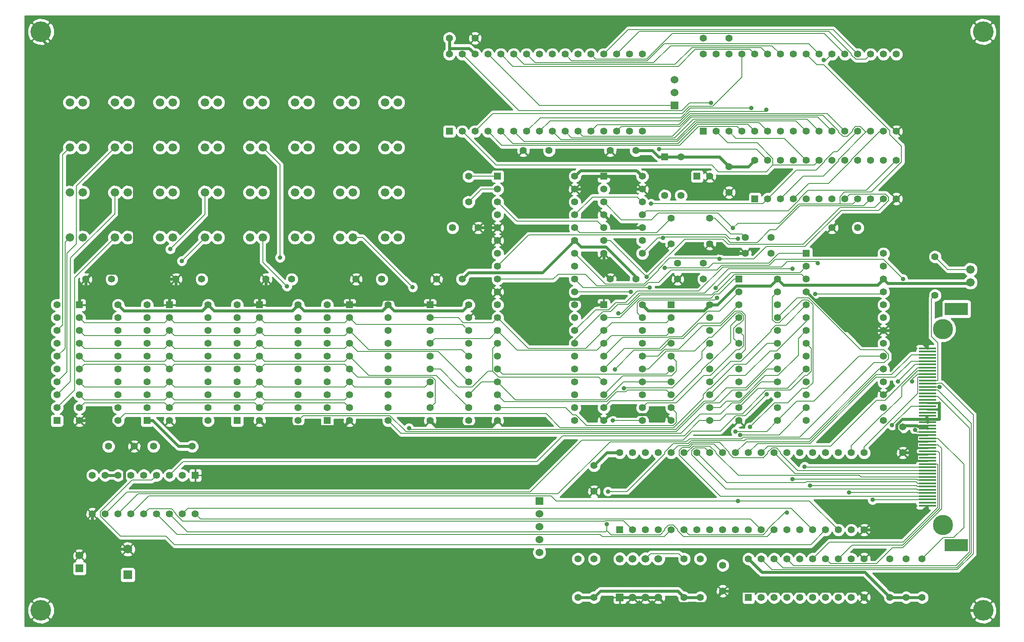
<source format=gtl>
G04 (created by PCBNEW (2013-07-07 BZR 4022)-stable) date 07/02/2017 08:59:05*
%MOIN*%
G04 Gerber Fmt 3.4, Leading zero omitted, Abs format*
%FSLAX34Y34*%
G01*
G70*
G90*
G04 APERTURE LIST*
%ADD10C,0.00590551*%
%ADD11R,0.138X0.016*%
%ADD12C,0.157*%
%ADD13R,0.18X0.098*%
%ADD14R,0.06X0.06*%
%ADD15C,0.06*%
%ADD16C,0.055*%
%ADD17R,0.055X0.055*%
%ADD18C,0.066*%
%ADD19C,0.056*%
%ADD20R,0.056X0.056*%
%ADD21R,0.07X0.07*%
%ADD22C,0.07*%
%ADD23C,0.16*%
%ADD24C,0.035*%
%ADD25C,0.008*%
%ADD26C,0.024*%
%ADD27C,0.0159921*%
%ADD28C,0.01*%
G04 APERTURE END LIST*
G54D10*
G54D11*
X89440Y-48125D03*
X89440Y-47875D03*
X89440Y-47625D03*
X89440Y-47375D03*
X89440Y-47125D03*
X89440Y-46875D03*
X89440Y-46625D03*
X89440Y-46375D03*
X89440Y-46125D03*
X89440Y-45875D03*
X89440Y-45625D03*
X89440Y-45375D03*
X89440Y-45125D03*
X89440Y-44875D03*
X89440Y-44625D03*
X89440Y-44375D03*
X89440Y-44125D03*
X89440Y-43875D03*
X89440Y-43625D03*
X89440Y-43375D03*
X89440Y-43125D03*
X89440Y-42875D03*
X89440Y-42625D03*
X89440Y-42375D03*
X89440Y-42125D03*
X89440Y-41875D03*
X89440Y-41625D03*
X89440Y-41375D03*
X89440Y-41125D03*
X89440Y-40875D03*
X89440Y-40625D03*
X89440Y-40375D03*
X89440Y-40125D03*
X89440Y-39875D03*
X89440Y-39625D03*
X89440Y-39375D03*
X89440Y-39125D03*
X89440Y-38875D03*
X89440Y-38625D03*
X89440Y-38375D03*
X89440Y-38125D03*
X89440Y-37875D03*
X89440Y-37625D03*
X89440Y-37375D03*
X89440Y-37125D03*
X89440Y-36875D03*
X89440Y-36625D03*
X89440Y-36375D03*
X89440Y-36125D03*
X89440Y-35875D03*
G54D12*
X90620Y-49625D03*
X90620Y-34375D03*
G54D13*
X91670Y-32810D03*
X91670Y-51190D03*
G54D14*
X65500Y-55250D03*
G54D15*
X66500Y-55250D03*
X67500Y-55250D03*
X68500Y-55250D03*
X68500Y-52250D03*
X67500Y-52250D03*
X66500Y-52250D03*
X65500Y-52250D03*
G54D16*
X69500Y-27750D03*
X69500Y-25750D03*
X72500Y-27750D03*
X72500Y-25750D03*
G54D17*
X21750Y-41500D03*
G54D16*
X21750Y-40500D03*
X21750Y-39500D03*
X21750Y-38500D03*
X21750Y-37500D03*
X21750Y-36500D03*
X21750Y-35500D03*
X21750Y-34500D03*
X21750Y-33500D03*
X21750Y-32500D03*
G54D17*
X35750Y-41500D03*
G54D16*
X35750Y-40500D03*
X35750Y-39500D03*
X35750Y-38500D03*
X35750Y-37500D03*
X35750Y-36500D03*
X35750Y-35500D03*
X35750Y-34500D03*
X35750Y-33500D03*
X35750Y-32500D03*
G54D17*
X28750Y-41500D03*
G54D16*
X28750Y-40500D03*
X28750Y-39500D03*
X28750Y-38500D03*
X28750Y-37500D03*
X28750Y-36500D03*
X28750Y-35500D03*
X28750Y-34500D03*
X28750Y-33500D03*
X28750Y-32500D03*
G54D17*
X42750Y-41500D03*
G54D16*
X42750Y-40500D03*
X42750Y-39500D03*
X42750Y-38500D03*
X42750Y-37500D03*
X42750Y-36500D03*
X42750Y-35500D03*
X42750Y-34500D03*
X42750Y-33500D03*
X42750Y-32500D03*
X70500Y-55250D03*
X70500Y-52250D03*
X70250Y-21000D03*
X70250Y-24000D03*
X71750Y-55250D03*
X71750Y-52250D03*
X63500Y-55250D03*
X63500Y-52250D03*
X62250Y-55250D03*
X62250Y-52250D03*
X32250Y-43500D03*
X29250Y-43500D03*
X90000Y-31750D03*
X90000Y-28750D03*
G54D14*
X59250Y-47750D03*
G54D15*
X59250Y-48750D03*
X59250Y-49750D03*
X59250Y-50750D03*
X59250Y-51750D03*
G54D14*
X69750Y-17000D03*
G54D15*
X69750Y-16000D03*
X69750Y-15000D03*
G54D18*
X33250Y-16750D03*
X34250Y-16750D03*
X29750Y-16750D03*
X30750Y-16750D03*
X29750Y-23750D03*
X30750Y-23750D03*
X29750Y-20250D03*
X30750Y-20250D03*
X36750Y-27250D03*
X37750Y-27250D03*
X33250Y-20250D03*
X34250Y-20250D03*
X33250Y-23750D03*
X34250Y-23750D03*
X33250Y-27250D03*
X34250Y-27250D03*
X47250Y-20250D03*
X48250Y-20250D03*
X29750Y-27250D03*
X30750Y-27250D03*
X47250Y-27250D03*
X48250Y-27250D03*
X47250Y-23750D03*
X48250Y-23750D03*
X47250Y-16750D03*
X48250Y-16750D03*
X43750Y-16750D03*
X44750Y-16750D03*
X43750Y-20250D03*
X44750Y-20250D03*
X43750Y-23750D03*
X44750Y-23750D03*
X43750Y-27250D03*
X44750Y-27250D03*
X92750Y-30750D03*
X92750Y-29750D03*
X26250Y-23750D03*
X27250Y-23750D03*
X26250Y-20250D03*
X27250Y-20250D03*
X26250Y-16750D03*
X27250Y-16750D03*
X22750Y-16750D03*
X23750Y-16750D03*
X22750Y-20250D03*
X23750Y-20250D03*
X22750Y-23750D03*
X23750Y-23750D03*
X22750Y-27250D03*
X23750Y-27250D03*
X26250Y-27250D03*
X27250Y-27250D03*
X36750Y-23750D03*
X37750Y-23750D03*
X40250Y-27250D03*
X41250Y-27250D03*
X40250Y-23750D03*
X41250Y-23750D03*
X40250Y-20250D03*
X41250Y-20250D03*
X40250Y-16750D03*
X41250Y-16750D03*
X36750Y-16750D03*
X37750Y-16750D03*
X36750Y-20250D03*
X37750Y-20250D03*
G54D19*
X53750Y-24500D03*
X53750Y-22500D03*
G54D20*
X69000Y-21000D03*
G54D19*
X69000Y-24000D03*
G54D17*
X65500Y-50000D03*
G54D16*
X66500Y-50000D03*
X67500Y-50000D03*
X68500Y-50000D03*
X69500Y-50000D03*
X70500Y-50000D03*
X71500Y-50000D03*
X72500Y-50000D03*
X73500Y-50000D03*
X74500Y-50000D03*
X75500Y-50000D03*
X76500Y-50000D03*
X77500Y-50000D03*
X78500Y-50000D03*
X79500Y-50000D03*
X80500Y-50000D03*
X81500Y-50000D03*
X82500Y-50000D03*
X83500Y-50000D03*
X84500Y-50000D03*
X84500Y-44000D03*
X83500Y-44000D03*
X82500Y-44000D03*
X81500Y-44000D03*
X80500Y-44000D03*
X79500Y-44000D03*
X78500Y-44000D03*
X77500Y-44000D03*
X76500Y-44000D03*
X75500Y-44000D03*
X74500Y-44000D03*
X73500Y-44000D03*
X72500Y-44000D03*
X71500Y-44000D03*
X70500Y-44000D03*
X69500Y-44000D03*
X68500Y-44000D03*
X67500Y-44000D03*
X66500Y-44000D03*
X65500Y-44000D03*
G54D17*
X56000Y-22500D03*
G54D16*
X56000Y-23500D03*
X56000Y-24500D03*
X56000Y-25500D03*
X56000Y-26500D03*
X56000Y-27500D03*
X56000Y-28500D03*
X56000Y-29500D03*
X56000Y-30500D03*
X56000Y-31500D03*
X56000Y-32500D03*
X56000Y-33500D03*
X56000Y-34500D03*
X56000Y-35500D03*
X56000Y-36500D03*
X56000Y-37500D03*
X56000Y-38500D03*
X56000Y-39500D03*
X56000Y-40500D03*
X56000Y-41500D03*
X62000Y-41500D03*
X62000Y-40500D03*
X62000Y-39500D03*
X62000Y-38500D03*
X62000Y-37500D03*
X62000Y-36500D03*
X62000Y-35500D03*
X62000Y-34500D03*
X62000Y-33500D03*
X62000Y-32500D03*
X62000Y-31500D03*
X62000Y-30500D03*
X62000Y-29500D03*
X62000Y-28500D03*
X62000Y-27500D03*
X62000Y-26500D03*
X62000Y-25500D03*
X62000Y-24500D03*
X62000Y-23500D03*
X62000Y-22500D03*
G54D17*
X72000Y-19000D03*
G54D16*
X73000Y-19000D03*
X74000Y-19000D03*
X75000Y-19000D03*
X76000Y-19000D03*
X77000Y-19000D03*
X78000Y-19000D03*
X79000Y-19000D03*
X80000Y-19000D03*
X81000Y-19000D03*
X82000Y-19000D03*
X83000Y-19000D03*
X84000Y-19000D03*
X85000Y-19000D03*
X86000Y-19000D03*
X87000Y-19000D03*
X87000Y-13000D03*
X86000Y-13000D03*
X85000Y-13000D03*
X84000Y-13000D03*
X83000Y-13000D03*
X82000Y-13000D03*
X81000Y-13000D03*
X80000Y-13000D03*
X79000Y-13000D03*
X78000Y-13000D03*
X77000Y-13000D03*
X76000Y-13000D03*
X75000Y-13000D03*
X74000Y-13000D03*
X73000Y-13000D03*
X72000Y-13000D03*
G54D17*
X52250Y-19000D03*
G54D16*
X53250Y-19000D03*
X54250Y-19000D03*
X55250Y-19000D03*
X56250Y-19000D03*
X57250Y-19000D03*
X58250Y-19000D03*
X59250Y-19000D03*
X60250Y-19000D03*
X61250Y-19000D03*
X62250Y-19000D03*
X63250Y-19000D03*
X64250Y-19000D03*
X65250Y-19000D03*
X66250Y-19000D03*
X67250Y-19000D03*
X67250Y-13000D03*
X66250Y-13000D03*
X65250Y-13000D03*
X64250Y-13000D03*
X63250Y-13000D03*
X62250Y-13000D03*
X61250Y-13000D03*
X60250Y-13000D03*
X59250Y-13000D03*
X58250Y-13000D03*
X57250Y-13000D03*
X56250Y-13000D03*
X55250Y-13000D03*
X54250Y-13000D03*
X53250Y-13000D03*
X52250Y-13000D03*
G54D17*
X80000Y-28500D03*
G54D16*
X80000Y-29500D03*
X80000Y-30500D03*
X80000Y-31500D03*
X80000Y-32500D03*
X80000Y-33500D03*
X80000Y-34500D03*
X80000Y-35500D03*
X80000Y-36500D03*
X80000Y-37500D03*
X80000Y-38500D03*
X80000Y-39500D03*
X80000Y-40500D03*
X80000Y-41500D03*
X86000Y-41500D03*
X86000Y-40500D03*
X86000Y-39500D03*
X86000Y-38500D03*
X86000Y-37500D03*
X86000Y-36500D03*
X86000Y-35500D03*
X86000Y-34500D03*
X86000Y-33500D03*
X86000Y-32500D03*
X86000Y-31500D03*
X86000Y-30500D03*
X86000Y-29500D03*
X86000Y-28500D03*
G54D17*
X76000Y-24250D03*
G54D16*
X77000Y-24250D03*
X78000Y-24250D03*
X79000Y-24250D03*
X80000Y-24250D03*
X81000Y-24250D03*
X82000Y-24250D03*
X83000Y-24250D03*
X84000Y-24250D03*
X85000Y-24250D03*
X86000Y-24250D03*
X87000Y-24250D03*
X87000Y-21250D03*
X86000Y-21250D03*
X85000Y-21250D03*
X84000Y-21250D03*
X83000Y-21250D03*
X82000Y-21250D03*
X81000Y-21250D03*
X80000Y-21250D03*
X79000Y-21250D03*
X78000Y-21250D03*
X77000Y-21250D03*
X76000Y-21250D03*
G54D17*
X74750Y-30500D03*
G54D16*
X74750Y-31500D03*
X74750Y-32500D03*
X74750Y-33500D03*
X74750Y-34500D03*
X74750Y-35500D03*
X74750Y-36500D03*
X74750Y-37500D03*
X74750Y-38500D03*
X74750Y-39500D03*
X74750Y-40500D03*
X74750Y-41500D03*
X77750Y-41500D03*
X77750Y-40500D03*
X77750Y-39500D03*
X77750Y-38500D03*
X77750Y-37500D03*
X77750Y-36500D03*
X77750Y-35500D03*
X77750Y-34500D03*
X77750Y-33500D03*
X77750Y-32500D03*
X77750Y-31500D03*
X77750Y-30500D03*
G54D17*
X44500Y-32500D03*
G54D16*
X44500Y-33500D03*
X44500Y-34500D03*
X44500Y-35500D03*
X44500Y-36500D03*
X44500Y-37500D03*
X44500Y-38500D03*
X44500Y-39500D03*
X44500Y-40500D03*
X44500Y-41500D03*
X47500Y-41500D03*
X47500Y-40500D03*
X47500Y-39500D03*
X47500Y-38500D03*
X47500Y-37500D03*
X47500Y-36500D03*
X47500Y-35500D03*
X47500Y-34500D03*
X47500Y-33500D03*
X47500Y-32500D03*
G54D17*
X37500Y-32500D03*
G54D16*
X37500Y-33500D03*
X37500Y-34500D03*
X37500Y-35500D03*
X37500Y-36500D03*
X37500Y-37500D03*
X37500Y-38500D03*
X37500Y-39500D03*
X37500Y-40500D03*
X37500Y-41500D03*
X40500Y-41500D03*
X40500Y-40500D03*
X40500Y-39500D03*
X40500Y-38500D03*
X40500Y-37500D03*
X40500Y-36500D03*
X40500Y-35500D03*
X40500Y-34500D03*
X40500Y-33500D03*
X40500Y-32500D03*
G54D17*
X64250Y-32500D03*
G54D16*
X64250Y-33500D03*
X64250Y-34500D03*
X64250Y-35500D03*
X64250Y-36500D03*
X64250Y-37500D03*
X64250Y-38500D03*
X64250Y-39500D03*
X64250Y-40500D03*
X64250Y-41500D03*
X67250Y-41500D03*
X67250Y-40500D03*
X67250Y-39500D03*
X67250Y-38500D03*
X67250Y-37500D03*
X67250Y-36500D03*
X67250Y-35500D03*
X67250Y-34500D03*
X67250Y-33500D03*
X67250Y-32500D03*
G54D17*
X30500Y-32500D03*
G54D16*
X30500Y-33500D03*
X30500Y-34500D03*
X30500Y-35500D03*
X30500Y-36500D03*
X30500Y-37500D03*
X30500Y-38500D03*
X30500Y-39500D03*
X30500Y-40500D03*
X30500Y-41500D03*
X33500Y-41500D03*
X33500Y-40500D03*
X33500Y-39500D03*
X33500Y-38500D03*
X33500Y-37500D03*
X33500Y-36500D03*
X33500Y-35500D03*
X33500Y-34500D03*
X33500Y-33500D03*
X33500Y-32500D03*
G54D17*
X23500Y-32500D03*
G54D16*
X23500Y-33500D03*
X23500Y-34500D03*
X23500Y-35500D03*
X23500Y-36500D03*
X23500Y-37500D03*
X23500Y-38500D03*
X23500Y-39500D03*
X23500Y-40500D03*
X23500Y-41500D03*
X26500Y-41500D03*
X26500Y-40500D03*
X26500Y-39500D03*
X26500Y-38500D03*
X26500Y-37500D03*
X26500Y-36500D03*
X26500Y-35500D03*
X26500Y-34500D03*
X26500Y-33500D03*
X26500Y-32500D03*
G54D17*
X50750Y-32500D03*
G54D16*
X50750Y-33500D03*
X50750Y-34500D03*
X50750Y-35500D03*
X50750Y-36500D03*
X50750Y-37500D03*
X50750Y-38500D03*
X50750Y-39500D03*
X50750Y-40500D03*
X50750Y-41500D03*
X53750Y-41500D03*
X53750Y-40500D03*
X53750Y-39500D03*
X53750Y-38500D03*
X53750Y-37500D03*
X53750Y-36500D03*
X53750Y-35500D03*
X53750Y-34500D03*
X53750Y-33500D03*
X53750Y-32500D03*
G54D17*
X75500Y-55250D03*
G54D16*
X76500Y-55250D03*
X77500Y-55250D03*
X78500Y-55250D03*
X79500Y-55250D03*
X80500Y-55250D03*
X81500Y-55250D03*
X82500Y-55250D03*
X83500Y-55250D03*
X84500Y-55250D03*
X84500Y-52250D03*
X83500Y-52250D03*
X82500Y-52250D03*
X81500Y-52250D03*
X80500Y-52250D03*
X79500Y-52250D03*
X78500Y-52250D03*
X77500Y-52250D03*
X76500Y-52250D03*
X75500Y-52250D03*
G54D17*
X69500Y-32500D03*
G54D16*
X69500Y-33500D03*
X69500Y-34500D03*
X69500Y-35500D03*
X69500Y-36500D03*
X69500Y-37500D03*
X69500Y-38500D03*
X69500Y-39500D03*
X69500Y-40500D03*
X69500Y-41500D03*
X72500Y-41500D03*
X72500Y-40500D03*
X72500Y-39500D03*
X72500Y-38500D03*
X72500Y-37500D03*
X72500Y-36500D03*
X72500Y-35500D03*
X72500Y-34500D03*
X72500Y-33500D03*
X72500Y-32500D03*
G54D17*
X32500Y-45750D03*
G54D16*
X31500Y-45750D03*
X30500Y-45750D03*
X29500Y-45750D03*
X28500Y-45750D03*
X27500Y-45750D03*
X26500Y-45750D03*
X25500Y-45750D03*
X24500Y-45750D03*
X24500Y-48750D03*
X25500Y-48750D03*
X26500Y-48750D03*
X27500Y-48750D03*
X28500Y-48750D03*
X29500Y-48750D03*
X30500Y-48750D03*
X31500Y-48750D03*
X32500Y-48750D03*
G54D21*
X27250Y-53500D03*
G54D22*
X27250Y-51500D03*
G54D16*
X52250Y-11750D03*
X54250Y-11750D03*
X53250Y-30500D03*
X51250Y-30500D03*
X26000Y-30500D03*
X24000Y-30500D03*
X33000Y-30500D03*
X31000Y-30500D03*
X40000Y-30500D03*
X38000Y-30500D03*
X47000Y-30500D03*
X45000Y-30500D03*
X72000Y-11750D03*
X74000Y-11750D03*
X77250Y-28500D03*
X75250Y-28500D03*
X87500Y-42000D03*
X87500Y-44000D03*
X74000Y-21750D03*
X74000Y-23750D03*
X73500Y-52750D03*
X73500Y-54750D03*
X60000Y-20500D03*
X58000Y-20500D03*
X25750Y-43500D03*
X27750Y-43500D03*
X66750Y-30500D03*
X64750Y-30500D03*
X63500Y-45000D03*
X63500Y-47000D03*
X52500Y-26500D03*
X54500Y-26500D03*
X70000Y-29250D03*
X72000Y-29250D03*
X77250Y-27250D03*
X75250Y-27250D03*
X84000Y-26500D03*
X82000Y-26500D03*
X72000Y-30500D03*
X70000Y-30500D03*
G54D17*
X71500Y-22500D03*
G54D16*
X72500Y-22500D03*
G54D23*
X20500Y-11250D03*
X93750Y-11250D03*
X20500Y-56250D03*
X93750Y-56250D03*
G54D14*
X23500Y-53000D03*
G54D15*
X23500Y-52000D03*
G54D16*
X87750Y-55250D03*
X87750Y-52250D03*
X89000Y-55250D03*
X89000Y-52250D03*
X86500Y-52250D03*
X86500Y-55250D03*
G54D17*
X64250Y-22500D03*
G54D16*
X64250Y-23500D03*
X64250Y-24500D03*
X64250Y-25500D03*
X64250Y-26500D03*
X64250Y-27500D03*
X64250Y-28500D03*
X67250Y-28500D03*
X67250Y-27500D03*
X67250Y-26500D03*
X67250Y-25500D03*
X67250Y-24500D03*
X67250Y-23500D03*
X67250Y-22500D03*
X66750Y-20500D03*
X64750Y-20500D03*
G54D24*
X78939Y-29699D03*
X80900Y-29242D03*
X76898Y-17335D03*
X75721Y-17170D03*
X73059Y-31947D03*
X65109Y-37509D03*
X64973Y-41500D03*
X80685Y-31642D03*
X78500Y-48642D03*
X74505Y-42342D03*
X67587Y-30331D03*
X67909Y-24625D03*
X65818Y-38990D03*
X64487Y-49557D03*
X69004Y-29634D03*
X72950Y-31202D03*
X74692Y-47736D03*
X49110Y-42072D03*
X87120Y-38461D03*
X85154Y-47665D03*
X83322Y-47086D03*
X80297Y-46538D03*
X78910Y-46042D03*
X74701Y-27340D03*
X87508Y-30472D03*
X88448Y-42227D03*
X73251Y-28923D03*
X72584Y-16778D03*
X75628Y-42002D03*
X74861Y-42618D03*
X74302Y-26524D03*
X68873Y-27286D03*
X79865Y-45091D03*
X86672Y-41861D03*
X68553Y-20387D03*
X67837Y-31157D03*
X81367Y-13467D03*
X76924Y-39453D03*
X66352Y-31474D03*
X30549Y-28163D03*
X90369Y-38875D03*
X88232Y-38441D03*
X39087Y-28813D03*
X65388Y-33140D03*
X64575Y-47006D03*
X39630Y-31056D03*
X31449Y-29083D03*
X49401Y-31120D03*
G54D25*
X74750Y-30500D02*
X74374Y-30500D01*
X65508Y-33500D02*
X64250Y-33500D01*
X67037Y-31971D02*
X65508Y-33500D01*
X72591Y-31971D02*
X67037Y-31971D01*
X72905Y-31657D02*
X72591Y-31971D01*
X73217Y-31657D02*
X72905Y-31657D01*
X74374Y-30500D02*
X73217Y-31657D01*
X81621Y-17621D02*
X83000Y-19000D01*
X70956Y-17621D02*
X81621Y-17621D01*
X70093Y-18484D02*
X70956Y-17621D01*
X63765Y-18484D02*
X70093Y-18484D01*
X63250Y-19000D02*
X63765Y-18484D01*
X65732Y-35017D02*
X64250Y-36500D01*
X69253Y-35017D02*
X65732Y-35017D01*
X69286Y-34984D02*
X69253Y-35017D01*
X70335Y-34984D02*
X69286Y-34984D01*
X72320Y-33000D02*
X70335Y-34984D01*
X73250Y-33000D02*
X72320Y-33000D01*
X74750Y-31500D02*
X73250Y-33000D01*
X62629Y-19379D02*
X62250Y-19000D01*
X69595Y-19379D02*
X62629Y-19379D01*
X71073Y-17901D02*
X69595Y-19379D01*
X80901Y-17901D02*
X71073Y-17901D01*
X82000Y-19000D02*
X80901Y-17901D01*
X80200Y-12200D02*
X81000Y-13000D01*
X68954Y-12200D02*
X80200Y-12200D01*
X67637Y-13517D02*
X68954Y-12200D01*
X61767Y-13517D02*
X67637Y-13517D01*
X61250Y-13000D02*
X61767Y-13517D01*
X74618Y-18618D02*
X75000Y-19000D01*
X71621Y-18618D02*
X74618Y-18618D01*
X70155Y-20083D02*
X71621Y-18618D01*
X56333Y-20083D02*
X70155Y-20083D01*
X55250Y-19000D02*
X56333Y-20083D01*
X75621Y-12621D02*
X76000Y-13000D01*
X71373Y-12621D02*
X75621Y-12621D01*
X70051Y-13943D02*
X71373Y-12621D01*
X57193Y-13943D02*
X70051Y-13943D01*
X56250Y-13000D02*
X57193Y-13943D01*
X62000Y-35217D02*
X62000Y-35500D01*
X64196Y-33020D02*
X62000Y-35217D01*
X64791Y-33020D02*
X64196Y-33020D01*
X65352Y-32459D02*
X64791Y-33020D01*
X66152Y-32459D02*
X65352Y-32459D01*
X67039Y-31572D02*
X66152Y-32459D01*
X72081Y-31572D02*
X67039Y-31572D01*
X73954Y-29699D02*
X72081Y-31572D01*
X78939Y-29699D02*
X73954Y-29699D01*
X63624Y-32875D02*
X62000Y-34500D01*
X64639Y-32875D02*
X63624Y-32875D01*
X65203Y-32311D02*
X64639Y-32875D01*
X65964Y-32311D02*
X65203Y-32311D01*
X66843Y-31432D02*
X65964Y-32311D01*
X71634Y-31432D02*
X66843Y-31432D01*
X73508Y-29557D02*
X71634Y-31432D01*
X78089Y-29557D02*
X73508Y-29557D01*
X78540Y-29107D02*
X78089Y-29557D01*
X80765Y-29107D02*
X78540Y-29107D01*
X80900Y-29242D02*
X80765Y-29107D01*
X65864Y-35885D02*
X64250Y-37500D01*
X68584Y-35885D02*
X65864Y-35885D01*
X69344Y-35124D02*
X68584Y-35885D01*
X70421Y-35124D02*
X69344Y-35124D01*
X71623Y-33922D02*
X70421Y-35124D01*
X73327Y-33922D02*
X71623Y-33922D01*
X74750Y-32500D02*
X73327Y-33922D01*
X80041Y-18041D02*
X81000Y-19000D01*
X71230Y-18041D02*
X80041Y-18041D01*
X69752Y-19519D02*
X71230Y-18041D01*
X61769Y-19519D02*
X69752Y-19519D01*
X61250Y-19000D02*
X61769Y-19519D01*
X74125Y-34124D02*
X74750Y-33500D01*
X74125Y-35406D02*
X74125Y-34124D01*
X72531Y-37000D02*
X74125Y-35406D01*
X72446Y-37000D02*
X72531Y-37000D01*
X71857Y-37589D02*
X72446Y-37000D01*
X71857Y-37674D02*
X71857Y-37589D01*
X69574Y-39957D02*
X71857Y-37674D01*
X64792Y-39957D02*
X69574Y-39957D01*
X64250Y-40500D02*
X64792Y-39957D01*
X79181Y-18181D02*
X80000Y-19000D01*
X71387Y-18181D02*
X79181Y-18181D01*
X69909Y-19659D02*
X71387Y-18181D01*
X60909Y-19659D02*
X69909Y-19659D01*
X60250Y-19000D02*
X60909Y-19659D01*
X75126Y-34876D02*
X74750Y-34500D01*
X75126Y-35671D02*
X75126Y-34876D01*
X74797Y-36000D02*
X75126Y-35671D01*
X74565Y-36000D02*
X74797Y-36000D01*
X72565Y-38000D02*
X74565Y-36000D01*
X72029Y-38000D02*
X72565Y-38000D01*
X69904Y-40124D02*
X72029Y-38000D01*
X67625Y-40124D02*
X69904Y-40124D01*
X67250Y-40500D02*
X67625Y-40124D01*
X76782Y-17452D02*
X76898Y-17335D01*
X70927Y-17452D02*
X76782Y-17452D01*
X70206Y-18173D02*
X70927Y-17452D01*
X60076Y-18173D02*
X70206Y-18173D01*
X60076Y-18173D02*
X60076Y-18173D01*
X59250Y-19000D02*
X60076Y-18173D01*
X74370Y-35120D02*
X74750Y-35500D01*
X74370Y-34318D02*
X74370Y-35120D01*
X74688Y-34000D02*
X74370Y-34318D01*
X74792Y-34000D02*
X74688Y-34000D01*
X75126Y-33666D02*
X74792Y-34000D01*
X75126Y-33342D02*
X75126Y-33666D01*
X74904Y-33120D02*
X75126Y-33342D01*
X74557Y-33120D02*
X74904Y-33120D01*
X72660Y-35018D02*
X74557Y-33120D01*
X72413Y-35018D02*
X72660Y-35018D01*
X71331Y-36099D02*
X72413Y-35018D01*
X69137Y-36099D02*
X71331Y-36099D01*
X67736Y-37500D02*
X69137Y-36099D01*
X67250Y-37500D02*
X67736Y-37500D01*
X75691Y-17200D02*
X75721Y-17170D01*
X70980Y-17200D02*
X75691Y-17200D01*
X70242Y-17938D02*
X70980Y-17200D01*
X59311Y-17938D02*
X70242Y-17938D01*
X58250Y-19000D02*
X59311Y-17938D01*
X76321Y-18321D02*
X77000Y-19000D01*
X71445Y-18321D02*
X76321Y-18321D01*
X69967Y-19799D02*
X71445Y-18321D01*
X58049Y-19799D02*
X69967Y-19799D01*
X57250Y-19000D02*
X58049Y-19799D01*
X75267Y-35982D02*
X74750Y-36500D01*
X75267Y-33284D02*
X75267Y-35982D01*
X74963Y-32980D02*
X75267Y-33284D01*
X74468Y-32980D02*
X74963Y-32980D01*
X73323Y-34124D02*
X74468Y-32980D01*
X71912Y-34124D02*
X73323Y-34124D01*
X70077Y-35959D02*
X71912Y-34124D01*
X68986Y-35959D02*
X70077Y-35959D01*
X68446Y-36500D02*
X68986Y-35959D01*
X67250Y-36500D02*
X68446Y-36500D01*
X75461Y-18461D02*
X76000Y-19000D01*
X71508Y-18461D02*
X75461Y-18461D01*
X70030Y-19940D02*
X71508Y-18461D01*
X57190Y-19940D02*
X70030Y-19940D01*
X56250Y-19000D02*
X57190Y-19940D01*
X72882Y-32124D02*
X73059Y-31947D01*
X67082Y-32124D02*
X72882Y-32124D01*
X66870Y-32336D02*
X67082Y-32124D01*
X66870Y-33120D02*
X66870Y-32336D01*
X67250Y-33500D02*
X66870Y-33120D01*
X76481Y-12481D02*
X77000Y-13000D01*
X71117Y-12481D02*
X76481Y-12481D01*
X69798Y-13800D02*
X71117Y-12481D01*
X58050Y-13800D02*
X69798Y-13800D01*
X57250Y-13000D02*
X58050Y-13800D01*
X77340Y-12340D02*
X78000Y-13000D01*
X69444Y-12340D02*
X77340Y-12340D01*
X68127Y-13657D02*
X69444Y-12340D01*
X58907Y-13657D02*
X68127Y-13657D01*
X58250Y-13000D02*
X58907Y-13657D01*
X55619Y-33880D02*
X56000Y-33500D01*
X53329Y-33880D02*
X55619Y-33880D01*
X52948Y-33500D02*
X53329Y-33880D01*
X50750Y-33500D02*
X52948Y-33500D01*
X58380Y-35880D02*
X56000Y-33500D01*
X62869Y-35880D02*
X58380Y-35880D01*
X64250Y-34500D02*
X62869Y-35880D01*
X64874Y-33875D02*
X64250Y-34500D01*
X69124Y-33875D02*
X64874Y-33875D01*
X69500Y-33500D02*
X69124Y-33875D01*
X64872Y-34877D02*
X64250Y-35500D01*
X69122Y-34877D02*
X64872Y-34877D01*
X69500Y-34500D02*
X69122Y-34877D01*
X57520Y-36020D02*
X56000Y-34500D01*
X63729Y-36020D02*
X57520Y-36020D01*
X64250Y-35500D02*
X63729Y-36020D01*
X51125Y-35124D02*
X50750Y-35500D01*
X55375Y-35124D02*
X51125Y-35124D01*
X56000Y-34500D02*
X55375Y-35124D01*
X51543Y-37500D02*
X50750Y-37500D01*
X52938Y-38895D02*
X51543Y-37500D01*
X54020Y-38895D02*
X52938Y-38895D01*
X55262Y-37653D02*
X54020Y-38895D01*
X55618Y-37653D02*
X55262Y-37653D01*
X55618Y-35881D02*
X55618Y-37653D01*
X56000Y-35500D02*
X55618Y-35881D01*
X63872Y-38122D02*
X64250Y-38500D01*
X56087Y-38122D02*
X63872Y-38122D01*
X55618Y-37653D02*
X56087Y-38122D01*
X66593Y-36025D02*
X65109Y-37509D01*
X68722Y-36025D02*
X66593Y-36025D01*
X69248Y-35500D02*
X68722Y-36025D01*
X69500Y-35500D02*
X69248Y-35500D01*
X65729Y-38020D02*
X64250Y-39500D01*
X69515Y-38020D02*
X65729Y-38020D01*
X69877Y-37658D02*
X69515Y-38020D01*
X69877Y-36877D02*
X69877Y-37658D01*
X69500Y-36500D02*
X69877Y-36877D01*
X56375Y-37875D02*
X56000Y-37500D01*
X69124Y-37875D02*
X56375Y-37875D01*
X69500Y-37500D02*
X69124Y-37875D01*
X54750Y-38500D02*
X56000Y-38500D01*
X53750Y-39500D02*
X54750Y-38500D01*
X69500Y-38500D02*
X67250Y-38500D01*
X65784Y-38500D02*
X67250Y-38500D01*
X64403Y-39880D02*
X65784Y-38500D01*
X57380Y-39880D02*
X64403Y-39880D01*
X56000Y-38500D02*
X57380Y-39880D01*
X69119Y-39119D02*
X69500Y-39500D01*
X66118Y-39119D02*
X69119Y-39119D01*
X65972Y-39265D02*
X66118Y-39119D01*
X65245Y-39265D02*
X65972Y-39265D01*
X64489Y-40020D02*
X65245Y-39265D01*
X56520Y-40020D02*
X64489Y-40020D01*
X56000Y-39500D02*
X56520Y-40020D01*
X61295Y-40500D02*
X56000Y-40500D01*
X61844Y-41049D02*
X61295Y-40500D01*
X62083Y-41049D02*
X61844Y-41049D01*
X62911Y-41877D02*
X62083Y-41049D01*
X69656Y-41877D02*
X62911Y-41877D01*
X69877Y-41656D02*
X69656Y-41877D01*
X69877Y-40877D02*
X69877Y-41656D01*
X69500Y-40500D02*
X69877Y-40877D01*
X67250Y-41500D02*
X64973Y-41500D01*
X85857Y-31642D02*
X80685Y-31642D01*
X86000Y-31500D02*
X85857Y-31642D01*
X70878Y-50378D02*
X70500Y-50000D01*
X76653Y-50378D02*
X70878Y-50378D01*
X77000Y-50032D02*
X76653Y-50378D01*
X77000Y-49963D02*
X77000Y-50032D01*
X78321Y-48642D02*
X77000Y-49963D01*
X78500Y-48642D02*
X78321Y-48642D01*
X79250Y-40000D02*
X77750Y-41500D01*
X80595Y-40000D02*
X79250Y-40000D01*
X84095Y-36500D02*
X80595Y-40000D01*
X86000Y-36500D02*
X84095Y-36500D01*
X76907Y-42342D02*
X74505Y-42342D01*
X77750Y-41500D02*
X76907Y-42342D01*
X84661Y-23588D02*
X87000Y-21250D01*
X80127Y-23588D02*
X84661Y-23588D01*
X79500Y-24215D02*
X80127Y-23588D01*
X79500Y-24282D02*
X79500Y-24215D01*
X78580Y-25202D02*
X79500Y-24282D01*
X67547Y-25202D02*
X78580Y-25202D01*
X67250Y-25500D02*
X67547Y-25202D01*
X64755Y-27500D02*
X67587Y-30331D01*
X64250Y-27500D02*
X64755Y-27500D01*
X85316Y-24933D02*
X86000Y-24250D01*
X82613Y-24933D02*
X85316Y-24933D01*
X79757Y-27789D02*
X82613Y-24933D01*
X73935Y-27789D02*
X79757Y-27789D01*
X73518Y-27372D02*
X73935Y-27789D01*
X70547Y-27372D02*
X73518Y-27372D01*
X67587Y-30331D02*
X70547Y-27372D01*
X53265Y-34015D02*
X53750Y-34500D01*
X45015Y-34015D02*
X53265Y-34015D01*
X44500Y-33500D02*
X45015Y-34015D01*
X44117Y-33882D02*
X44500Y-33500D01*
X37882Y-33882D02*
X44117Y-33882D01*
X37500Y-33500D02*
X37882Y-33882D01*
X23880Y-33880D02*
X23500Y-33500D01*
X30119Y-33880D02*
X23880Y-33880D01*
X30500Y-33500D02*
X30119Y-33880D01*
X30875Y-33875D02*
X30500Y-33500D01*
X37124Y-33875D02*
X30875Y-33875D01*
X37500Y-33500D02*
X37124Y-33875D01*
X30124Y-34875D02*
X30500Y-34500D01*
X23875Y-34875D02*
X30124Y-34875D01*
X23500Y-34500D02*
X23875Y-34875D01*
X37124Y-34875D02*
X37500Y-34500D01*
X30875Y-34875D02*
X37124Y-34875D01*
X30500Y-34500D02*
X30875Y-34875D01*
X44124Y-34875D02*
X44500Y-34500D01*
X37875Y-34875D02*
X44124Y-34875D01*
X37500Y-34500D02*
X37875Y-34875D01*
X45979Y-35979D02*
X44500Y-34500D01*
X53229Y-35979D02*
X45979Y-35979D01*
X53750Y-36500D02*
X53229Y-35979D01*
X30124Y-35875D02*
X30500Y-35500D01*
X23875Y-35875D02*
X30124Y-35875D01*
X23500Y-35500D02*
X23875Y-35875D01*
X37124Y-35875D02*
X37500Y-35500D01*
X30875Y-35875D02*
X37124Y-35875D01*
X30500Y-35500D02*
X30875Y-35875D01*
X44124Y-35875D02*
X44500Y-35500D01*
X37875Y-35875D02*
X44124Y-35875D01*
X37500Y-35500D02*
X37875Y-35875D01*
X51374Y-36124D02*
X53750Y-38500D01*
X45124Y-36124D02*
X51374Y-36124D01*
X44500Y-35500D02*
X45124Y-36124D01*
X37880Y-36880D02*
X37500Y-36500D01*
X44119Y-36880D02*
X37880Y-36880D01*
X44500Y-36500D02*
X44119Y-36880D01*
X30875Y-36875D02*
X30500Y-36500D01*
X37124Y-36875D02*
X30875Y-36875D01*
X37500Y-36500D02*
X37124Y-36875D01*
X23876Y-36876D02*
X23500Y-36500D01*
X30123Y-36876D02*
X23876Y-36876D01*
X30500Y-36500D02*
X30123Y-36876D01*
X45984Y-37984D02*
X44500Y-36500D01*
X51234Y-37984D02*
X45984Y-37984D01*
X53750Y-40500D02*
X51234Y-37984D01*
X30876Y-37123D02*
X30500Y-37500D01*
X37123Y-37123D02*
X30876Y-37123D01*
X37500Y-37500D02*
X37123Y-37123D01*
X23875Y-37124D02*
X23500Y-37500D01*
X30124Y-37124D02*
X23875Y-37124D01*
X30500Y-37500D02*
X30124Y-37124D01*
X45124Y-38124D02*
X44500Y-37500D01*
X50923Y-38124D02*
X45124Y-38124D01*
X51146Y-38347D02*
X50923Y-38124D01*
X51146Y-40103D02*
X51146Y-38347D01*
X50750Y-40500D02*
X51146Y-40103D01*
X37878Y-37121D02*
X37500Y-37500D01*
X44121Y-37121D02*
X37878Y-37121D01*
X44500Y-37500D02*
X44121Y-37121D01*
X23880Y-38880D02*
X23500Y-38500D01*
X30119Y-38880D02*
X23880Y-38880D01*
X30500Y-38500D02*
X30119Y-38880D01*
X30875Y-38875D02*
X30500Y-38500D01*
X37124Y-38875D02*
X30875Y-38875D01*
X37500Y-38500D02*
X37124Y-38875D01*
X37880Y-38880D02*
X37500Y-38500D01*
X44119Y-38880D02*
X37880Y-38880D01*
X44500Y-38500D02*
X44119Y-38880D01*
X50369Y-38880D02*
X50750Y-38500D01*
X44880Y-38880D02*
X50369Y-38880D01*
X44500Y-38500D02*
X44880Y-38880D01*
X44124Y-39875D02*
X44500Y-39500D01*
X37875Y-39875D02*
X44124Y-39875D01*
X37500Y-39500D02*
X37875Y-39875D01*
X37121Y-39878D02*
X37500Y-39500D01*
X30878Y-39878D02*
X37121Y-39878D01*
X30500Y-39500D02*
X30878Y-39878D01*
X23876Y-39876D02*
X23500Y-39500D01*
X30123Y-39876D02*
X23876Y-39876D01*
X30500Y-39500D02*
X30123Y-39876D01*
X23875Y-40124D02*
X23500Y-40500D01*
X30124Y-40124D02*
X23875Y-40124D01*
X30500Y-40500D02*
X30124Y-40124D01*
X44117Y-40117D02*
X44500Y-40500D01*
X37882Y-40117D02*
X44117Y-40117D01*
X37500Y-40500D02*
X37882Y-40117D01*
X30877Y-40122D02*
X30500Y-40500D01*
X37122Y-40122D02*
X30877Y-40122D01*
X37500Y-40500D02*
X37122Y-40122D01*
X63377Y-24122D02*
X62000Y-25500D01*
X66872Y-24122D02*
X63377Y-24122D01*
X67250Y-24500D02*
X66872Y-24122D01*
X79216Y-22033D02*
X77000Y-24250D01*
X80750Y-22033D02*
X79216Y-22033D01*
X81421Y-21362D02*
X80750Y-22033D01*
X81421Y-21289D02*
X81421Y-21362D01*
X82113Y-20597D02*
X81421Y-21289D01*
X82402Y-20597D02*
X82113Y-20597D01*
X84000Y-19000D02*
X82402Y-20597D01*
X76624Y-24625D02*
X67909Y-24625D01*
X77000Y-24250D02*
X76624Y-24625D01*
X32913Y-49163D02*
X32500Y-48750D01*
X64294Y-49163D02*
X32913Y-49163D01*
X64315Y-49142D02*
X64294Y-49163D01*
X75642Y-49142D02*
X64315Y-49142D01*
X76500Y-50000D02*
X75642Y-49142D01*
X84703Y-19000D02*
X85000Y-19000D01*
X84635Y-19067D02*
X84703Y-19000D01*
X79750Y-22499D02*
X78000Y-24250D01*
X81307Y-22499D02*
X79750Y-22499D01*
X82500Y-21307D02*
X81307Y-22499D01*
X82500Y-21203D02*
X82500Y-21307D01*
X84635Y-19067D02*
X82500Y-21203D01*
X65846Y-38961D02*
X65818Y-38990D01*
X69576Y-38961D02*
X65846Y-38961D01*
X71875Y-36662D02*
X69576Y-38961D01*
X71875Y-36124D02*
X71875Y-36662D01*
X72500Y-35500D02*
X71875Y-36124D01*
X84192Y-18624D02*
X84635Y-19067D01*
X83840Y-18624D02*
X84192Y-18624D01*
X83581Y-18883D02*
X83840Y-18624D01*
X83581Y-18980D02*
X83581Y-18883D01*
X83174Y-19388D02*
X83581Y-18980D01*
X82844Y-19388D02*
X83174Y-19388D01*
X82500Y-19044D02*
X82844Y-19388D01*
X82500Y-18957D02*
X82500Y-19044D01*
X81303Y-17761D02*
X82500Y-18957D01*
X71014Y-17761D02*
X81303Y-17761D01*
X70151Y-18624D02*
X71014Y-17761D01*
X65625Y-18624D02*
X70151Y-18624D01*
X65250Y-19000D02*
X65625Y-18624D01*
X76973Y-50526D02*
X77500Y-50000D01*
X70457Y-50526D02*
X76973Y-50526D01*
X70000Y-50069D02*
X70457Y-50526D01*
X70000Y-49967D02*
X70000Y-50069D01*
X69656Y-49623D02*
X70000Y-49967D01*
X69304Y-49623D02*
X69656Y-49623D01*
X69000Y-49927D02*
X69304Y-49623D01*
X69000Y-50030D02*
X69000Y-49927D01*
X68643Y-50387D02*
X69000Y-50030D01*
X64811Y-50387D02*
X68643Y-50387D01*
X64487Y-50063D02*
X64811Y-50387D01*
X64487Y-49557D02*
X64487Y-50063D01*
X31900Y-50150D02*
X30500Y-48750D01*
X64401Y-50150D02*
X31900Y-50150D01*
X64487Y-50063D02*
X64401Y-50150D01*
X85718Y-19000D02*
X86000Y-19000D01*
X83500Y-21218D02*
X85718Y-19000D01*
X83500Y-21280D02*
X83500Y-21218D01*
X81733Y-23047D02*
X83500Y-21280D01*
X80202Y-23047D02*
X81733Y-23047D01*
X79000Y-24250D02*
X80202Y-23047D01*
X72375Y-29634D02*
X69004Y-29634D01*
X72742Y-29267D02*
X72375Y-29634D01*
X77083Y-29267D02*
X72742Y-29267D01*
X77851Y-28500D02*
X77083Y-29267D01*
X80000Y-28500D02*
X77851Y-28500D01*
X79520Y-29979D02*
X80000Y-29500D01*
X74173Y-29979D02*
X79520Y-29979D01*
X72950Y-31202D02*
X74173Y-29979D01*
X74119Y-36880D02*
X72500Y-38500D01*
X74910Y-36880D02*
X74119Y-36880D01*
X77250Y-34541D02*
X74910Y-36880D01*
X77250Y-34447D02*
X77250Y-34541D01*
X77624Y-34073D02*
X77250Y-34447D01*
X78426Y-34073D02*
X77624Y-34073D01*
X80000Y-32500D02*
X78426Y-34073D01*
X78835Y-48335D02*
X80500Y-50000D01*
X31914Y-48335D02*
X78835Y-48335D01*
X31500Y-48750D02*
X31914Y-48335D01*
X80348Y-51151D02*
X81500Y-50000D01*
X30901Y-51151D02*
X80348Y-51151D01*
X30239Y-50490D02*
X30901Y-51151D01*
X26698Y-50490D02*
X30239Y-50490D01*
X25112Y-48903D02*
X26698Y-50490D01*
X25112Y-48595D02*
X25112Y-48903D01*
X27582Y-46125D02*
X25112Y-48595D01*
X29124Y-46125D02*
X27582Y-46125D01*
X29500Y-45750D02*
X29124Y-46125D01*
X67015Y-11234D02*
X65250Y-13000D01*
X81766Y-11234D02*
X67015Y-11234D01*
X83500Y-12967D02*
X81766Y-11234D01*
X83500Y-13036D02*
X83500Y-12967D01*
X83849Y-13385D02*
X83500Y-13036D01*
X84614Y-13385D02*
X83849Y-13385D01*
X85000Y-13000D02*
X84614Y-13385D01*
X74000Y-38000D02*
X72500Y-39500D01*
X75264Y-38000D02*
X74000Y-38000D01*
X77176Y-36088D02*
X75264Y-38000D01*
X77697Y-36088D02*
X77176Y-36088D01*
X80000Y-33785D02*
X77697Y-36088D01*
X80000Y-33500D02*
X80000Y-33785D01*
X66161Y-11088D02*
X64250Y-13000D01*
X82088Y-11088D02*
X66161Y-11088D01*
X84000Y-13000D02*
X82088Y-11088D01*
X80236Y-47736D02*
X82500Y-50000D01*
X74692Y-47736D02*
X80236Y-47736D01*
X60550Y-47736D02*
X74692Y-47736D01*
X60161Y-47348D02*
X60550Y-47736D01*
X28901Y-47348D02*
X60161Y-47348D01*
X27500Y-48750D02*
X28901Y-47348D01*
X79375Y-35124D02*
X80000Y-34500D01*
X79375Y-36412D02*
X79375Y-35124D01*
X77787Y-38000D02*
X79375Y-36412D01*
X76787Y-38000D02*
X77787Y-38000D01*
X74808Y-39979D02*
X76787Y-38000D01*
X73802Y-39979D02*
X74808Y-39979D01*
X73282Y-40500D02*
X73802Y-39979D01*
X72500Y-40500D02*
X73282Y-40500D01*
X81374Y-11374D02*
X83000Y-13000D01*
X69581Y-11374D02*
X81374Y-11374D01*
X67579Y-13377D02*
X69581Y-11374D01*
X63627Y-13377D02*
X67579Y-13377D01*
X63250Y-13000D02*
X63627Y-13377D01*
X31557Y-44692D02*
X30500Y-45750D01*
X59060Y-44692D02*
X31557Y-44692D01*
X61058Y-42695D02*
X59060Y-44692D01*
X70507Y-42695D02*
X61058Y-42695D01*
X71702Y-41500D02*
X70507Y-42695D01*
X72500Y-41500D02*
X71702Y-41500D01*
X73280Y-41500D02*
X72500Y-41500D01*
X73801Y-40978D02*
X73280Y-41500D01*
X75010Y-40978D02*
X73801Y-40978D01*
X76863Y-39124D02*
X75010Y-40978D01*
X78765Y-39124D02*
X76863Y-39124D01*
X79889Y-38000D02*
X78765Y-39124D01*
X80041Y-38000D02*
X79889Y-38000D01*
X80377Y-37664D02*
X80041Y-38000D01*
X80377Y-35877D02*
X80377Y-37664D01*
X80000Y-35500D02*
X80377Y-35877D01*
X76957Y-35500D02*
X77750Y-35500D01*
X75335Y-37122D02*
X76957Y-35500D01*
X74436Y-37122D02*
X75335Y-37122D01*
X72559Y-39000D02*
X74436Y-37122D01*
X72462Y-39000D02*
X72559Y-39000D01*
X71989Y-39473D02*
X72462Y-39000D01*
X71989Y-39753D02*
X71989Y-39473D01*
X69702Y-42041D02*
X71989Y-39753D01*
X60868Y-42041D02*
X69702Y-42041D01*
X59794Y-40966D02*
X60868Y-42041D01*
X27033Y-40966D02*
X59794Y-40966D01*
X26500Y-41500D02*
X27033Y-40966D01*
X49233Y-42194D02*
X49110Y-42072D01*
X69851Y-42194D02*
X49233Y-42194D01*
X72061Y-39984D02*
X69851Y-42194D01*
X72779Y-39984D02*
X72061Y-39984D01*
X73805Y-38958D02*
X72779Y-39984D01*
X75291Y-38958D02*
X73805Y-38958D01*
X77750Y-36500D02*
X75291Y-38958D01*
X89440Y-38625D02*
X90230Y-38625D01*
X90257Y-38597D02*
X90230Y-38625D01*
X90508Y-38597D02*
X90257Y-38597D01*
X92978Y-41066D02*
X90508Y-38597D01*
X92978Y-51836D02*
X92978Y-41066D01*
X91736Y-53077D02*
X92978Y-51836D01*
X77327Y-53077D02*
X91736Y-53077D01*
X76500Y-52250D02*
X77327Y-53077D01*
X92837Y-41732D02*
X90230Y-39125D01*
X92837Y-51778D02*
X92837Y-41732D01*
X91678Y-52937D02*
X92837Y-51778D01*
X78187Y-52937D02*
X91678Y-52937D01*
X77500Y-52250D02*
X78187Y-52937D01*
X89440Y-39125D02*
X90230Y-39125D01*
X89440Y-39625D02*
X90230Y-39625D01*
X79036Y-52786D02*
X78500Y-52250D01*
X91609Y-52786D02*
X79036Y-52786D01*
X92682Y-51712D02*
X91609Y-52786D01*
X92682Y-42077D02*
X92682Y-51712D01*
X90230Y-39625D02*
X92682Y-42077D01*
X88649Y-39395D02*
X88649Y-38125D01*
X84500Y-43545D02*
X88649Y-39395D01*
X84500Y-44000D02*
X84500Y-43545D01*
X89440Y-38125D02*
X88649Y-38125D01*
X89440Y-37625D02*
X88649Y-37625D01*
X87425Y-38849D02*
X88649Y-37625D01*
X87425Y-39614D02*
X87425Y-38849D01*
X86040Y-41000D02*
X87425Y-39614D01*
X85944Y-41000D02*
X86040Y-41000D01*
X83500Y-43444D02*
X85944Y-41000D01*
X83500Y-44000D02*
X83500Y-43444D01*
X88186Y-36375D02*
X89440Y-36375D01*
X86631Y-37929D02*
X88186Y-36375D01*
X85436Y-37929D02*
X86631Y-37929D01*
X80230Y-43136D02*
X85436Y-37929D01*
X75363Y-43136D02*
X80230Y-43136D01*
X74500Y-44000D02*
X75363Y-43136D01*
X89440Y-47375D02*
X88649Y-47375D01*
X72834Y-43334D02*
X73500Y-44000D01*
X71172Y-43334D02*
X72834Y-43334D01*
X70907Y-43599D02*
X71172Y-43334D01*
X70342Y-43599D02*
X70907Y-43599D01*
X70121Y-43820D02*
X70342Y-43599D01*
X70121Y-44172D02*
X70121Y-43820D01*
X73324Y-47375D02*
X70121Y-44172D01*
X88649Y-47375D02*
X73324Y-47375D01*
X89440Y-46875D02*
X88649Y-46875D01*
X72114Y-43614D02*
X72500Y-44000D01*
X71340Y-43614D02*
X72114Y-43614D01*
X71104Y-43850D02*
X71340Y-43614D01*
X71104Y-44165D02*
X71104Y-43850D01*
X73752Y-46813D02*
X71104Y-44165D01*
X83206Y-46813D02*
X73752Y-46813D01*
X83208Y-46811D02*
X83206Y-46813D01*
X88586Y-46811D02*
X83208Y-46811D01*
X88649Y-46875D02*
X88586Y-46811D01*
X89440Y-46375D02*
X88649Y-46375D01*
X88533Y-46259D02*
X88649Y-46375D01*
X79989Y-46259D02*
X88533Y-46259D01*
X79929Y-46318D02*
X79989Y-46259D01*
X73818Y-46318D02*
X79929Y-46318D01*
X71500Y-44000D02*
X73818Y-46318D01*
X84248Y-45875D02*
X89440Y-45875D01*
X84138Y-45765D02*
X84248Y-45875D01*
X74727Y-45765D02*
X84138Y-45765D01*
X73000Y-44037D02*
X74727Y-45765D01*
X73000Y-43969D02*
X73000Y-44037D01*
X72505Y-43474D02*
X73000Y-43969D01*
X71230Y-43474D02*
X72505Y-43474D01*
X70705Y-44000D02*
X71230Y-43474D01*
X70500Y-44000D02*
X70705Y-44000D01*
X89440Y-45375D02*
X88649Y-45375D01*
X79335Y-45375D02*
X88649Y-45375D01*
X78000Y-44039D02*
X79335Y-45375D01*
X78000Y-43943D02*
X78000Y-44039D01*
X77675Y-43619D02*
X78000Y-43943D01*
X77348Y-43619D02*
X77675Y-43619D01*
X77000Y-43967D02*
X77348Y-43619D01*
X77000Y-44036D02*
X77000Y-43967D01*
X76647Y-44388D02*
X77000Y-44036D01*
X74338Y-44388D02*
X76647Y-44388D01*
X74000Y-44050D02*
X74338Y-44388D01*
X74000Y-43941D02*
X74000Y-44050D01*
X73252Y-43194D02*
X74000Y-43941D01*
X71114Y-43194D02*
X73252Y-43194D01*
X70849Y-43459D02*
X71114Y-43194D01*
X70040Y-43459D02*
X70849Y-43459D01*
X69500Y-44000D02*
X70040Y-43459D01*
X89440Y-37125D02*
X88649Y-37125D01*
X88456Y-37125D02*
X88649Y-37125D01*
X87120Y-38461D02*
X88456Y-37125D01*
X88608Y-47665D02*
X88649Y-47625D01*
X85154Y-47665D02*
X88608Y-47665D01*
X89440Y-47625D02*
X88649Y-47625D01*
X88611Y-47086D02*
X88649Y-47125D01*
X83322Y-47086D02*
X88611Y-47086D01*
X89440Y-47125D02*
X88649Y-47125D01*
X89440Y-46625D02*
X88649Y-46625D01*
X88563Y-46538D02*
X80297Y-46538D01*
X88649Y-46625D02*
X88563Y-46538D01*
X88566Y-46042D02*
X88649Y-46125D01*
X78910Y-46042D02*
X88566Y-46042D01*
X89440Y-46125D02*
X88649Y-46125D01*
X89440Y-45625D02*
X88649Y-45625D01*
X79125Y-45625D02*
X77500Y-44000D01*
X88649Y-45625D02*
X79125Y-45625D01*
X88649Y-37389D02*
X88649Y-37375D01*
X86125Y-39913D02*
X88649Y-37389D01*
X85448Y-39913D02*
X86125Y-39913D01*
X81883Y-43478D02*
X85448Y-39913D01*
X77021Y-43478D02*
X81883Y-43478D01*
X76500Y-44000D02*
X77021Y-43478D01*
X89440Y-37375D02*
X88649Y-37375D01*
X76223Y-43276D02*
X75500Y-44000D01*
X80288Y-43276D02*
X76223Y-43276D01*
X85440Y-38124D02*
X80288Y-43276D01*
X86905Y-38124D02*
X85440Y-38124D01*
X88155Y-36875D02*
X86905Y-38124D01*
X89440Y-36875D02*
X88155Y-36875D01*
X58438Y-27061D02*
X56000Y-29500D01*
X68618Y-27061D02*
X58438Y-27061D01*
X68673Y-27005D02*
X68618Y-27061D01*
X73724Y-27005D02*
X68673Y-27005D01*
X74058Y-27340D02*
X73724Y-27005D01*
X74701Y-27340D02*
X74058Y-27340D01*
X88595Y-42375D02*
X89440Y-42375D01*
X88448Y-42227D02*
X88595Y-42375D01*
X60320Y-30500D02*
X56000Y-30500D01*
X60715Y-30104D02*
X60320Y-30500D01*
X62811Y-30104D02*
X60715Y-30104D01*
X63723Y-31017D02*
X62811Y-30104D01*
X67453Y-31017D02*
X63723Y-31017D01*
X67723Y-30747D02*
X67453Y-31017D01*
X68534Y-30747D02*
X67723Y-30747D01*
X69506Y-29774D02*
X68534Y-30747D01*
X73053Y-29774D02*
X69506Y-29774D01*
X73410Y-29417D02*
X73053Y-29774D01*
X77131Y-29417D02*
X73410Y-29417D01*
X77587Y-28961D02*
X77131Y-29417D01*
X85997Y-28961D02*
X77587Y-28961D01*
X87508Y-30472D02*
X85997Y-28961D01*
X75933Y-28923D02*
X73251Y-28923D01*
X76890Y-27966D02*
X75933Y-28923D01*
X79895Y-27966D02*
X76890Y-27966D01*
X82717Y-25143D02*
X79895Y-27966D01*
X85638Y-25143D02*
X82717Y-25143D01*
X86396Y-24386D02*
X85638Y-25143D01*
X86396Y-24106D02*
X86396Y-24386D01*
X86165Y-23874D02*
X86396Y-24106D01*
X83375Y-23874D02*
X86165Y-23874D01*
X83000Y-24250D02*
X83375Y-23874D01*
X73192Y-28864D02*
X73251Y-28923D01*
X69371Y-28864D02*
X73192Y-28864D01*
X68516Y-29720D02*
X69371Y-28864D01*
X68516Y-29794D02*
X68516Y-29720D01*
X67703Y-30606D02*
X68516Y-29794D01*
X67665Y-30606D02*
X67703Y-30606D01*
X67395Y-30876D02*
X67665Y-30606D01*
X64376Y-30876D02*
X67395Y-30876D01*
X62000Y-28500D02*
X64376Y-30876D01*
X75000Y-14775D02*
X75000Y-13000D01*
X72721Y-17053D02*
X75000Y-14775D01*
X70929Y-17053D02*
X72721Y-17053D01*
X70362Y-17619D02*
X70929Y-17053D01*
X55630Y-17619D02*
X70362Y-17619D01*
X54250Y-19000D02*
X55630Y-17619D01*
X74539Y-19539D02*
X74000Y-19000D01*
X78289Y-19539D02*
X74539Y-19539D01*
X80000Y-21250D02*
X78289Y-19539D01*
X57650Y-17400D02*
X53250Y-13000D01*
X70316Y-17400D02*
X57650Y-17400D01*
X70938Y-16778D02*
X70316Y-17400D01*
X72584Y-16778D02*
X70938Y-16778D01*
X55875Y-21625D02*
X53250Y-19000D01*
X72651Y-21625D02*
X55875Y-21625D01*
X73162Y-22136D02*
X72651Y-21625D01*
X76890Y-22136D02*
X73162Y-22136D01*
X77398Y-21628D02*
X76890Y-22136D01*
X80621Y-21628D02*
X81000Y-21250D01*
X77398Y-21628D02*
X80621Y-21628D01*
X77398Y-21103D02*
X77398Y-21628D01*
X76180Y-19885D02*
X77398Y-21103D01*
X73885Y-19885D02*
X76180Y-19885D01*
X73000Y-19000D02*
X73885Y-19885D01*
X40891Y-41108D02*
X40500Y-41500D01*
X47639Y-41108D02*
X40891Y-41108D01*
X48880Y-42349D02*
X47639Y-41108D01*
X69894Y-42349D02*
X48880Y-42349D01*
X72119Y-40124D02*
X69894Y-42349D01*
X73245Y-40124D02*
X72119Y-40124D01*
X74247Y-39122D02*
X73245Y-40124D01*
X75326Y-39122D02*
X74247Y-39122D01*
X76948Y-37500D02*
X75326Y-39122D01*
X77750Y-37500D02*
X76948Y-37500D01*
X57500Y-26000D02*
X56000Y-24500D01*
X63750Y-26000D02*
X57500Y-26000D01*
X64250Y-26500D02*
X63750Y-26000D01*
X76486Y-38500D02*
X77750Y-38500D01*
X74861Y-40124D02*
X76486Y-38500D01*
X74209Y-40124D02*
X74861Y-40124D01*
X73334Y-41000D02*
X74209Y-40124D01*
X71763Y-41000D02*
X73334Y-41000D01*
X70273Y-42490D02*
X71763Y-41000D01*
X48490Y-42490D02*
X70273Y-42490D01*
X47500Y-41500D02*
X48490Y-42490D01*
X77360Y-31889D02*
X77750Y-31500D01*
X77360Y-33642D02*
X77360Y-31889D01*
X77620Y-33902D02*
X77360Y-33642D01*
X77904Y-33902D02*
X77620Y-33902D01*
X79700Y-32106D02*
X77904Y-33902D01*
X80137Y-32106D02*
X79700Y-32106D01*
X80517Y-32486D02*
X80137Y-32106D01*
X80517Y-38554D02*
X80517Y-32486D01*
X80071Y-39000D02*
X80517Y-38554D01*
X79676Y-39000D02*
X80071Y-39000D01*
X78558Y-40117D02*
X79676Y-39000D01*
X77513Y-40117D02*
X78558Y-40117D01*
X75628Y-42002D02*
X77513Y-40117D01*
X80830Y-13830D02*
X80000Y-13000D01*
X81363Y-13830D02*
X80830Y-13830D01*
X86500Y-18967D02*
X81363Y-13830D01*
X86500Y-19236D02*
X86500Y-18967D01*
X87402Y-20138D02*
X86500Y-19236D01*
X87402Y-21389D02*
X87402Y-20138D01*
X85063Y-23728D02*
X87402Y-21389D01*
X82967Y-23728D02*
X85063Y-23728D01*
X82616Y-24079D02*
X82967Y-23728D01*
X82616Y-24641D02*
X82616Y-24079D01*
X77881Y-42618D02*
X74861Y-42618D01*
X80000Y-40500D02*
X77881Y-42618D01*
X83608Y-24641D02*
X82616Y-24641D01*
X84000Y-24250D02*
X83608Y-24641D01*
X74680Y-26146D02*
X74302Y-26524D01*
X77922Y-26146D02*
X74680Y-26146D01*
X79427Y-24641D02*
X77922Y-26146D01*
X82616Y-24641D02*
X79427Y-24641D01*
X65639Y-25889D02*
X64250Y-24500D01*
X67949Y-25889D02*
X65639Y-25889D01*
X68485Y-25354D02*
X67949Y-25889D01*
X73132Y-25354D02*
X68485Y-25354D01*
X74302Y-26524D02*
X73132Y-25354D01*
X68463Y-27286D02*
X67250Y-28500D01*
X68873Y-27286D02*
X68463Y-27286D01*
X84456Y-24793D02*
X85000Y-24250D01*
X79474Y-24793D02*
X84456Y-24793D01*
X77625Y-26641D02*
X79474Y-24793D01*
X77172Y-26641D02*
X77625Y-26641D01*
X76176Y-27638D02*
X77172Y-26641D01*
X74088Y-27638D02*
X76176Y-27638D01*
X73681Y-27232D02*
X74088Y-27638D01*
X68928Y-27232D02*
X73681Y-27232D01*
X68873Y-27286D02*
X68928Y-27232D01*
X78520Y-38979D02*
X80000Y-37500D01*
X76270Y-38979D02*
X78520Y-38979D01*
X74750Y-40500D02*
X76270Y-38979D01*
X59250Y-17000D02*
X55250Y-13000D01*
X69750Y-17000D02*
X59250Y-17000D01*
X89440Y-45125D02*
X88649Y-45125D01*
X79898Y-45125D02*
X79865Y-45091D01*
X88649Y-45125D02*
X79898Y-45125D01*
X90230Y-48247D02*
X90230Y-44875D01*
X87519Y-50958D02*
X90230Y-48247D01*
X81791Y-50958D02*
X87519Y-50958D01*
X80500Y-52250D02*
X81791Y-50958D01*
X89440Y-44875D02*
X90230Y-44875D01*
X90371Y-44016D02*
X90230Y-43875D01*
X90371Y-48307D02*
X90371Y-44016D01*
X87489Y-51189D02*
X90371Y-48307D01*
X83560Y-51189D02*
X87489Y-51189D01*
X82500Y-52250D02*
X83560Y-51189D01*
X89440Y-43875D02*
X90230Y-43875D01*
X89440Y-43375D02*
X90230Y-43375D01*
X90512Y-43656D02*
X90230Y-43375D01*
X90512Y-48365D02*
X90512Y-43656D01*
X87498Y-51378D02*
X90512Y-48365D01*
X86699Y-51378D02*
X87498Y-51378D01*
X85444Y-52633D02*
X86699Y-51378D01*
X81883Y-52633D02*
X85444Y-52633D01*
X81500Y-52250D02*
X81883Y-52633D01*
X89440Y-40375D02*
X88649Y-40375D01*
X88158Y-40375D02*
X88649Y-40375D01*
X86672Y-41861D02*
X88158Y-40375D01*
X76137Y-20387D02*
X68553Y-20387D01*
X77000Y-21250D02*
X76137Y-20387D01*
X62657Y-31157D02*
X67837Y-31157D01*
X62000Y-30500D02*
X62657Y-31157D01*
X81532Y-13467D02*
X82000Y-13000D01*
X81367Y-13467D02*
X81532Y-13467D01*
X75259Y-41118D02*
X76924Y-39453D01*
X74521Y-41118D02*
X75259Y-41118D01*
X73316Y-42323D02*
X74521Y-41118D01*
X71123Y-42323D02*
X73316Y-42323D01*
X70427Y-43018D02*
X71123Y-42323D01*
X62552Y-43018D02*
X70427Y-43018D01*
X58510Y-47061D02*
X62552Y-43018D01*
X27188Y-47061D02*
X58510Y-47061D01*
X25500Y-48750D02*
X27188Y-47061D01*
X79287Y-31962D02*
X77750Y-33500D01*
X80191Y-31962D02*
X79287Y-31962D01*
X84229Y-36000D02*
X80191Y-31962D01*
X86035Y-36000D02*
X84229Y-36000D01*
X86378Y-36342D02*
X86035Y-36000D01*
X86378Y-36675D02*
X86378Y-36342D01*
X86053Y-37000D02*
X86378Y-36675D01*
X85266Y-37000D02*
X86053Y-37000D01*
X79480Y-42786D02*
X85266Y-37000D01*
X75082Y-42786D02*
X79480Y-42786D01*
X74957Y-42911D02*
X75082Y-42786D01*
X70919Y-42911D02*
X74957Y-42911D01*
X70671Y-43158D02*
X70919Y-42911D01*
X64743Y-43158D02*
X70671Y-43158D01*
X60701Y-47201D02*
X64743Y-43158D01*
X28048Y-47201D02*
X60701Y-47201D01*
X26500Y-48750D02*
X28048Y-47201D01*
X62025Y-31474D02*
X62000Y-31500D01*
X66352Y-31474D02*
X62025Y-31474D01*
G54D26*
X65705Y-23500D02*
X64705Y-22500D01*
X67250Y-23500D02*
X65705Y-23500D01*
X64477Y-22500D02*
X64705Y-22500D01*
X54500Y-26500D02*
X56000Y-26500D01*
X64250Y-30000D02*
X64250Y-28500D01*
X64750Y-30500D02*
X64250Y-30000D01*
X87565Y-50000D02*
X89355Y-48209D01*
X84500Y-50000D02*
X87565Y-50000D01*
G54D27*
X89355Y-48209D02*
X89440Y-48125D01*
G54D26*
X67500Y-55250D02*
X66500Y-55250D01*
G54D27*
X89440Y-41614D02*
X89440Y-41625D01*
X89440Y-40625D02*
X90215Y-40625D01*
G54D26*
X90215Y-40625D02*
X90270Y-40625D01*
G54D27*
X90310Y-40125D02*
X89440Y-40125D01*
X90310Y-40625D02*
X90270Y-40625D01*
G54D26*
X90310Y-40125D02*
X90310Y-40625D01*
X50750Y-32500D02*
X50294Y-32500D01*
X44500Y-32500D02*
X44955Y-32500D01*
X24474Y-30025D02*
X24000Y-30500D01*
X27773Y-30025D02*
X24474Y-30025D01*
X28247Y-30500D02*
X27773Y-30025D01*
X31000Y-30500D02*
X28247Y-30500D01*
X20500Y-11739D02*
X20500Y-11250D01*
X27773Y-19012D02*
X20500Y-11739D01*
X27773Y-30025D02*
X27773Y-19012D01*
X24000Y-31544D02*
X24000Y-30500D01*
X23500Y-32044D02*
X24000Y-31544D01*
X23500Y-32500D02*
X23500Y-32044D01*
X27250Y-51500D02*
X24500Y-51500D01*
X24000Y-51500D02*
X23500Y-52000D01*
X24500Y-51500D02*
X24000Y-51500D01*
X25750Y-41500D02*
X27750Y-43500D01*
X23500Y-41500D02*
X25750Y-41500D01*
X24500Y-51500D02*
X24500Y-48750D01*
X27000Y-44250D02*
X27750Y-43500D01*
X27000Y-46250D02*
X27000Y-44250D01*
X24500Y-48750D02*
X27000Y-46250D01*
X85716Y-25533D02*
X87000Y-24250D01*
X82966Y-25533D02*
X85716Y-25533D01*
X82000Y-26500D02*
X82966Y-25533D01*
X89440Y-41375D02*
X89440Y-41614D01*
X64477Y-22500D02*
X64250Y-22500D01*
X62794Y-23500D02*
X62000Y-23500D01*
X63794Y-22500D02*
X62794Y-23500D01*
X64250Y-22500D02*
X63794Y-22500D01*
X30500Y-32500D02*
X30500Y-32044D01*
X30500Y-32044D02*
X31011Y-31533D01*
X36078Y-31533D02*
X37044Y-32500D01*
X31011Y-31533D02*
X36078Y-31533D01*
X37500Y-32500D02*
X37044Y-32500D01*
X37500Y-32500D02*
X37500Y-32044D01*
X45410Y-30910D02*
X45000Y-30500D01*
X45410Y-32044D02*
X45410Y-30910D01*
X49839Y-32044D02*
X45410Y-32044D01*
X50294Y-32500D02*
X49839Y-32044D01*
X45410Y-32044D02*
X44955Y-32500D01*
X44500Y-32500D02*
X44044Y-32500D01*
X38000Y-31567D02*
X38000Y-30500D01*
X37977Y-31567D02*
X38000Y-31567D01*
X37500Y-32044D02*
X37977Y-31567D01*
X43112Y-31567D02*
X44044Y-32500D01*
X38000Y-31567D02*
X43112Y-31567D01*
X65250Y-26500D02*
X67250Y-26500D01*
X64250Y-25500D02*
X65250Y-26500D01*
G54D27*
X88569Y-42625D02*
X89440Y-42625D01*
X88569Y-43125D02*
X89440Y-43125D01*
X88569Y-43625D02*
X89440Y-43625D01*
G54D26*
X88569Y-43125D02*
X88569Y-43625D01*
X88569Y-42625D02*
X88569Y-43125D01*
X44044Y-41955D02*
X44500Y-41500D01*
X37955Y-41955D02*
X44044Y-41955D01*
X37500Y-41500D02*
X37955Y-41955D01*
X31000Y-31522D02*
X31011Y-31533D01*
X31000Y-30500D02*
X31000Y-31522D01*
X67500Y-55250D02*
X68500Y-55250D01*
X72544Y-55705D02*
X73500Y-54750D01*
X68955Y-55705D02*
X72544Y-55705D01*
X68500Y-55250D02*
X68955Y-55705D01*
X56544Y-32044D02*
X56000Y-31500D01*
X63339Y-32044D02*
X56544Y-32044D01*
X63794Y-32500D02*
X63339Y-32044D01*
X64250Y-32500D02*
X63794Y-32500D01*
X65500Y-55250D02*
X66500Y-55250D01*
X69031Y-41031D02*
X69500Y-41500D01*
X64718Y-41031D02*
X69031Y-41031D01*
X64250Y-41500D02*
X64718Y-41031D01*
G54D27*
X88569Y-44125D02*
X89440Y-44125D01*
G54D26*
X88444Y-44000D02*
X87500Y-44000D01*
X88569Y-44125D02*
X88444Y-44000D01*
X88444Y-43750D02*
X88569Y-43625D01*
X88444Y-44000D02*
X88444Y-43750D01*
G54D27*
X88569Y-44625D02*
X89440Y-44625D01*
G54D26*
X88569Y-44625D02*
X88569Y-44125D01*
X83040Y-34500D02*
X86000Y-34500D01*
X80040Y-31500D02*
X83040Y-34500D01*
X80000Y-31500D02*
X80040Y-31500D01*
X88065Y-34500D02*
X89355Y-35790D01*
X86000Y-34500D02*
X88065Y-34500D01*
G54D27*
X89355Y-35790D02*
X89440Y-35875D01*
X89355Y-41209D02*
X89440Y-41125D01*
G54D26*
X89355Y-41375D02*
X89355Y-41209D01*
X87473Y-41375D02*
X89355Y-41375D01*
X87032Y-41815D02*
X87473Y-41375D01*
X87032Y-42186D02*
X87032Y-41815D01*
X87471Y-42625D02*
X87032Y-42186D01*
X88569Y-42625D02*
X87471Y-42625D01*
X89355Y-41375D02*
X89440Y-41375D01*
X90310Y-40720D02*
X90215Y-40625D01*
X90310Y-41375D02*
X90310Y-40720D01*
X89440Y-41375D02*
X90310Y-41375D01*
X55544Y-41955D02*
X56000Y-41500D01*
X51205Y-41955D02*
X55544Y-41955D01*
X50750Y-41500D02*
X51205Y-41955D01*
X84000Y-54750D02*
X73500Y-54750D01*
X84500Y-55250D02*
X84000Y-54750D01*
X85500Y-56250D02*
X84500Y-55250D01*
X93750Y-56250D02*
X85500Y-56250D01*
X73250Y-28500D02*
X75250Y-28500D01*
X72500Y-27750D02*
X73250Y-28500D01*
G54D25*
X33250Y-25462D02*
X30549Y-28163D01*
X33250Y-23750D02*
X33250Y-25462D01*
X22789Y-38460D02*
X21750Y-39500D01*
X22789Y-28864D02*
X22789Y-38460D01*
X26250Y-25403D02*
X22789Y-28864D01*
X26250Y-23750D02*
X26250Y-25403D01*
X23124Y-39125D02*
X21750Y-40500D01*
X23124Y-30375D02*
X23124Y-39125D01*
X26250Y-27250D02*
X23124Y-30375D01*
X89440Y-42875D02*
X90230Y-42875D01*
X90650Y-50599D02*
X89000Y-52250D01*
X91464Y-50599D02*
X90650Y-50599D01*
X92252Y-49811D02*
X91464Y-50599D01*
X92252Y-44897D02*
X92252Y-49811D01*
X90230Y-42875D02*
X92252Y-44897D01*
X90230Y-35462D02*
X90230Y-38375D01*
X89734Y-34966D02*
X90230Y-35462D01*
X89734Y-32015D02*
X89734Y-34966D01*
X90000Y-31750D02*
X89734Y-32015D01*
X89440Y-38375D02*
X90230Y-38375D01*
X89440Y-38875D02*
X90230Y-38875D01*
X90230Y-38875D02*
X90369Y-38875D01*
X89440Y-37875D02*
X88649Y-37875D01*
X88232Y-38291D02*
X88649Y-37875D01*
X88232Y-38441D02*
X88232Y-38291D01*
X62380Y-26880D02*
X62000Y-26500D01*
X68369Y-26880D02*
X62380Y-26880D01*
X69500Y-25750D02*
X68369Y-26880D01*
X74977Y-26977D02*
X75250Y-27250D01*
X74108Y-26977D02*
X74977Y-26977D01*
X72880Y-25750D02*
X74108Y-26977D01*
X72500Y-25750D02*
X72880Y-25750D01*
X56000Y-22500D02*
X53750Y-22500D01*
X54750Y-23500D02*
X53750Y-24500D01*
X56000Y-23500D02*
X54750Y-23500D01*
X28885Y-48364D02*
X28500Y-48750D01*
X30661Y-48364D02*
X28885Y-48364D01*
X31000Y-48703D02*
X30661Y-48364D01*
X31000Y-48789D02*
X31000Y-48703D01*
X31513Y-49303D02*
X31000Y-48789D01*
X64352Y-49303D02*
X31513Y-49303D01*
X64373Y-49282D02*
X64352Y-49303D01*
X65782Y-49282D02*
X64373Y-49282D01*
X66500Y-50000D02*
X65782Y-49282D01*
X68972Y-50527D02*
X69500Y-50000D01*
X64141Y-50527D02*
X68972Y-50527D01*
X63954Y-50340D02*
X64141Y-50527D01*
X31090Y-50340D02*
X63954Y-50340D01*
X29500Y-48750D02*
X31090Y-50340D01*
X70099Y-51849D02*
X70500Y-52250D01*
X67900Y-51849D02*
X70099Y-51849D01*
X67500Y-52250D02*
X67900Y-51849D01*
X39087Y-21587D02*
X37750Y-20250D01*
X39087Y-28813D02*
X39087Y-21587D01*
X79619Y-30119D02*
X80000Y-30500D01*
X74422Y-30119D02*
X79619Y-30119D01*
X73064Y-31477D02*
X74422Y-30119D01*
X72887Y-31477D02*
X73064Y-31477D01*
X72642Y-31722D02*
X72887Y-31477D01*
X67088Y-31722D02*
X72642Y-31722D01*
X65670Y-33140D02*
X67088Y-31722D01*
X65388Y-33140D02*
X65670Y-33140D01*
X85668Y-37500D02*
X86000Y-37500D01*
X80242Y-42926D02*
X85668Y-37500D01*
X75328Y-42926D02*
X80242Y-42926D01*
X75203Y-43051D02*
X75328Y-42926D01*
X71059Y-43051D02*
X75203Y-43051D01*
X70811Y-43298D02*
X71059Y-43051D01*
X69670Y-43298D02*
X70811Y-43298D01*
X69000Y-43968D02*
X69670Y-43298D01*
X69000Y-44070D02*
X69000Y-43968D01*
X66063Y-47006D02*
X69000Y-44070D01*
X64575Y-47006D02*
X66063Y-47006D01*
X37750Y-29176D02*
X37750Y-27250D01*
X39630Y-31056D02*
X37750Y-29176D01*
X33250Y-27282D02*
X31449Y-29083D01*
X33250Y-27250D02*
X33250Y-27282D01*
X91000Y-29750D02*
X90000Y-28750D01*
X92750Y-29750D02*
X91000Y-29750D01*
X45531Y-27250D02*
X44750Y-27250D01*
X49401Y-31120D02*
X45531Y-27250D01*
X22374Y-35875D02*
X21750Y-36500D01*
X22374Y-27625D02*
X22374Y-35875D01*
X22750Y-27250D02*
X22374Y-27625D01*
X22185Y-34064D02*
X21750Y-34500D01*
X22185Y-20814D02*
X22185Y-34064D01*
X22750Y-20250D02*
X22185Y-20814D01*
X23250Y-23250D02*
X26250Y-20250D01*
X23250Y-27762D02*
X23250Y-23250D01*
X22514Y-28497D02*
X23250Y-27762D01*
X22514Y-37735D02*
X22514Y-28497D01*
X21750Y-38500D02*
X22514Y-37735D01*
G54D26*
X25500Y-45750D02*
X26500Y-45750D01*
X33044Y-32955D02*
X33500Y-32500D01*
X26955Y-32955D02*
X33044Y-32955D01*
X26500Y-32500D02*
X26955Y-32955D01*
X40044Y-32955D02*
X40500Y-32500D01*
X33955Y-32955D02*
X40044Y-32955D01*
X33500Y-32500D02*
X33955Y-32955D01*
X47955Y-32955D02*
X47500Y-32500D01*
X53294Y-32955D02*
X47955Y-32955D01*
X53750Y-32500D02*
X53294Y-32955D01*
X47044Y-32955D02*
X47500Y-32500D01*
X40955Y-32955D02*
X47044Y-32955D01*
X40500Y-32500D02*
X40955Y-32955D01*
X69000Y-21000D02*
X70250Y-21000D01*
G54D27*
X89355Y-42040D02*
X89440Y-42125D01*
G54D26*
X63500Y-55250D02*
X62250Y-55250D01*
X71750Y-55250D02*
X70500Y-55250D01*
X63980Y-54769D02*
X63500Y-55250D01*
X70019Y-54769D02*
X63980Y-54769D01*
X70500Y-55250D02*
X70019Y-54769D01*
X67705Y-32955D02*
X67250Y-32500D01*
X72044Y-32955D02*
X67705Y-32955D01*
X72500Y-32500D02*
X72044Y-32955D01*
X31205Y-43500D02*
X32250Y-43500D01*
X29205Y-41500D02*
X31205Y-43500D01*
X28750Y-41500D02*
X29205Y-41500D01*
X66794Y-22044D02*
X67250Y-22500D01*
X62455Y-22044D02*
X66794Y-22044D01*
X62000Y-22500D02*
X62455Y-22044D01*
X68039Y-20500D02*
X68539Y-21000D01*
X66750Y-20500D02*
X68039Y-20500D01*
X69000Y-21000D02*
X68539Y-21000D01*
X85542Y-30957D02*
X86000Y-30500D01*
X78207Y-30957D02*
X85542Y-30957D01*
X77750Y-30500D02*
X78207Y-30957D01*
X87750Y-55250D02*
X89000Y-55250D01*
X73250Y-21000D02*
X70250Y-21000D01*
X74000Y-21750D02*
X73250Y-21000D01*
X75500Y-21750D02*
X74000Y-21750D01*
X76000Y-21250D02*
X75500Y-21750D01*
X53788Y-12538D02*
X54250Y-13000D01*
X52250Y-12538D02*
X53788Y-12538D01*
X52250Y-11750D02*
X52250Y-12538D01*
X52250Y-12538D02*
X52250Y-13000D01*
X77214Y-31035D02*
X77750Y-30500D01*
X74570Y-31035D02*
X77214Y-31035D01*
X73106Y-32500D02*
X74570Y-31035D01*
X72500Y-32500D02*
X73106Y-32500D01*
X53750Y-30000D02*
X53250Y-30500D01*
X59500Y-30000D02*
X53750Y-30000D01*
X62000Y-27500D02*
X59500Y-30000D01*
X87750Y-55250D02*
X86500Y-55250D01*
X92672Y-30827D02*
X92750Y-30750D01*
X86327Y-30827D02*
X92672Y-30827D01*
X86000Y-30500D02*
X86327Y-30827D01*
G54D27*
X89355Y-41959D02*
X89440Y-41875D01*
G54D26*
X89355Y-42040D02*
X89355Y-41959D01*
X88682Y-41959D02*
X89355Y-41959D01*
X88595Y-41872D02*
X88682Y-41959D01*
X87627Y-41872D02*
X88595Y-41872D01*
X87500Y-42000D02*
X87627Y-41872D01*
X84549Y-53299D02*
X86500Y-55250D01*
X76549Y-53299D02*
X84549Y-53299D01*
X75500Y-52250D02*
X76549Y-53299D01*
X62500Y-28000D02*
X62000Y-27500D01*
X64418Y-28000D02*
X62500Y-28000D01*
X66750Y-30331D02*
X64418Y-28000D01*
X66750Y-30500D02*
X66750Y-30331D01*
X64500Y-44000D02*
X63500Y-45000D01*
X65500Y-44000D02*
X64500Y-44000D01*
G54D10*
G36*
X53412Y-41904D02*
X51064Y-41904D01*
X51077Y-41840D01*
X50750Y-41512D01*
X50422Y-41840D01*
X50435Y-41904D01*
X49501Y-41904D01*
X49471Y-41831D01*
X49351Y-41712D01*
X49195Y-41647D01*
X49026Y-41647D01*
X48870Y-41711D01*
X48761Y-41820D01*
X48197Y-41256D01*
X50283Y-41256D01*
X50227Y-41383D01*
X50222Y-41592D01*
X50298Y-41787D01*
X50311Y-41807D01*
X50409Y-41827D01*
X50737Y-41500D01*
X50731Y-41494D01*
X50744Y-41481D01*
X50750Y-41487D01*
X50755Y-41481D01*
X50768Y-41494D01*
X50762Y-41500D01*
X51090Y-41827D01*
X51188Y-41807D01*
X51272Y-41616D01*
X51277Y-41407D01*
X51218Y-41256D01*
X53282Y-41256D01*
X53225Y-41395D01*
X53224Y-41603D01*
X53304Y-41797D01*
X53412Y-41904D01*
X53412Y-41904D01*
G37*
G54D28*
X53412Y-41904D02*
X51064Y-41904D01*
X51077Y-41840D01*
X50750Y-41512D01*
X50422Y-41840D01*
X50435Y-41904D01*
X49501Y-41904D01*
X49471Y-41831D01*
X49351Y-41712D01*
X49195Y-41647D01*
X49026Y-41647D01*
X48870Y-41711D01*
X48761Y-41820D01*
X48197Y-41256D01*
X50283Y-41256D01*
X50227Y-41383D01*
X50222Y-41592D01*
X50298Y-41787D01*
X50311Y-41807D01*
X50409Y-41827D01*
X50737Y-41500D01*
X50731Y-41494D01*
X50744Y-41481D01*
X50750Y-41487D01*
X50755Y-41481D01*
X50768Y-41494D01*
X50762Y-41500D01*
X51090Y-41827D01*
X51188Y-41807D01*
X51272Y-41616D01*
X51277Y-41407D01*
X51218Y-41256D01*
X53282Y-41256D01*
X53225Y-41395D01*
X53224Y-41603D01*
X53304Y-41797D01*
X53412Y-41904D01*
G54D10*
G36*
X59268Y-48755D02*
X59255Y-48768D01*
X59250Y-48762D01*
X59244Y-48768D01*
X59231Y-48755D01*
X59237Y-48750D01*
X59231Y-48744D01*
X59244Y-48731D01*
X59250Y-48737D01*
X59255Y-48731D01*
X59268Y-48744D01*
X59262Y-48750D01*
X59268Y-48755D01*
X59268Y-48755D01*
G37*
G54D28*
X59268Y-48755D02*
X59255Y-48768D01*
X59250Y-48762D01*
X59244Y-48768D01*
X59231Y-48755D01*
X59237Y-48750D01*
X59231Y-48744D01*
X59244Y-48731D01*
X59250Y-48737D01*
X59255Y-48731D01*
X59268Y-48744D01*
X59262Y-48750D01*
X59268Y-48755D01*
G54D10*
G36*
X60322Y-41904D02*
X56314Y-41904D01*
X56327Y-41840D01*
X56000Y-41512D01*
X55672Y-41840D01*
X55685Y-41904D01*
X54087Y-41904D01*
X54194Y-41797D01*
X54274Y-41604D01*
X54275Y-41396D01*
X54217Y-41256D01*
X55533Y-41256D01*
X55477Y-41383D01*
X55472Y-41592D01*
X55548Y-41787D01*
X55561Y-41807D01*
X55659Y-41827D01*
X55987Y-41500D01*
X55981Y-41494D01*
X55994Y-41481D01*
X56000Y-41487D01*
X56005Y-41481D01*
X56018Y-41494D01*
X56012Y-41500D01*
X56340Y-41827D01*
X56438Y-41807D01*
X56522Y-41616D01*
X56527Y-41407D01*
X56468Y-41256D01*
X59674Y-41256D01*
X60322Y-41904D01*
X60322Y-41904D01*
G37*
G54D28*
X60322Y-41904D02*
X56314Y-41904D01*
X56327Y-41840D01*
X56000Y-41512D01*
X55672Y-41840D01*
X55685Y-41904D01*
X54087Y-41904D01*
X54194Y-41797D01*
X54274Y-41604D01*
X54275Y-41396D01*
X54217Y-41256D01*
X55533Y-41256D01*
X55477Y-41383D01*
X55472Y-41592D01*
X55548Y-41787D01*
X55561Y-41807D01*
X55659Y-41827D01*
X55987Y-41500D01*
X55981Y-41494D01*
X55994Y-41481D01*
X56000Y-41487D01*
X56005Y-41481D01*
X56018Y-41494D01*
X56012Y-41500D01*
X56340Y-41827D01*
X56438Y-41807D01*
X56522Y-41616D01*
X56527Y-41407D01*
X56468Y-41256D01*
X59674Y-41256D01*
X60322Y-41904D01*
G54D10*
G36*
X62176Y-42985D02*
X58389Y-46771D01*
X33025Y-46771D01*
X33025Y-45975D01*
X33025Y-45524D01*
X33024Y-45425D01*
X32986Y-45333D01*
X32916Y-45262D01*
X32824Y-45224D01*
X32571Y-45225D01*
X32509Y-45287D01*
X32509Y-45740D01*
X32962Y-45740D01*
X33025Y-45678D01*
X33025Y-45524D01*
X33025Y-45975D01*
X33025Y-45821D01*
X32962Y-45759D01*
X32509Y-45759D01*
X32509Y-46212D01*
X32571Y-46275D01*
X32824Y-46275D01*
X32916Y-46237D01*
X32986Y-46166D01*
X33024Y-46074D01*
X33025Y-45975D01*
X33025Y-46771D01*
X27346Y-46771D01*
X27702Y-46415D01*
X29124Y-46415D01*
X29235Y-46393D01*
X29329Y-46330D01*
X29388Y-46272D01*
X29395Y-46274D01*
X29603Y-46275D01*
X29797Y-46195D01*
X29944Y-46047D01*
X30000Y-45914D01*
X30054Y-46047D01*
X30202Y-46194D01*
X30395Y-46274D01*
X30603Y-46275D01*
X30797Y-46195D01*
X30944Y-46047D01*
X31000Y-45914D01*
X31054Y-46047D01*
X31202Y-46194D01*
X31395Y-46274D01*
X31603Y-46275D01*
X31797Y-46195D01*
X31944Y-46047D01*
X31974Y-45975D01*
X31974Y-45975D01*
X31975Y-46074D01*
X32013Y-46166D01*
X32083Y-46237D01*
X32175Y-46275D01*
X32428Y-46275D01*
X32490Y-46212D01*
X32490Y-45759D01*
X32483Y-45759D01*
X32483Y-45740D01*
X32490Y-45740D01*
X32490Y-45287D01*
X32428Y-45225D01*
X32175Y-45224D01*
X32083Y-45262D01*
X32013Y-45333D01*
X31975Y-45425D01*
X31974Y-45524D01*
X31974Y-45524D01*
X31945Y-45453D01*
X31797Y-45305D01*
X31604Y-45225D01*
X31435Y-45224D01*
X31677Y-44982D01*
X59060Y-44982D01*
X59171Y-44960D01*
X59265Y-44898D01*
X61178Y-42985D01*
X62176Y-42985D01*
X62176Y-42985D01*
G37*
G54D28*
X62176Y-42985D02*
X58389Y-46771D01*
X33025Y-46771D01*
X33025Y-45975D01*
X33025Y-45524D01*
X33024Y-45425D01*
X32986Y-45333D01*
X32916Y-45262D01*
X32824Y-45224D01*
X32571Y-45225D01*
X32509Y-45287D01*
X32509Y-45740D01*
X32962Y-45740D01*
X33025Y-45678D01*
X33025Y-45524D01*
X33025Y-45975D01*
X33025Y-45821D01*
X32962Y-45759D01*
X32509Y-45759D01*
X32509Y-46212D01*
X32571Y-46275D01*
X32824Y-46275D01*
X32916Y-46237D01*
X32986Y-46166D01*
X33024Y-46074D01*
X33025Y-45975D01*
X33025Y-46771D01*
X27346Y-46771D01*
X27702Y-46415D01*
X29124Y-46415D01*
X29235Y-46393D01*
X29329Y-46330D01*
X29388Y-46272D01*
X29395Y-46274D01*
X29603Y-46275D01*
X29797Y-46195D01*
X29944Y-46047D01*
X30000Y-45914D01*
X30054Y-46047D01*
X30202Y-46194D01*
X30395Y-46274D01*
X30603Y-46275D01*
X30797Y-46195D01*
X30944Y-46047D01*
X31000Y-45914D01*
X31054Y-46047D01*
X31202Y-46194D01*
X31395Y-46274D01*
X31603Y-46275D01*
X31797Y-46195D01*
X31944Y-46047D01*
X31974Y-45975D01*
X31974Y-45975D01*
X31975Y-46074D01*
X32013Y-46166D01*
X32083Y-46237D01*
X32175Y-46275D01*
X32428Y-46275D01*
X32490Y-46212D01*
X32490Y-45759D01*
X32483Y-45759D01*
X32483Y-45740D01*
X32490Y-45740D01*
X32490Y-45287D01*
X32428Y-45225D01*
X32175Y-45224D01*
X32083Y-45262D01*
X32013Y-45333D01*
X31975Y-45425D01*
X31974Y-45524D01*
X31974Y-45524D01*
X31945Y-45453D01*
X31797Y-45305D01*
X31604Y-45225D01*
X31435Y-45224D01*
X31677Y-44982D01*
X59060Y-44982D01*
X59171Y-44960D01*
X59265Y-44898D01*
X61178Y-42985D01*
X62176Y-42985D01*
G54D10*
G36*
X66071Y-31794D02*
X65844Y-32021D01*
X65203Y-32021D01*
X65203Y-32021D01*
X65092Y-32043D01*
X64998Y-32106D01*
X64998Y-32106D01*
X64775Y-32329D01*
X64775Y-32175D01*
X64737Y-32083D01*
X64666Y-32013D01*
X64574Y-31975D01*
X64475Y-31974D01*
X64321Y-31975D01*
X64259Y-32037D01*
X64259Y-32490D01*
X64266Y-32490D01*
X64266Y-32509D01*
X64259Y-32509D01*
X64259Y-32516D01*
X64240Y-32516D01*
X64240Y-32509D01*
X64240Y-32490D01*
X64240Y-32037D01*
X64178Y-31975D01*
X64024Y-31974D01*
X63925Y-31975D01*
X63833Y-32013D01*
X63762Y-32083D01*
X63724Y-32175D01*
X63725Y-32428D01*
X63787Y-32490D01*
X64240Y-32490D01*
X64240Y-32509D01*
X63787Y-32509D01*
X63725Y-32571D01*
X63724Y-32585D01*
X63624Y-32585D01*
X63624Y-32585D01*
X63513Y-32607D01*
X63419Y-32670D01*
X63419Y-32670D01*
X62524Y-33564D01*
X62525Y-33396D01*
X62445Y-33203D01*
X62297Y-33055D01*
X62164Y-32999D01*
X62297Y-32945D01*
X62444Y-32797D01*
X62524Y-32604D01*
X62525Y-32396D01*
X62445Y-32203D01*
X62297Y-32055D01*
X62164Y-31999D01*
X62297Y-31945D01*
X62444Y-31797D01*
X62458Y-31764D01*
X66041Y-31764D01*
X66071Y-31794D01*
X66071Y-31794D01*
G37*
G54D28*
X66071Y-31794D02*
X65844Y-32021D01*
X65203Y-32021D01*
X65203Y-32021D01*
X65092Y-32043D01*
X64998Y-32106D01*
X64998Y-32106D01*
X64775Y-32329D01*
X64775Y-32175D01*
X64737Y-32083D01*
X64666Y-32013D01*
X64574Y-31975D01*
X64475Y-31974D01*
X64321Y-31975D01*
X64259Y-32037D01*
X64259Y-32490D01*
X64266Y-32490D01*
X64266Y-32509D01*
X64259Y-32509D01*
X64259Y-32516D01*
X64240Y-32516D01*
X64240Y-32509D01*
X64240Y-32490D01*
X64240Y-32037D01*
X64178Y-31975D01*
X64024Y-31974D01*
X63925Y-31975D01*
X63833Y-32013D01*
X63762Y-32083D01*
X63724Y-32175D01*
X63725Y-32428D01*
X63787Y-32490D01*
X64240Y-32490D01*
X64240Y-32509D01*
X63787Y-32509D01*
X63725Y-32571D01*
X63724Y-32585D01*
X63624Y-32585D01*
X63624Y-32585D01*
X63513Y-32607D01*
X63419Y-32670D01*
X63419Y-32670D01*
X62524Y-33564D01*
X62525Y-33396D01*
X62445Y-33203D01*
X62297Y-33055D01*
X62164Y-32999D01*
X62297Y-32945D01*
X62444Y-32797D01*
X62524Y-32604D01*
X62525Y-32396D01*
X62445Y-32203D01*
X62297Y-32055D01*
X62164Y-31999D01*
X62297Y-31945D01*
X62444Y-31797D01*
X62458Y-31764D01*
X66041Y-31764D01*
X66071Y-31794D01*
G54D10*
G36*
X66244Y-30348D02*
X66225Y-30395D01*
X66224Y-30586D01*
X65273Y-30586D01*
X65277Y-30407D01*
X65201Y-30212D01*
X65188Y-30192D01*
X65090Y-30172D01*
X65077Y-30184D01*
X65077Y-30159D01*
X65057Y-30061D01*
X64866Y-29977D01*
X64657Y-29972D01*
X64577Y-30003D01*
X64577Y-28840D01*
X64250Y-28512D01*
X63922Y-28840D01*
X63942Y-28938D01*
X64133Y-29022D01*
X64342Y-29027D01*
X64537Y-28951D01*
X64557Y-28938D01*
X64577Y-28840D01*
X64577Y-30003D01*
X64462Y-30048D01*
X64442Y-30061D01*
X64422Y-30159D01*
X64750Y-30487D01*
X65077Y-30159D01*
X65077Y-30184D01*
X64762Y-30500D01*
X64768Y-30505D01*
X64755Y-30518D01*
X64750Y-30512D01*
X64744Y-30518D01*
X64731Y-30505D01*
X64737Y-30500D01*
X64409Y-30172D01*
X64311Y-30192D01*
X64247Y-30337D01*
X62522Y-28611D01*
X62524Y-28604D01*
X62525Y-28396D01*
X62514Y-28370D01*
X63733Y-28370D01*
X63727Y-28383D01*
X63722Y-28592D01*
X63798Y-28787D01*
X63811Y-28807D01*
X63909Y-28827D01*
X64237Y-28500D01*
X64231Y-28494D01*
X64244Y-28481D01*
X64250Y-28487D01*
X64255Y-28481D01*
X64268Y-28494D01*
X64262Y-28500D01*
X64590Y-28827D01*
X64688Y-28807D01*
X64692Y-28797D01*
X66244Y-30348D01*
X66244Y-30348D01*
G37*
G54D28*
X66244Y-30348D02*
X66225Y-30395D01*
X66224Y-30586D01*
X65273Y-30586D01*
X65277Y-30407D01*
X65201Y-30212D01*
X65188Y-30192D01*
X65090Y-30172D01*
X65077Y-30184D01*
X65077Y-30159D01*
X65057Y-30061D01*
X64866Y-29977D01*
X64657Y-29972D01*
X64577Y-30003D01*
X64577Y-28840D01*
X64250Y-28512D01*
X63922Y-28840D01*
X63942Y-28938D01*
X64133Y-29022D01*
X64342Y-29027D01*
X64537Y-28951D01*
X64557Y-28938D01*
X64577Y-28840D01*
X64577Y-30003D01*
X64462Y-30048D01*
X64442Y-30061D01*
X64422Y-30159D01*
X64750Y-30487D01*
X65077Y-30159D01*
X65077Y-30184D01*
X64762Y-30500D01*
X64768Y-30505D01*
X64755Y-30518D01*
X64750Y-30512D01*
X64744Y-30518D01*
X64731Y-30505D01*
X64737Y-30500D01*
X64409Y-30172D01*
X64311Y-30192D01*
X64247Y-30337D01*
X62522Y-28611D01*
X62524Y-28604D01*
X62525Y-28396D01*
X62514Y-28370D01*
X63733Y-28370D01*
X63727Y-28383D01*
X63722Y-28592D01*
X63798Y-28787D01*
X63811Y-28807D01*
X63909Y-28827D01*
X64237Y-28500D01*
X64231Y-28494D01*
X64244Y-28481D01*
X64250Y-28487D01*
X64255Y-28481D01*
X64268Y-28494D01*
X64262Y-28500D01*
X64590Y-28827D01*
X64688Y-28807D01*
X64692Y-28797D01*
X66244Y-30348D01*
G54D10*
G36*
X66875Y-26179D02*
X66811Y-26192D01*
X66727Y-26383D01*
X66722Y-26590D01*
X64774Y-26590D01*
X64775Y-26396D01*
X64695Y-26203D01*
X64547Y-26055D01*
X64413Y-25999D01*
X64537Y-25951D01*
X64557Y-25938D01*
X64577Y-25840D01*
X64250Y-25512D01*
X64244Y-25518D01*
X64231Y-25505D01*
X64237Y-25500D01*
X63909Y-25172D01*
X63811Y-25192D01*
X63727Y-25383D01*
X63722Y-25592D01*
X63769Y-25713D01*
X63750Y-25710D01*
X62481Y-25710D01*
X62524Y-25604D01*
X62525Y-25396D01*
X62521Y-25388D01*
X63497Y-24412D01*
X63725Y-24412D01*
X63724Y-24603D01*
X63804Y-24797D01*
X63952Y-24944D01*
X64086Y-25000D01*
X63962Y-25048D01*
X63942Y-25061D01*
X63922Y-25159D01*
X64250Y-25487D01*
X64255Y-25481D01*
X64268Y-25494D01*
X64262Y-25500D01*
X64590Y-25827D01*
X64688Y-25807D01*
X64772Y-25616D01*
X64776Y-25436D01*
X65434Y-26094D01*
X65528Y-26157D01*
X65639Y-26179D01*
X66875Y-26179D01*
X66875Y-26179D01*
G37*
G54D28*
X66875Y-26179D02*
X66811Y-26192D01*
X66727Y-26383D01*
X66722Y-26590D01*
X64774Y-26590D01*
X64775Y-26396D01*
X64695Y-26203D01*
X64547Y-26055D01*
X64413Y-25999D01*
X64537Y-25951D01*
X64557Y-25938D01*
X64577Y-25840D01*
X64250Y-25512D01*
X64244Y-25518D01*
X64231Y-25505D01*
X64237Y-25500D01*
X63909Y-25172D01*
X63811Y-25192D01*
X63727Y-25383D01*
X63722Y-25592D01*
X63769Y-25713D01*
X63750Y-25710D01*
X62481Y-25710D01*
X62524Y-25604D01*
X62525Y-25396D01*
X62521Y-25388D01*
X63497Y-24412D01*
X63725Y-24412D01*
X63724Y-24603D01*
X63804Y-24797D01*
X63952Y-24944D01*
X64086Y-25000D01*
X63962Y-25048D01*
X63942Y-25061D01*
X63922Y-25159D01*
X64250Y-25487D01*
X64255Y-25481D01*
X64268Y-25494D01*
X64262Y-25500D01*
X64590Y-25827D01*
X64688Y-25807D01*
X64772Y-25616D01*
X64776Y-25436D01*
X65434Y-26094D01*
X65528Y-26157D01*
X65639Y-26179D01*
X66875Y-26179D01*
G54D10*
G36*
X67085Y-41000D02*
X66953Y-41054D01*
X66805Y-41202D01*
X66801Y-41210D01*
X65284Y-41210D01*
X65214Y-41139D01*
X65058Y-41075D01*
X64889Y-41074D01*
X64732Y-41139D01*
X64681Y-41191D01*
X64590Y-41172D01*
X64262Y-41500D01*
X64268Y-41505D01*
X64255Y-41518D01*
X64250Y-41512D01*
X64244Y-41518D01*
X64231Y-41505D01*
X64237Y-41500D01*
X63909Y-41172D01*
X63811Y-41192D01*
X63727Y-41383D01*
X63722Y-41587D01*
X63032Y-41587D01*
X62343Y-40898D01*
X62444Y-40797D01*
X62524Y-40604D01*
X62525Y-40396D01*
X62489Y-40310D01*
X63760Y-40310D01*
X63725Y-40395D01*
X63724Y-40603D01*
X63804Y-40797D01*
X63952Y-40944D01*
X64086Y-41000D01*
X63962Y-41048D01*
X63942Y-41061D01*
X63922Y-41159D01*
X64250Y-41487D01*
X64577Y-41159D01*
X64557Y-41061D01*
X64416Y-40999D01*
X64547Y-40945D01*
X64694Y-40797D01*
X64774Y-40604D01*
X64775Y-40396D01*
X64771Y-40388D01*
X64913Y-40247D01*
X66786Y-40247D01*
X66725Y-40395D01*
X66724Y-40603D01*
X66804Y-40797D01*
X66952Y-40944D01*
X67085Y-41000D01*
X67085Y-41000D01*
G37*
G54D28*
X67085Y-41000D02*
X66953Y-41054D01*
X66805Y-41202D01*
X66801Y-41210D01*
X65284Y-41210D01*
X65214Y-41139D01*
X65058Y-41075D01*
X64889Y-41074D01*
X64732Y-41139D01*
X64681Y-41191D01*
X64590Y-41172D01*
X64262Y-41500D01*
X64268Y-41505D01*
X64255Y-41518D01*
X64250Y-41512D01*
X64244Y-41518D01*
X64231Y-41505D01*
X64237Y-41500D01*
X63909Y-41172D01*
X63811Y-41192D01*
X63727Y-41383D01*
X63722Y-41587D01*
X63032Y-41587D01*
X62343Y-40898D01*
X62444Y-40797D01*
X62524Y-40604D01*
X62525Y-40396D01*
X62489Y-40310D01*
X63760Y-40310D01*
X63725Y-40395D01*
X63724Y-40603D01*
X63804Y-40797D01*
X63952Y-40944D01*
X64086Y-41000D01*
X63962Y-41048D01*
X63942Y-41061D01*
X63922Y-41159D01*
X64250Y-41487D01*
X64577Y-41159D01*
X64557Y-41061D01*
X64416Y-40999D01*
X64547Y-40945D01*
X64694Y-40797D01*
X64774Y-40604D01*
X64775Y-40396D01*
X64771Y-40388D01*
X64913Y-40247D01*
X66786Y-40247D01*
X66725Y-40395D01*
X66724Y-40603D01*
X66804Y-40797D01*
X66952Y-40944D01*
X67085Y-41000D01*
G54D10*
G36*
X67268Y-19005D02*
X67255Y-19018D01*
X67250Y-19012D01*
X67244Y-19018D01*
X67231Y-19005D01*
X67237Y-19000D01*
X67231Y-18994D01*
X67244Y-18981D01*
X67250Y-18987D01*
X67255Y-18981D01*
X67268Y-18994D01*
X67262Y-19000D01*
X67268Y-19005D01*
X67268Y-19005D01*
G37*
G54D28*
X67268Y-19005D02*
X67255Y-19018D01*
X67250Y-19012D01*
X67244Y-19018D01*
X67231Y-19005D01*
X67237Y-19000D01*
X67231Y-18994D01*
X67244Y-18981D01*
X67250Y-18987D01*
X67255Y-18981D01*
X67268Y-18994D01*
X67262Y-19000D01*
X67268Y-19005D01*
G54D10*
G36*
X67268Y-26505D02*
X67255Y-26518D01*
X67250Y-26512D01*
X67244Y-26518D01*
X67231Y-26505D01*
X67237Y-26500D01*
X67231Y-26494D01*
X67244Y-26481D01*
X67250Y-26487D01*
X67255Y-26481D01*
X67268Y-26494D01*
X67262Y-26500D01*
X67268Y-26505D01*
X67268Y-26505D01*
G37*
G54D28*
X67268Y-26505D02*
X67255Y-26518D01*
X67250Y-26512D01*
X67244Y-26518D01*
X67231Y-26505D01*
X67237Y-26500D01*
X67231Y-26494D01*
X67244Y-26481D01*
X67250Y-26487D01*
X67255Y-26481D01*
X67268Y-26494D01*
X67262Y-26500D01*
X67268Y-26505D01*
G54D10*
G36*
X68389Y-21335D02*
X65077Y-21335D01*
X65077Y-20840D01*
X64750Y-20512D01*
X64422Y-20840D01*
X64442Y-20938D01*
X64633Y-21022D01*
X64842Y-21027D01*
X65037Y-20951D01*
X65057Y-20938D01*
X65077Y-20840D01*
X65077Y-21335D01*
X58327Y-21335D01*
X58327Y-20840D01*
X58000Y-20512D01*
X57672Y-20840D01*
X57692Y-20938D01*
X57883Y-21022D01*
X58092Y-21027D01*
X58287Y-20951D01*
X58307Y-20938D01*
X58327Y-20840D01*
X58327Y-21335D01*
X55996Y-21335D01*
X54185Y-19524D01*
X54353Y-19525D01*
X54547Y-19445D01*
X54694Y-19297D01*
X54750Y-19164D01*
X54804Y-19297D01*
X54952Y-19444D01*
X55145Y-19524D01*
X55353Y-19525D01*
X55361Y-19521D01*
X56128Y-20288D01*
X56128Y-20288D01*
X56222Y-20351D01*
X56333Y-20373D01*
X56333Y-20373D01*
X56333Y-20373D01*
X57482Y-20373D01*
X57477Y-20383D01*
X57472Y-20592D01*
X57548Y-20787D01*
X57561Y-20807D01*
X57659Y-20827D01*
X57987Y-20500D01*
X57981Y-20494D01*
X57994Y-20481D01*
X58000Y-20487D01*
X58005Y-20481D01*
X58018Y-20494D01*
X58012Y-20500D01*
X58340Y-20827D01*
X58438Y-20807D01*
X58522Y-20616D01*
X58527Y-20407D01*
X58513Y-20373D01*
X59484Y-20373D01*
X59475Y-20395D01*
X59474Y-20603D01*
X59554Y-20797D01*
X59702Y-20944D01*
X59895Y-21024D01*
X60103Y-21025D01*
X60297Y-20945D01*
X60444Y-20797D01*
X60524Y-20604D01*
X60525Y-20396D01*
X60515Y-20373D01*
X64232Y-20373D01*
X64227Y-20383D01*
X64222Y-20592D01*
X64298Y-20787D01*
X64311Y-20807D01*
X64409Y-20827D01*
X64737Y-20500D01*
X64731Y-20494D01*
X64744Y-20481D01*
X64750Y-20487D01*
X64755Y-20481D01*
X64768Y-20494D01*
X64762Y-20500D01*
X65090Y-20827D01*
X65188Y-20807D01*
X65272Y-20616D01*
X65277Y-20407D01*
X65263Y-20373D01*
X66234Y-20373D01*
X66225Y-20395D01*
X66224Y-20603D01*
X66304Y-20797D01*
X66452Y-20944D01*
X66645Y-21024D01*
X66853Y-21025D01*
X67047Y-20945D01*
X67122Y-20870D01*
X67886Y-20870D01*
X68278Y-21261D01*
X68389Y-21335D01*
X68389Y-21335D01*
G37*
G54D28*
X68389Y-21335D02*
X65077Y-21335D01*
X65077Y-20840D01*
X64750Y-20512D01*
X64422Y-20840D01*
X64442Y-20938D01*
X64633Y-21022D01*
X64842Y-21027D01*
X65037Y-20951D01*
X65057Y-20938D01*
X65077Y-20840D01*
X65077Y-21335D01*
X58327Y-21335D01*
X58327Y-20840D01*
X58000Y-20512D01*
X57672Y-20840D01*
X57692Y-20938D01*
X57883Y-21022D01*
X58092Y-21027D01*
X58287Y-20951D01*
X58307Y-20938D01*
X58327Y-20840D01*
X58327Y-21335D01*
X55996Y-21335D01*
X54185Y-19524D01*
X54353Y-19525D01*
X54547Y-19445D01*
X54694Y-19297D01*
X54750Y-19164D01*
X54804Y-19297D01*
X54952Y-19444D01*
X55145Y-19524D01*
X55353Y-19525D01*
X55361Y-19521D01*
X56128Y-20288D01*
X56128Y-20288D01*
X56222Y-20351D01*
X56333Y-20373D01*
X56333Y-20373D01*
X56333Y-20373D01*
X57482Y-20373D01*
X57477Y-20383D01*
X57472Y-20592D01*
X57548Y-20787D01*
X57561Y-20807D01*
X57659Y-20827D01*
X57987Y-20500D01*
X57981Y-20494D01*
X57994Y-20481D01*
X58000Y-20487D01*
X58005Y-20481D01*
X58018Y-20494D01*
X58012Y-20500D01*
X58340Y-20827D01*
X58438Y-20807D01*
X58522Y-20616D01*
X58527Y-20407D01*
X58513Y-20373D01*
X59484Y-20373D01*
X59475Y-20395D01*
X59474Y-20603D01*
X59554Y-20797D01*
X59702Y-20944D01*
X59895Y-21024D01*
X60103Y-21025D01*
X60297Y-20945D01*
X60444Y-20797D01*
X60524Y-20604D01*
X60525Y-20396D01*
X60515Y-20373D01*
X64232Y-20373D01*
X64227Y-20383D01*
X64222Y-20592D01*
X64298Y-20787D01*
X64311Y-20807D01*
X64409Y-20827D01*
X64737Y-20500D01*
X64731Y-20494D01*
X64744Y-20481D01*
X64750Y-20487D01*
X64755Y-20481D01*
X64768Y-20494D01*
X64762Y-20500D01*
X65090Y-20827D01*
X65188Y-20807D01*
X65272Y-20616D01*
X65277Y-20407D01*
X65263Y-20373D01*
X66234Y-20373D01*
X66225Y-20395D01*
X66224Y-20603D01*
X66304Y-20797D01*
X66452Y-20944D01*
X66645Y-21024D01*
X66853Y-21025D01*
X67047Y-20945D01*
X67122Y-20870D01*
X67886Y-20870D01*
X68278Y-21261D01*
X68389Y-21335D01*
G54D10*
G36*
X69518Y-27755D02*
X69505Y-27768D01*
X69500Y-27762D01*
X69172Y-28090D01*
X69192Y-28188D01*
X69281Y-28227D01*
X67602Y-29906D01*
X67572Y-29906D01*
X65017Y-27351D01*
X66743Y-27351D01*
X66725Y-27395D01*
X66724Y-27603D01*
X66804Y-27797D01*
X66952Y-27944D01*
X67085Y-28000D01*
X66953Y-28054D01*
X66805Y-28202D01*
X66725Y-28395D01*
X66724Y-28603D01*
X66804Y-28797D01*
X66952Y-28944D01*
X67145Y-29024D01*
X67353Y-29025D01*
X67547Y-28945D01*
X67694Y-28797D01*
X67774Y-28604D01*
X67775Y-28396D01*
X67771Y-28388D01*
X68572Y-27587D01*
X68632Y-27647D01*
X68788Y-27711D01*
X68957Y-27712D01*
X68975Y-27704D01*
X68972Y-27842D01*
X69048Y-28037D01*
X69061Y-28057D01*
X69159Y-28077D01*
X69487Y-27750D01*
X69481Y-27744D01*
X69494Y-27731D01*
X69500Y-27737D01*
X69505Y-27731D01*
X69518Y-27744D01*
X69512Y-27750D01*
X69518Y-27755D01*
X69518Y-27755D01*
G37*
G54D28*
X69518Y-27755D02*
X69505Y-27768D01*
X69500Y-27762D01*
X69172Y-28090D01*
X69192Y-28188D01*
X69281Y-28227D01*
X67602Y-29906D01*
X67572Y-29906D01*
X65017Y-27351D01*
X66743Y-27351D01*
X66725Y-27395D01*
X66724Y-27603D01*
X66804Y-27797D01*
X66952Y-27944D01*
X67085Y-28000D01*
X66953Y-28054D01*
X66805Y-28202D01*
X66725Y-28395D01*
X66724Y-28603D01*
X66804Y-28797D01*
X66952Y-28944D01*
X67145Y-29024D01*
X67353Y-29025D01*
X67547Y-28945D01*
X67694Y-28797D01*
X67774Y-28604D01*
X67775Y-28396D01*
X67771Y-28388D01*
X68572Y-27587D01*
X68632Y-27647D01*
X68788Y-27711D01*
X68957Y-27712D01*
X68975Y-27704D01*
X68972Y-27842D01*
X69048Y-28037D01*
X69061Y-28057D01*
X69159Y-28077D01*
X69487Y-27750D01*
X69481Y-27744D01*
X69494Y-27731D01*
X69500Y-27737D01*
X69505Y-27731D01*
X69518Y-27744D01*
X69512Y-27750D01*
X69518Y-27755D01*
G54D10*
G36*
X69518Y-41505D02*
X69505Y-41518D01*
X69500Y-41512D01*
X69494Y-41518D01*
X69481Y-41505D01*
X69487Y-41500D01*
X69159Y-41172D01*
X69061Y-41192D01*
X68977Y-41383D01*
X68972Y-41587D01*
X67774Y-41587D01*
X67775Y-41396D01*
X67695Y-41203D01*
X67547Y-41055D01*
X67414Y-40999D01*
X67547Y-40945D01*
X67694Y-40797D01*
X67774Y-40604D01*
X67775Y-40414D01*
X68975Y-40414D01*
X68974Y-40603D01*
X69054Y-40797D01*
X69202Y-40944D01*
X69336Y-41000D01*
X69212Y-41048D01*
X69192Y-41061D01*
X69172Y-41159D01*
X69500Y-41487D01*
X69505Y-41481D01*
X69518Y-41494D01*
X69512Y-41500D01*
X69518Y-41505D01*
X69518Y-41505D01*
G37*
G54D28*
X69518Y-41505D02*
X69505Y-41518D01*
X69500Y-41512D01*
X69494Y-41518D01*
X69481Y-41505D01*
X69487Y-41500D01*
X69159Y-41172D01*
X69061Y-41192D01*
X68977Y-41383D01*
X68972Y-41587D01*
X67774Y-41587D01*
X67775Y-41396D01*
X67695Y-41203D01*
X67547Y-41055D01*
X67414Y-40999D01*
X67547Y-40945D01*
X67694Y-40797D01*
X67774Y-40604D01*
X67775Y-40414D01*
X68975Y-40414D01*
X68974Y-40603D01*
X69054Y-40797D01*
X69202Y-40944D01*
X69336Y-41000D01*
X69212Y-41048D01*
X69192Y-41061D01*
X69172Y-41159D01*
X69500Y-41487D01*
X69505Y-41481D01*
X69518Y-41494D01*
X69512Y-41500D01*
X69518Y-41505D01*
G54D10*
G36*
X71708Y-30947D02*
X71514Y-31142D01*
X70527Y-31142D01*
X70527Y-30407D01*
X70451Y-30212D01*
X70438Y-30192D01*
X70340Y-30172D01*
X70012Y-30500D01*
X70340Y-30827D01*
X70438Y-30807D01*
X70522Y-30616D01*
X70527Y-30407D01*
X70527Y-31142D01*
X70327Y-31142D01*
X70327Y-30840D01*
X70000Y-30512D01*
X69987Y-30525D01*
X69987Y-30500D01*
X69659Y-30172D01*
X69561Y-30192D01*
X69477Y-30383D01*
X69472Y-30592D01*
X69548Y-30787D01*
X69561Y-30807D01*
X69659Y-30827D01*
X69987Y-30500D01*
X69987Y-30525D01*
X69672Y-30840D01*
X69692Y-30938D01*
X69883Y-31022D01*
X70092Y-31027D01*
X70287Y-30951D01*
X70307Y-30938D01*
X70327Y-30840D01*
X70327Y-31142D01*
X68262Y-31142D01*
X68262Y-31073D01*
X68248Y-31037D01*
X68534Y-31037D01*
X68645Y-31014D01*
X68739Y-30952D01*
X69626Y-30064D01*
X69692Y-30064D01*
X69672Y-30159D01*
X70000Y-30487D01*
X70327Y-30159D01*
X70307Y-30064D01*
X71692Y-30064D01*
X71555Y-30202D01*
X71475Y-30395D01*
X71474Y-30603D01*
X71554Y-30797D01*
X71702Y-30944D01*
X71708Y-30947D01*
X71708Y-30947D01*
G37*
G54D28*
X71708Y-30947D02*
X71514Y-31142D01*
X70527Y-31142D01*
X70527Y-30407D01*
X70451Y-30212D01*
X70438Y-30192D01*
X70340Y-30172D01*
X70012Y-30500D01*
X70340Y-30827D01*
X70438Y-30807D01*
X70522Y-30616D01*
X70527Y-30407D01*
X70527Y-31142D01*
X70327Y-31142D01*
X70327Y-30840D01*
X70000Y-30512D01*
X69987Y-30525D01*
X69987Y-30500D01*
X69659Y-30172D01*
X69561Y-30192D01*
X69477Y-30383D01*
X69472Y-30592D01*
X69548Y-30787D01*
X69561Y-30807D01*
X69659Y-30827D01*
X69987Y-30500D01*
X69987Y-30525D01*
X69672Y-30840D01*
X69692Y-30938D01*
X69883Y-31022D01*
X70092Y-31027D01*
X70287Y-30951D01*
X70307Y-30938D01*
X70327Y-30840D01*
X70327Y-31142D01*
X68262Y-31142D01*
X68262Y-31073D01*
X68248Y-31037D01*
X68534Y-31037D01*
X68645Y-31014D01*
X68739Y-30952D01*
X69626Y-30064D01*
X69692Y-30064D01*
X69672Y-30159D01*
X70000Y-30487D01*
X70327Y-30159D01*
X70307Y-30064D01*
X71692Y-30064D01*
X71555Y-30202D01*
X71475Y-30395D01*
X71474Y-30603D01*
X71554Y-30797D01*
X71702Y-30944D01*
X71708Y-30947D01*
G54D10*
G36*
X72018Y-29255D02*
X72005Y-29268D01*
X72000Y-29262D01*
X71994Y-29268D01*
X71981Y-29255D01*
X71987Y-29250D01*
X71981Y-29244D01*
X71994Y-29231D01*
X72000Y-29237D01*
X72005Y-29231D01*
X72018Y-29244D01*
X72012Y-29250D01*
X72018Y-29255D01*
X72018Y-29255D01*
G37*
G54D28*
X72018Y-29255D02*
X72005Y-29268D01*
X72000Y-29262D01*
X71994Y-29268D01*
X71981Y-29255D01*
X71987Y-29250D01*
X71981Y-29244D01*
X71994Y-29231D01*
X72000Y-29237D01*
X72005Y-29231D01*
X72018Y-29244D01*
X72012Y-29250D01*
X72018Y-29255D01*
G54D10*
G36*
X72518Y-33505D02*
X72505Y-33518D01*
X72500Y-33512D01*
X72494Y-33518D01*
X72481Y-33505D01*
X72487Y-33500D01*
X72481Y-33494D01*
X72494Y-33481D01*
X72500Y-33487D01*
X72505Y-33481D01*
X72518Y-33494D01*
X72512Y-33500D01*
X72518Y-33505D01*
X72518Y-33505D01*
G37*
G54D28*
X72518Y-33505D02*
X72505Y-33518D01*
X72500Y-33512D01*
X72494Y-33518D01*
X72481Y-33505D01*
X72487Y-33500D01*
X72481Y-33494D01*
X72494Y-33481D01*
X72500Y-33487D01*
X72505Y-33481D01*
X72518Y-33494D01*
X72512Y-33500D01*
X72518Y-33505D01*
G54D10*
G36*
X72986Y-47446D02*
X64027Y-47446D01*
X64027Y-46907D01*
X63951Y-46712D01*
X63938Y-46692D01*
X63840Y-46672D01*
X63827Y-46684D01*
X63827Y-46659D01*
X63807Y-46561D01*
X63616Y-46477D01*
X63407Y-46472D01*
X63212Y-46548D01*
X63192Y-46561D01*
X63172Y-46659D01*
X63500Y-46987D01*
X63827Y-46659D01*
X63827Y-46684D01*
X63512Y-47000D01*
X63840Y-47327D01*
X63938Y-47307D01*
X64022Y-47116D01*
X64027Y-46907D01*
X64027Y-47446D01*
X63794Y-47446D01*
X63807Y-47438D01*
X63827Y-47340D01*
X63500Y-47012D01*
X63487Y-47025D01*
X63487Y-47000D01*
X63159Y-46672D01*
X63061Y-46692D01*
X62977Y-46883D01*
X62972Y-47092D01*
X63048Y-47287D01*
X63061Y-47307D01*
X63159Y-47327D01*
X63487Y-47000D01*
X63487Y-47025D01*
X63172Y-47340D01*
X63192Y-47438D01*
X63211Y-47446D01*
X60845Y-47446D01*
X60906Y-47406D01*
X63043Y-45269D01*
X63054Y-45297D01*
X63202Y-45444D01*
X63395Y-45524D01*
X63603Y-45525D01*
X63797Y-45445D01*
X63944Y-45297D01*
X64024Y-45104D01*
X64025Y-44998D01*
X64653Y-44370D01*
X65127Y-44370D01*
X65202Y-44444D01*
X65395Y-44524D01*
X65603Y-44525D01*
X65797Y-44445D01*
X65944Y-44297D01*
X66000Y-44164D01*
X66054Y-44297D01*
X66202Y-44444D01*
X66395Y-44524D01*
X66603Y-44525D01*
X66797Y-44445D01*
X66944Y-44297D01*
X67000Y-44164D01*
X67054Y-44297D01*
X67202Y-44444D01*
X67395Y-44524D01*
X67603Y-44525D01*
X67797Y-44445D01*
X67944Y-44297D01*
X68000Y-44164D01*
X68054Y-44297D01*
X68202Y-44444D01*
X68211Y-44448D01*
X65943Y-46716D01*
X64886Y-46716D01*
X64816Y-46646D01*
X64660Y-46581D01*
X64491Y-46581D01*
X64334Y-46646D01*
X64215Y-46765D01*
X64150Y-46921D01*
X64150Y-47090D01*
X64214Y-47247D01*
X64334Y-47366D01*
X64490Y-47431D01*
X64659Y-47431D01*
X64815Y-47367D01*
X64886Y-47296D01*
X66063Y-47296D01*
X66174Y-47274D01*
X66268Y-47211D01*
X69119Y-44361D01*
X69202Y-44444D01*
X69395Y-44524D01*
X69603Y-44525D01*
X69797Y-44445D01*
X69896Y-44346D01*
X69916Y-44377D01*
X72986Y-47446D01*
X72986Y-47446D01*
G37*
G54D28*
X72986Y-47446D02*
X64027Y-47446D01*
X64027Y-46907D01*
X63951Y-46712D01*
X63938Y-46692D01*
X63840Y-46672D01*
X63827Y-46684D01*
X63827Y-46659D01*
X63807Y-46561D01*
X63616Y-46477D01*
X63407Y-46472D01*
X63212Y-46548D01*
X63192Y-46561D01*
X63172Y-46659D01*
X63500Y-46987D01*
X63827Y-46659D01*
X63827Y-46684D01*
X63512Y-47000D01*
X63840Y-47327D01*
X63938Y-47307D01*
X64022Y-47116D01*
X64027Y-46907D01*
X64027Y-47446D01*
X63794Y-47446D01*
X63807Y-47438D01*
X63827Y-47340D01*
X63500Y-47012D01*
X63487Y-47025D01*
X63487Y-47000D01*
X63159Y-46672D01*
X63061Y-46692D01*
X62977Y-46883D01*
X62972Y-47092D01*
X63048Y-47287D01*
X63061Y-47307D01*
X63159Y-47327D01*
X63487Y-47000D01*
X63487Y-47025D01*
X63172Y-47340D01*
X63192Y-47438D01*
X63211Y-47446D01*
X60845Y-47446D01*
X60906Y-47406D01*
X63043Y-45269D01*
X63054Y-45297D01*
X63202Y-45444D01*
X63395Y-45524D01*
X63603Y-45525D01*
X63797Y-45445D01*
X63944Y-45297D01*
X64024Y-45104D01*
X64025Y-44998D01*
X64653Y-44370D01*
X65127Y-44370D01*
X65202Y-44444D01*
X65395Y-44524D01*
X65603Y-44525D01*
X65797Y-44445D01*
X65944Y-44297D01*
X66000Y-44164D01*
X66054Y-44297D01*
X66202Y-44444D01*
X66395Y-44524D01*
X66603Y-44525D01*
X66797Y-44445D01*
X66944Y-44297D01*
X67000Y-44164D01*
X67054Y-44297D01*
X67202Y-44444D01*
X67395Y-44524D01*
X67603Y-44525D01*
X67797Y-44445D01*
X67944Y-44297D01*
X68000Y-44164D01*
X68054Y-44297D01*
X68202Y-44444D01*
X68211Y-44448D01*
X65943Y-46716D01*
X64886Y-46716D01*
X64816Y-46646D01*
X64660Y-46581D01*
X64491Y-46581D01*
X64334Y-46646D01*
X64215Y-46765D01*
X64150Y-46921D01*
X64150Y-47090D01*
X64214Y-47247D01*
X64334Y-47366D01*
X64490Y-47431D01*
X64659Y-47431D01*
X64815Y-47367D01*
X64886Y-47296D01*
X66063Y-47296D01*
X66174Y-47274D01*
X66268Y-47211D01*
X69119Y-44361D01*
X69202Y-44444D01*
X69395Y-44524D01*
X69603Y-44525D01*
X69797Y-44445D01*
X69896Y-44346D01*
X69916Y-44377D01*
X72986Y-47446D01*
G54D10*
G36*
X74018Y-11755D02*
X74005Y-11768D01*
X74000Y-11762D01*
X73994Y-11768D01*
X73981Y-11755D01*
X73987Y-11750D01*
X73981Y-11744D01*
X73994Y-11731D01*
X74000Y-11737D01*
X74005Y-11731D01*
X74018Y-11744D01*
X74012Y-11750D01*
X74018Y-11755D01*
X74018Y-11755D01*
G37*
G54D28*
X74018Y-11755D02*
X74005Y-11768D01*
X74000Y-11762D01*
X73994Y-11768D01*
X73981Y-11755D01*
X73987Y-11750D01*
X73981Y-11744D01*
X73994Y-11731D01*
X74000Y-11737D01*
X74005Y-11731D01*
X74018Y-11744D01*
X74012Y-11750D01*
X74018Y-11755D01*
G54D10*
G36*
X76367Y-28079D02*
X75813Y-28633D01*
X75764Y-28633D01*
X75772Y-28616D01*
X75777Y-28407D01*
X75701Y-28212D01*
X75688Y-28192D01*
X75590Y-28172D01*
X75262Y-28500D01*
X75268Y-28505D01*
X75255Y-28518D01*
X75250Y-28512D01*
X75244Y-28518D01*
X75231Y-28505D01*
X75237Y-28500D01*
X74909Y-28172D01*
X74811Y-28192D01*
X74727Y-28383D01*
X74722Y-28592D01*
X74738Y-28633D01*
X73562Y-28633D01*
X73492Y-28563D01*
X73336Y-28498D01*
X73167Y-28498D01*
X73011Y-28563D01*
X73000Y-28574D01*
X72827Y-28574D01*
X72827Y-28090D01*
X72500Y-27762D01*
X72172Y-28090D01*
X72192Y-28188D01*
X72383Y-28272D01*
X72592Y-28277D01*
X72787Y-28201D01*
X72807Y-28188D01*
X72827Y-28090D01*
X72827Y-28574D01*
X69755Y-28574D01*
X70667Y-27662D01*
X71976Y-27662D01*
X71972Y-27842D01*
X72048Y-28037D01*
X72061Y-28057D01*
X72159Y-28077D01*
X72487Y-27750D01*
X72481Y-27744D01*
X72494Y-27731D01*
X72500Y-27737D01*
X72505Y-27731D01*
X72518Y-27744D01*
X72512Y-27750D01*
X72840Y-28077D01*
X72938Y-28057D01*
X73022Y-27866D01*
X73027Y-27662D01*
X73398Y-27662D01*
X73730Y-27994D01*
X73824Y-28057D01*
X73935Y-28079D01*
X74938Y-28079D01*
X74922Y-28159D01*
X75250Y-28487D01*
X75577Y-28159D01*
X75561Y-28079D01*
X76367Y-28079D01*
X76367Y-28079D01*
G37*
G54D28*
X76367Y-28079D02*
X75813Y-28633D01*
X75764Y-28633D01*
X75772Y-28616D01*
X75777Y-28407D01*
X75701Y-28212D01*
X75688Y-28192D01*
X75590Y-28172D01*
X75262Y-28500D01*
X75268Y-28505D01*
X75255Y-28518D01*
X75250Y-28512D01*
X75244Y-28518D01*
X75231Y-28505D01*
X75237Y-28500D01*
X74909Y-28172D01*
X74811Y-28192D01*
X74727Y-28383D01*
X74722Y-28592D01*
X74738Y-28633D01*
X73562Y-28633D01*
X73492Y-28563D01*
X73336Y-28498D01*
X73167Y-28498D01*
X73011Y-28563D01*
X73000Y-28574D01*
X72827Y-28574D01*
X72827Y-28090D01*
X72500Y-27762D01*
X72172Y-28090D01*
X72192Y-28188D01*
X72383Y-28272D01*
X72592Y-28277D01*
X72787Y-28201D01*
X72807Y-28188D01*
X72827Y-28090D01*
X72827Y-28574D01*
X69755Y-28574D01*
X70667Y-27662D01*
X71976Y-27662D01*
X71972Y-27842D01*
X72048Y-28037D01*
X72061Y-28057D01*
X72159Y-28077D01*
X72487Y-27750D01*
X72481Y-27744D01*
X72494Y-27731D01*
X72500Y-27737D01*
X72505Y-27731D01*
X72518Y-27744D01*
X72512Y-27750D01*
X72840Y-28077D01*
X72938Y-28057D01*
X73022Y-27866D01*
X73027Y-27662D01*
X73398Y-27662D01*
X73730Y-27994D01*
X73824Y-28057D01*
X73935Y-28079D01*
X74938Y-28079D01*
X74922Y-28159D01*
X75250Y-28487D01*
X75577Y-28159D01*
X75561Y-28079D01*
X76367Y-28079D01*
G54D10*
G36*
X77375Y-39867D02*
X77308Y-39912D01*
X75643Y-41577D01*
X75544Y-41577D01*
X75387Y-41642D01*
X75268Y-41761D01*
X75203Y-41918D01*
X75203Y-42052D01*
X74817Y-42052D01*
X74790Y-42026D01*
X74842Y-42027D01*
X75037Y-41951D01*
X75057Y-41938D01*
X75077Y-41840D01*
X74750Y-41512D01*
X74422Y-41840D01*
X74438Y-41917D01*
X74421Y-41917D01*
X74265Y-41982D01*
X74145Y-42101D01*
X74081Y-42257D01*
X74080Y-42427D01*
X74145Y-42583D01*
X74183Y-42621D01*
X71235Y-42621D01*
X71243Y-42613D01*
X73316Y-42613D01*
X73427Y-42590D01*
X73521Y-42528D01*
X74288Y-41761D01*
X74298Y-41787D01*
X74311Y-41807D01*
X74409Y-41827D01*
X74737Y-41500D01*
X74731Y-41494D01*
X74744Y-41481D01*
X74750Y-41487D01*
X74755Y-41481D01*
X74768Y-41494D01*
X74762Y-41500D01*
X75090Y-41827D01*
X75188Y-41807D01*
X75272Y-41616D01*
X75277Y-41407D01*
X75276Y-41405D01*
X75369Y-41386D01*
X75464Y-41323D01*
X76909Y-39878D01*
X77008Y-39878D01*
X77164Y-39814D01*
X77268Y-39710D01*
X77304Y-39797D01*
X77375Y-39867D01*
X77375Y-39867D01*
G37*
G54D28*
X77375Y-39867D02*
X77308Y-39912D01*
X75643Y-41577D01*
X75544Y-41577D01*
X75387Y-41642D01*
X75268Y-41761D01*
X75203Y-41918D01*
X75203Y-42052D01*
X74817Y-42052D01*
X74790Y-42026D01*
X74842Y-42027D01*
X75037Y-41951D01*
X75057Y-41938D01*
X75077Y-41840D01*
X74750Y-41512D01*
X74422Y-41840D01*
X74438Y-41917D01*
X74421Y-41917D01*
X74265Y-41982D01*
X74145Y-42101D01*
X74081Y-42257D01*
X74080Y-42427D01*
X74145Y-42583D01*
X74183Y-42621D01*
X71235Y-42621D01*
X71243Y-42613D01*
X73316Y-42613D01*
X73427Y-42590D01*
X73521Y-42528D01*
X74288Y-41761D01*
X74298Y-41787D01*
X74311Y-41807D01*
X74409Y-41827D01*
X74737Y-41500D01*
X74731Y-41494D01*
X74744Y-41481D01*
X74750Y-41487D01*
X74755Y-41481D01*
X74768Y-41494D01*
X74762Y-41500D01*
X75090Y-41827D01*
X75188Y-41807D01*
X75272Y-41616D01*
X75277Y-41407D01*
X75276Y-41405D01*
X75369Y-41386D01*
X75464Y-41323D01*
X76909Y-39878D01*
X77008Y-39878D01*
X77164Y-39814D01*
X77268Y-39710D01*
X77304Y-39797D01*
X77375Y-39867D01*
G54D10*
G36*
X80018Y-31505D02*
X80005Y-31518D01*
X80000Y-31512D01*
X79994Y-31518D01*
X79981Y-31505D01*
X79987Y-31500D01*
X79981Y-31494D01*
X79994Y-31481D01*
X80000Y-31487D01*
X80005Y-31481D01*
X80018Y-31494D01*
X80012Y-31500D01*
X80018Y-31505D01*
X80018Y-31505D01*
G37*
G54D28*
X80018Y-31505D02*
X80005Y-31518D01*
X80000Y-31512D01*
X79994Y-31518D01*
X79981Y-31505D01*
X79987Y-31500D01*
X79981Y-31494D01*
X79994Y-31481D01*
X80000Y-31487D01*
X80005Y-31481D01*
X80018Y-31494D01*
X80012Y-31500D01*
X80018Y-31505D01*
G54D10*
G36*
X86188Y-51479D02*
X85324Y-52343D01*
X85023Y-52343D01*
X85027Y-52157D01*
X84951Y-51962D01*
X84938Y-51942D01*
X84840Y-51922D01*
X84827Y-51934D01*
X84827Y-51909D01*
X84807Y-51811D01*
X84616Y-51727D01*
X84407Y-51722D01*
X84212Y-51798D01*
X84192Y-51811D01*
X84172Y-51909D01*
X84500Y-52237D01*
X84827Y-51909D01*
X84827Y-51934D01*
X84512Y-52250D01*
X84518Y-52255D01*
X84505Y-52268D01*
X84500Y-52262D01*
X84494Y-52268D01*
X84481Y-52255D01*
X84487Y-52250D01*
X84159Y-51922D01*
X84061Y-51942D01*
X83999Y-52083D01*
X83945Y-51953D01*
X83797Y-51805D01*
X83604Y-51725D01*
X83435Y-51724D01*
X83680Y-51479D01*
X86188Y-51479D01*
X86188Y-51479D01*
G37*
G54D28*
X86188Y-51479D02*
X85324Y-52343D01*
X85023Y-52343D01*
X85027Y-52157D01*
X84951Y-51962D01*
X84938Y-51942D01*
X84840Y-51922D01*
X84827Y-51934D01*
X84827Y-51909D01*
X84807Y-51811D01*
X84616Y-51727D01*
X84407Y-51722D01*
X84212Y-51798D01*
X84192Y-51811D01*
X84172Y-51909D01*
X84500Y-52237D01*
X84827Y-51909D01*
X84827Y-51934D01*
X84512Y-52250D01*
X84518Y-52255D01*
X84505Y-52268D01*
X84500Y-52262D01*
X84494Y-52268D01*
X84481Y-52255D01*
X84487Y-52250D01*
X84159Y-51922D01*
X84061Y-51942D01*
X83999Y-52083D01*
X83945Y-51953D01*
X83797Y-51805D01*
X83604Y-51725D01*
X83435Y-51724D01*
X83680Y-51479D01*
X86188Y-51479D01*
G54D10*
G36*
X86843Y-38785D02*
X86436Y-39192D01*
X86340Y-39172D01*
X86012Y-39500D01*
X86018Y-39505D01*
X86005Y-39518D01*
X86000Y-39512D01*
X85994Y-39518D01*
X85981Y-39505D01*
X85987Y-39500D01*
X85659Y-39172D01*
X85561Y-39192D01*
X85477Y-39383D01*
X85472Y-39592D01*
X85484Y-39623D01*
X85448Y-39623D01*
X85448Y-39623D01*
X85337Y-39646D01*
X85243Y-39708D01*
X85243Y-39708D01*
X81763Y-43188D01*
X80786Y-43188D01*
X85474Y-38500D01*
X85474Y-38603D01*
X85554Y-38797D01*
X85702Y-38944D01*
X85836Y-39000D01*
X85712Y-39048D01*
X85692Y-39061D01*
X85672Y-39159D01*
X86000Y-39487D01*
X86327Y-39159D01*
X86307Y-39061D01*
X86166Y-38999D01*
X86297Y-38945D01*
X86444Y-38797D01*
X86524Y-38604D01*
X86525Y-38414D01*
X86695Y-38414D01*
X86695Y-38545D01*
X86760Y-38701D01*
X86843Y-38785D01*
X86843Y-38785D01*
G37*
G54D28*
X86843Y-38785D02*
X86436Y-39192D01*
X86340Y-39172D01*
X86012Y-39500D01*
X86018Y-39505D01*
X86005Y-39518D01*
X86000Y-39512D01*
X85994Y-39518D01*
X85981Y-39505D01*
X85987Y-39500D01*
X85659Y-39172D01*
X85561Y-39192D01*
X85477Y-39383D01*
X85472Y-39592D01*
X85484Y-39623D01*
X85448Y-39623D01*
X85448Y-39623D01*
X85337Y-39646D01*
X85243Y-39708D01*
X85243Y-39708D01*
X81763Y-43188D01*
X80786Y-43188D01*
X85474Y-38500D01*
X85474Y-38603D01*
X85554Y-38797D01*
X85702Y-38944D01*
X85836Y-39000D01*
X85712Y-39048D01*
X85692Y-39061D01*
X85672Y-39159D01*
X86000Y-39487D01*
X86327Y-39159D01*
X86307Y-39061D01*
X86166Y-38999D01*
X86297Y-38945D01*
X86444Y-38797D01*
X86524Y-38604D01*
X86525Y-38414D01*
X86695Y-38414D01*
X86695Y-38545D01*
X86760Y-38701D01*
X86843Y-38785D01*
G54D10*
G36*
X88566Y-44624D02*
X88538Y-44653D01*
X88534Y-44662D01*
X88500Y-44696D01*
X88499Y-44754D01*
X88500Y-44754D01*
X88499Y-44835D01*
X88027Y-44835D01*
X88027Y-43907D01*
X87951Y-43712D01*
X87938Y-43692D01*
X87840Y-43672D01*
X87827Y-43684D01*
X87827Y-43659D01*
X87807Y-43561D01*
X87616Y-43477D01*
X87407Y-43472D01*
X87212Y-43548D01*
X87192Y-43561D01*
X87172Y-43659D01*
X87500Y-43987D01*
X87827Y-43659D01*
X87827Y-43684D01*
X87512Y-44000D01*
X87840Y-44327D01*
X87938Y-44307D01*
X88022Y-44116D01*
X88027Y-43907D01*
X88027Y-44835D01*
X87827Y-44835D01*
X87827Y-44340D01*
X87500Y-44012D01*
X87487Y-44025D01*
X87487Y-44000D01*
X87159Y-43672D01*
X87061Y-43692D01*
X86977Y-43883D01*
X86972Y-44092D01*
X87048Y-44287D01*
X87061Y-44307D01*
X87159Y-44327D01*
X87487Y-44000D01*
X87487Y-44025D01*
X87172Y-44340D01*
X87192Y-44438D01*
X87383Y-44522D01*
X87592Y-44527D01*
X87787Y-44451D01*
X87807Y-44438D01*
X87827Y-44340D01*
X87827Y-44835D01*
X80209Y-44835D01*
X80106Y-44731D01*
X79950Y-44666D01*
X79781Y-44666D01*
X79624Y-44731D01*
X79505Y-44850D01*
X79440Y-45006D01*
X79440Y-45069D01*
X78806Y-44435D01*
X78944Y-44297D01*
X79000Y-44164D01*
X79054Y-44297D01*
X79202Y-44444D01*
X79395Y-44524D01*
X79603Y-44525D01*
X79797Y-44445D01*
X79944Y-44297D01*
X80000Y-44164D01*
X80054Y-44297D01*
X80202Y-44444D01*
X80395Y-44524D01*
X80603Y-44525D01*
X80797Y-44445D01*
X80944Y-44297D01*
X81000Y-44164D01*
X81054Y-44297D01*
X81202Y-44444D01*
X81395Y-44524D01*
X81603Y-44525D01*
X81797Y-44445D01*
X81944Y-44297D01*
X82000Y-44164D01*
X82054Y-44297D01*
X82202Y-44444D01*
X82395Y-44524D01*
X82603Y-44525D01*
X82797Y-44445D01*
X82944Y-44297D01*
X83000Y-44164D01*
X83054Y-44297D01*
X83202Y-44444D01*
X83395Y-44524D01*
X83603Y-44525D01*
X83797Y-44445D01*
X83944Y-44297D01*
X84000Y-44164D01*
X84054Y-44297D01*
X84202Y-44444D01*
X84395Y-44524D01*
X84603Y-44525D01*
X84797Y-44445D01*
X84944Y-44297D01*
X85024Y-44104D01*
X85025Y-43896D01*
X84945Y-43703D01*
X84849Y-43606D01*
X86333Y-42122D01*
X86431Y-42221D01*
X86587Y-42286D01*
X86756Y-42286D01*
X86912Y-42221D01*
X86991Y-42143D01*
X87054Y-42297D01*
X87202Y-42444D01*
X87395Y-42524D01*
X87603Y-42525D01*
X87797Y-42445D01*
X87944Y-42297D01*
X87967Y-42242D01*
X88023Y-42242D01*
X88023Y-42311D01*
X88087Y-42468D01*
X88207Y-42587D01*
X88363Y-42652D01*
X88532Y-42652D01*
X88532Y-42652D01*
X88538Y-42653D01*
X88534Y-42662D01*
X88500Y-42696D01*
X88499Y-42754D01*
X88500Y-42754D01*
X88499Y-42844D01*
X88499Y-42995D01*
X88499Y-43004D01*
X88499Y-43004D01*
X88500Y-43053D01*
X88534Y-43087D01*
X88537Y-43096D01*
X88566Y-43124D01*
X88538Y-43153D01*
X88534Y-43162D01*
X88500Y-43196D01*
X88499Y-43254D01*
X88500Y-43254D01*
X88499Y-43344D01*
X88499Y-43495D01*
X88499Y-43504D01*
X88499Y-43504D01*
X88500Y-43553D01*
X88534Y-43587D01*
X88537Y-43596D01*
X88566Y-43624D01*
X88538Y-43653D01*
X88534Y-43662D01*
X88500Y-43696D01*
X88499Y-43754D01*
X88500Y-43754D01*
X88499Y-43844D01*
X88499Y-43995D01*
X88499Y-44004D01*
X88499Y-44004D01*
X88500Y-44053D01*
X88534Y-44087D01*
X88537Y-44096D01*
X88566Y-44124D01*
X88538Y-44153D01*
X88534Y-44162D01*
X88500Y-44196D01*
X88499Y-44254D01*
X88500Y-44254D01*
X88499Y-44344D01*
X88499Y-44495D01*
X88499Y-44504D01*
X88499Y-44504D01*
X88500Y-44553D01*
X88534Y-44587D01*
X88537Y-44596D01*
X88566Y-44624D01*
X88566Y-44624D01*
G37*
G54D28*
X88566Y-44624D02*
X88538Y-44653D01*
X88534Y-44662D01*
X88500Y-44696D01*
X88499Y-44754D01*
X88500Y-44754D01*
X88499Y-44835D01*
X88027Y-44835D01*
X88027Y-43907D01*
X87951Y-43712D01*
X87938Y-43692D01*
X87840Y-43672D01*
X87827Y-43684D01*
X87827Y-43659D01*
X87807Y-43561D01*
X87616Y-43477D01*
X87407Y-43472D01*
X87212Y-43548D01*
X87192Y-43561D01*
X87172Y-43659D01*
X87500Y-43987D01*
X87827Y-43659D01*
X87827Y-43684D01*
X87512Y-44000D01*
X87840Y-44327D01*
X87938Y-44307D01*
X88022Y-44116D01*
X88027Y-43907D01*
X88027Y-44835D01*
X87827Y-44835D01*
X87827Y-44340D01*
X87500Y-44012D01*
X87487Y-44025D01*
X87487Y-44000D01*
X87159Y-43672D01*
X87061Y-43692D01*
X86977Y-43883D01*
X86972Y-44092D01*
X87048Y-44287D01*
X87061Y-44307D01*
X87159Y-44327D01*
X87487Y-44000D01*
X87487Y-44025D01*
X87172Y-44340D01*
X87192Y-44438D01*
X87383Y-44522D01*
X87592Y-44527D01*
X87787Y-44451D01*
X87807Y-44438D01*
X87827Y-44340D01*
X87827Y-44835D01*
X80209Y-44835D01*
X80106Y-44731D01*
X79950Y-44666D01*
X79781Y-44666D01*
X79624Y-44731D01*
X79505Y-44850D01*
X79440Y-45006D01*
X79440Y-45069D01*
X78806Y-44435D01*
X78944Y-44297D01*
X79000Y-44164D01*
X79054Y-44297D01*
X79202Y-44444D01*
X79395Y-44524D01*
X79603Y-44525D01*
X79797Y-44445D01*
X79944Y-44297D01*
X80000Y-44164D01*
X80054Y-44297D01*
X80202Y-44444D01*
X80395Y-44524D01*
X80603Y-44525D01*
X80797Y-44445D01*
X80944Y-44297D01*
X81000Y-44164D01*
X81054Y-44297D01*
X81202Y-44444D01*
X81395Y-44524D01*
X81603Y-44525D01*
X81797Y-44445D01*
X81944Y-44297D01*
X82000Y-44164D01*
X82054Y-44297D01*
X82202Y-44444D01*
X82395Y-44524D01*
X82603Y-44525D01*
X82797Y-44445D01*
X82944Y-44297D01*
X83000Y-44164D01*
X83054Y-44297D01*
X83202Y-44444D01*
X83395Y-44524D01*
X83603Y-44525D01*
X83797Y-44445D01*
X83944Y-44297D01*
X84000Y-44164D01*
X84054Y-44297D01*
X84202Y-44444D01*
X84395Y-44524D01*
X84603Y-44525D01*
X84797Y-44445D01*
X84944Y-44297D01*
X85024Y-44104D01*
X85025Y-43896D01*
X84945Y-43703D01*
X84849Y-43606D01*
X86333Y-42122D01*
X86431Y-42221D01*
X86587Y-42286D01*
X86756Y-42286D01*
X86912Y-42221D01*
X86991Y-42143D01*
X87054Y-42297D01*
X87202Y-42444D01*
X87395Y-42524D01*
X87603Y-42525D01*
X87797Y-42445D01*
X87944Y-42297D01*
X87967Y-42242D01*
X88023Y-42242D01*
X88023Y-42311D01*
X88087Y-42468D01*
X88207Y-42587D01*
X88363Y-42652D01*
X88532Y-42652D01*
X88532Y-42652D01*
X88538Y-42653D01*
X88534Y-42662D01*
X88500Y-42696D01*
X88499Y-42754D01*
X88500Y-42754D01*
X88499Y-42844D01*
X88499Y-42995D01*
X88499Y-43004D01*
X88499Y-43004D01*
X88500Y-43053D01*
X88534Y-43087D01*
X88537Y-43096D01*
X88566Y-43124D01*
X88538Y-43153D01*
X88534Y-43162D01*
X88500Y-43196D01*
X88499Y-43254D01*
X88500Y-43254D01*
X88499Y-43344D01*
X88499Y-43495D01*
X88499Y-43504D01*
X88499Y-43504D01*
X88500Y-43553D01*
X88534Y-43587D01*
X88537Y-43596D01*
X88566Y-43624D01*
X88538Y-43653D01*
X88534Y-43662D01*
X88500Y-43696D01*
X88499Y-43754D01*
X88500Y-43754D01*
X88499Y-43844D01*
X88499Y-43995D01*
X88499Y-44004D01*
X88499Y-44004D01*
X88500Y-44053D01*
X88534Y-44087D01*
X88537Y-44096D01*
X88566Y-44124D01*
X88538Y-44153D01*
X88534Y-44162D01*
X88500Y-44196D01*
X88499Y-44254D01*
X88500Y-44254D01*
X88499Y-44344D01*
X88499Y-44495D01*
X88499Y-44504D01*
X88499Y-44504D01*
X88500Y-44553D01*
X88534Y-44587D01*
X88537Y-44596D01*
X88566Y-44624D01*
G54D10*
G36*
X89449Y-41391D02*
X89430Y-41391D01*
X89430Y-41384D01*
X89430Y-41365D01*
X89430Y-41358D01*
X89449Y-41358D01*
X89449Y-41365D01*
X89449Y-41384D01*
X89449Y-41391D01*
X89449Y-41391D01*
G37*
G54D28*
X89449Y-41391D02*
X89430Y-41391D01*
X89430Y-41384D01*
X89430Y-41365D01*
X89430Y-41358D01*
X89449Y-41358D01*
X89449Y-41365D01*
X89449Y-41384D01*
X89449Y-41391D01*
G54D10*
G36*
X94980Y-57480D02*
X94805Y-57480D01*
X94805Y-56073D01*
X94805Y-11073D01*
X94658Y-10682D01*
X94621Y-10628D01*
X94469Y-10543D01*
X94456Y-10556D01*
X94456Y-10530D01*
X94371Y-10378D01*
X93991Y-10206D01*
X93573Y-10194D01*
X93182Y-10341D01*
X93128Y-10378D01*
X93043Y-10530D01*
X93750Y-11237D01*
X94456Y-10530D01*
X94456Y-10556D01*
X93762Y-11250D01*
X94469Y-11956D01*
X94621Y-11871D01*
X94793Y-11491D01*
X94805Y-11073D01*
X94805Y-56073D01*
X94658Y-55682D01*
X94621Y-55628D01*
X94469Y-55543D01*
X94456Y-55556D01*
X94456Y-55530D01*
X94456Y-11969D01*
X93750Y-11262D01*
X93737Y-11275D01*
X93737Y-11250D01*
X93030Y-10543D01*
X92878Y-10628D01*
X92706Y-11008D01*
X92694Y-11426D01*
X92841Y-11817D01*
X92878Y-11871D01*
X93030Y-11956D01*
X93737Y-11250D01*
X93737Y-11275D01*
X93043Y-11969D01*
X93128Y-12121D01*
X93508Y-12293D01*
X93926Y-12305D01*
X94317Y-12158D01*
X94371Y-12121D01*
X94456Y-11969D01*
X94456Y-55530D01*
X94371Y-55378D01*
X93991Y-55206D01*
X93573Y-55194D01*
X93330Y-55286D01*
X93330Y-30635D01*
X93241Y-30421D01*
X93078Y-30258D01*
X93058Y-30250D01*
X93078Y-30241D01*
X93241Y-30078D01*
X93329Y-29865D01*
X93330Y-29635D01*
X93241Y-29421D01*
X93078Y-29258D01*
X92865Y-29170D01*
X92635Y-29169D01*
X92421Y-29258D01*
X92258Y-29421D01*
X92242Y-29460D01*
X91120Y-29460D01*
X90522Y-28861D01*
X90524Y-28854D01*
X90525Y-28646D01*
X90445Y-28453D01*
X90297Y-28305D01*
X90104Y-28225D01*
X89896Y-28224D01*
X89703Y-28304D01*
X89555Y-28452D01*
X89475Y-28645D01*
X89474Y-28853D01*
X89554Y-29047D01*
X89702Y-29194D01*
X89895Y-29274D01*
X90103Y-29275D01*
X90111Y-29271D01*
X90794Y-29955D01*
X90889Y-30017D01*
X91000Y-30040D01*
X92242Y-30040D01*
X92258Y-30078D01*
X92421Y-30241D01*
X92441Y-30249D01*
X92421Y-30258D01*
X92258Y-30421D01*
X92243Y-30457D01*
X87933Y-30457D01*
X87933Y-30388D01*
X87868Y-30232D01*
X87749Y-30112D01*
X87592Y-30047D01*
X87527Y-30047D01*
X87527Y-24157D01*
X87451Y-23962D01*
X87438Y-23942D01*
X87340Y-23922D01*
X87327Y-23934D01*
X87327Y-23909D01*
X87307Y-23811D01*
X87116Y-23727D01*
X86907Y-23722D01*
X86712Y-23798D01*
X86692Y-23811D01*
X86672Y-23909D01*
X87000Y-24237D01*
X87327Y-23909D01*
X87327Y-23934D01*
X87012Y-24250D01*
X87340Y-24577D01*
X87438Y-24557D01*
X87522Y-24366D01*
X87527Y-24157D01*
X87527Y-30047D01*
X87493Y-30047D01*
X87327Y-29882D01*
X87327Y-24590D01*
X87000Y-24262D01*
X86672Y-24590D01*
X86692Y-24688D01*
X86883Y-24772D01*
X87092Y-24777D01*
X87287Y-24701D01*
X87307Y-24688D01*
X87327Y-24590D01*
X87327Y-29882D01*
X86343Y-28898D01*
X86444Y-28797D01*
X86524Y-28604D01*
X86525Y-28396D01*
X86445Y-28203D01*
X86297Y-28055D01*
X86104Y-27975D01*
X85896Y-27974D01*
X85703Y-28054D01*
X85555Y-28202D01*
X85475Y-28395D01*
X85474Y-28603D01*
X85503Y-28671D01*
X84525Y-28671D01*
X84525Y-26396D01*
X84445Y-26203D01*
X84297Y-26055D01*
X84104Y-25975D01*
X83896Y-25974D01*
X83703Y-26054D01*
X83555Y-26202D01*
X83475Y-26395D01*
X83474Y-26603D01*
X83554Y-26797D01*
X83702Y-26944D01*
X83895Y-27024D01*
X84103Y-27025D01*
X84297Y-26945D01*
X84444Y-26797D01*
X84524Y-26604D01*
X84525Y-26396D01*
X84525Y-28671D01*
X82527Y-28671D01*
X82527Y-26407D01*
X82451Y-26212D01*
X82438Y-26192D01*
X82340Y-26172D01*
X82012Y-26500D01*
X82340Y-26827D01*
X82438Y-26807D01*
X82522Y-26616D01*
X82527Y-26407D01*
X82527Y-28671D01*
X82327Y-28671D01*
X82327Y-26840D01*
X82000Y-26512D01*
X81672Y-26840D01*
X81692Y-26938D01*
X81883Y-27022D01*
X82092Y-27027D01*
X82287Y-26951D01*
X82307Y-26938D01*
X82327Y-26840D01*
X82327Y-28671D01*
X80525Y-28671D01*
X80525Y-28175D01*
X80487Y-28083D01*
X80416Y-28013D01*
X80324Y-27975D01*
X80296Y-27975D01*
X81530Y-26741D01*
X81548Y-26787D01*
X81561Y-26807D01*
X81659Y-26827D01*
X81987Y-26500D01*
X81981Y-26494D01*
X81994Y-26481D01*
X82000Y-26487D01*
X82327Y-26159D01*
X82307Y-26061D01*
X82239Y-26031D01*
X82837Y-25433D01*
X85638Y-25433D01*
X85749Y-25411D01*
X85844Y-25349D01*
X86601Y-24591D01*
X86616Y-24568D01*
X86659Y-24577D01*
X86987Y-24250D01*
X86659Y-23922D01*
X86620Y-23930D01*
X86601Y-23901D01*
X86601Y-23901D01*
X86370Y-23669D01*
X86275Y-23606D01*
X86165Y-23584D01*
X85617Y-23584D01*
X87607Y-21594D01*
X87607Y-21594D01*
X87607Y-21594D01*
X87670Y-21500D01*
X87692Y-21389D01*
X87692Y-20138D01*
X87670Y-20027D01*
X87607Y-19933D01*
X87527Y-19853D01*
X87527Y-18907D01*
X87451Y-18712D01*
X87438Y-18692D01*
X87340Y-18672D01*
X87327Y-18684D01*
X87327Y-18659D01*
X87307Y-18561D01*
X87116Y-18477D01*
X86907Y-18472D01*
X86712Y-18548D01*
X86692Y-18561D01*
X86672Y-18659D01*
X87000Y-18987D01*
X87327Y-18659D01*
X87327Y-18684D01*
X87012Y-19000D01*
X87340Y-19327D01*
X87438Y-19307D01*
X87522Y-19116D01*
X87527Y-18907D01*
X87527Y-19853D01*
X87170Y-19496D01*
X87287Y-19451D01*
X87307Y-19438D01*
X87327Y-19340D01*
X87000Y-19012D01*
X86994Y-19018D01*
X86981Y-19005D01*
X86987Y-19000D01*
X86659Y-18672D01*
X86622Y-18679D01*
X81689Y-13746D01*
X81727Y-13708D01*
X81745Y-13664D01*
X81888Y-13522D01*
X81895Y-13524D01*
X82103Y-13525D01*
X82297Y-13445D01*
X82444Y-13297D01*
X82500Y-13164D01*
X82554Y-13297D01*
X82702Y-13444D01*
X82895Y-13524D01*
X83103Y-13525D01*
X83297Y-13445D01*
X83398Y-13344D01*
X83644Y-13590D01*
X83644Y-13590D01*
X83738Y-13653D01*
X83849Y-13675D01*
X84614Y-13675D01*
X84725Y-13653D01*
X84819Y-13590D01*
X84888Y-13522D01*
X84895Y-13524D01*
X85103Y-13525D01*
X85297Y-13445D01*
X85444Y-13297D01*
X85500Y-13164D01*
X85554Y-13297D01*
X85702Y-13444D01*
X85895Y-13524D01*
X86103Y-13525D01*
X86297Y-13445D01*
X86444Y-13297D01*
X86500Y-13164D01*
X86554Y-13297D01*
X86702Y-13444D01*
X86895Y-13524D01*
X87103Y-13525D01*
X87297Y-13445D01*
X87444Y-13297D01*
X87524Y-13104D01*
X87525Y-12896D01*
X87445Y-12703D01*
X87297Y-12555D01*
X87104Y-12475D01*
X86896Y-12474D01*
X86703Y-12554D01*
X86555Y-12702D01*
X86499Y-12835D01*
X86445Y-12703D01*
X86297Y-12555D01*
X86104Y-12475D01*
X85896Y-12474D01*
X85703Y-12554D01*
X85555Y-12702D01*
X85499Y-12835D01*
X85445Y-12703D01*
X85297Y-12555D01*
X85104Y-12475D01*
X84896Y-12474D01*
X84703Y-12554D01*
X84555Y-12702D01*
X84499Y-12835D01*
X84445Y-12703D01*
X84297Y-12555D01*
X84104Y-12475D01*
X83896Y-12474D01*
X83888Y-12478D01*
X82293Y-10883D01*
X82199Y-10820D01*
X82088Y-10798D01*
X66161Y-10798D01*
X66050Y-10820D01*
X65956Y-10883D01*
X64361Y-12477D01*
X64354Y-12475D01*
X64146Y-12474D01*
X63953Y-12554D01*
X63805Y-12702D01*
X63749Y-12835D01*
X63695Y-12703D01*
X63547Y-12555D01*
X63354Y-12475D01*
X63146Y-12474D01*
X62953Y-12554D01*
X62805Y-12702D01*
X62749Y-12835D01*
X62695Y-12703D01*
X62547Y-12555D01*
X62354Y-12475D01*
X62146Y-12474D01*
X61953Y-12554D01*
X61805Y-12702D01*
X61749Y-12835D01*
X61695Y-12703D01*
X61547Y-12555D01*
X61354Y-12475D01*
X61146Y-12474D01*
X60953Y-12554D01*
X60805Y-12702D01*
X60749Y-12835D01*
X60695Y-12703D01*
X60547Y-12555D01*
X60354Y-12475D01*
X60146Y-12474D01*
X59953Y-12554D01*
X59805Y-12702D01*
X59749Y-12835D01*
X59695Y-12703D01*
X59547Y-12555D01*
X59354Y-12475D01*
X59146Y-12474D01*
X58953Y-12554D01*
X58805Y-12702D01*
X58749Y-12835D01*
X58695Y-12703D01*
X58547Y-12555D01*
X58354Y-12475D01*
X58146Y-12474D01*
X57953Y-12554D01*
X57805Y-12702D01*
X57749Y-12835D01*
X57695Y-12703D01*
X57547Y-12555D01*
X57354Y-12475D01*
X57146Y-12474D01*
X56953Y-12554D01*
X56805Y-12702D01*
X56749Y-12835D01*
X56695Y-12703D01*
X56547Y-12555D01*
X56354Y-12475D01*
X56146Y-12474D01*
X55953Y-12554D01*
X55805Y-12702D01*
X55749Y-12835D01*
X55695Y-12703D01*
X55547Y-12555D01*
X55354Y-12475D01*
X55146Y-12474D01*
X54953Y-12554D01*
X54805Y-12702D01*
X54777Y-12769D01*
X54777Y-11657D01*
X54701Y-11462D01*
X54688Y-11442D01*
X54590Y-11422D01*
X54577Y-11434D01*
X54577Y-11409D01*
X54557Y-11311D01*
X54366Y-11227D01*
X54157Y-11222D01*
X53962Y-11298D01*
X53942Y-11311D01*
X53922Y-11409D01*
X54250Y-11737D01*
X54577Y-11409D01*
X54577Y-11434D01*
X54262Y-11750D01*
X54590Y-12077D01*
X54688Y-12057D01*
X54772Y-11866D01*
X54777Y-11657D01*
X54777Y-12769D01*
X54749Y-12835D01*
X54695Y-12703D01*
X54577Y-12585D01*
X54577Y-12090D01*
X54250Y-11762D01*
X54237Y-11775D01*
X54237Y-11750D01*
X53909Y-11422D01*
X53811Y-11442D01*
X53727Y-11633D01*
X53722Y-11842D01*
X53798Y-12037D01*
X53811Y-12057D01*
X53909Y-12077D01*
X54237Y-11750D01*
X54237Y-11775D01*
X53922Y-12090D01*
X53942Y-12188D01*
X54133Y-12272D01*
X54342Y-12277D01*
X54537Y-12201D01*
X54557Y-12188D01*
X54577Y-12090D01*
X54577Y-12585D01*
X54547Y-12555D01*
X54354Y-12475D01*
X54248Y-12474D01*
X54049Y-12276D01*
X53929Y-12196D01*
X53788Y-12168D01*
X52620Y-12168D01*
X52620Y-12122D01*
X52694Y-12047D01*
X52774Y-11854D01*
X52775Y-11646D01*
X52695Y-11453D01*
X52547Y-11305D01*
X52354Y-11225D01*
X52146Y-11224D01*
X51953Y-11304D01*
X51805Y-11452D01*
X51725Y-11645D01*
X51724Y-11853D01*
X51804Y-12047D01*
X51880Y-12122D01*
X51880Y-12538D01*
X51880Y-12627D01*
X51805Y-12702D01*
X51725Y-12895D01*
X51724Y-13103D01*
X51804Y-13297D01*
X51952Y-13444D01*
X52145Y-13524D01*
X52353Y-13525D01*
X52547Y-13445D01*
X52694Y-13297D01*
X52750Y-13164D01*
X52804Y-13297D01*
X52952Y-13444D01*
X53145Y-13524D01*
X53353Y-13525D01*
X53361Y-13521D01*
X57169Y-17329D01*
X55630Y-17329D01*
X55519Y-17351D01*
X55425Y-17414D01*
X54361Y-18477D01*
X54354Y-18475D01*
X54146Y-18474D01*
X53953Y-18554D01*
X53805Y-18702D01*
X53749Y-18835D01*
X53695Y-18703D01*
X53547Y-18555D01*
X53354Y-18475D01*
X53146Y-18474D01*
X52953Y-18554D01*
X52805Y-18702D01*
X52775Y-18774D01*
X52775Y-18675D01*
X52737Y-18583D01*
X52666Y-18513D01*
X52574Y-18475D01*
X52475Y-18474D01*
X51925Y-18474D01*
X51833Y-18512D01*
X51763Y-18583D01*
X51725Y-18675D01*
X51724Y-18774D01*
X51724Y-19324D01*
X51762Y-19416D01*
X51833Y-19486D01*
X51925Y-19524D01*
X52024Y-19525D01*
X52574Y-19525D01*
X52666Y-19487D01*
X52736Y-19416D01*
X52774Y-19324D01*
X52775Y-19225D01*
X52775Y-19225D01*
X52804Y-19297D01*
X52952Y-19444D01*
X53145Y-19524D01*
X53353Y-19525D01*
X53361Y-19521D01*
X55670Y-21830D01*
X55670Y-21830D01*
X55764Y-21893D01*
X55875Y-21915D01*
X62060Y-21915D01*
X62001Y-21975D01*
X61896Y-21974D01*
X61703Y-22054D01*
X61555Y-22202D01*
X61475Y-22395D01*
X61474Y-22603D01*
X61554Y-22797D01*
X61702Y-22944D01*
X61836Y-23000D01*
X61712Y-23048D01*
X61692Y-23061D01*
X61672Y-23159D01*
X62000Y-23487D01*
X62327Y-23159D01*
X62307Y-23061D01*
X62166Y-22999D01*
X62297Y-22945D01*
X62444Y-22797D01*
X62524Y-22604D01*
X62525Y-22498D01*
X62608Y-22414D01*
X63724Y-22414D01*
X63725Y-22428D01*
X63787Y-22490D01*
X64240Y-22490D01*
X64240Y-22483D01*
X64259Y-22483D01*
X64259Y-22490D01*
X64712Y-22490D01*
X64775Y-22428D01*
X64775Y-22414D01*
X66641Y-22414D01*
X66725Y-22498D01*
X66724Y-22603D01*
X66804Y-22797D01*
X66952Y-22944D01*
X67086Y-23000D01*
X66962Y-23048D01*
X66942Y-23061D01*
X66922Y-23159D01*
X67250Y-23487D01*
X67577Y-23159D01*
X67557Y-23061D01*
X67416Y-22999D01*
X67547Y-22945D01*
X67694Y-22797D01*
X67774Y-22604D01*
X67775Y-22396D01*
X67695Y-22203D01*
X67547Y-22055D01*
X67354Y-21975D01*
X67248Y-21974D01*
X67189Y-21915D01*
X72531Y-21915D01*
X72592Y-21976D01*
X72407Y-21972D01*
X72212Y-22048D01*
X72192Y-22061D01*
X72172Y-22159D01*
X72500Y-22487D01*
X72505Y-22481D01*
X72518Y-22494D01*
X72512Y-22500D01*
X72840Y-22827D01*
X72938Y-22807D01*
X73022Y-22616D01*
X73027Y-22407D01*
X73017Y-22381D01*
X73051Y-22404D01*
X73162Y-22426D01*
X76890Y-22426D01*
X77001Y-22404D01*
X77095Y-22341D01*
X77518Y-21918D01*
X78920Y-21918D01*
X77111Y-23727D01*
X77104Y-23725D01*
X76896Y-23724D01*
X76703Y-23804D01*
X76555Y-23952D01*
X76525Y-24024D01*
X76525Y-23925D01*
X76487Y-23833D01*
X76416Y-23763D01*
X76324Y-23725D01*
X76225Y-23724D01*
X75675Y-23724D01*
X75583Y-23762D01*
X75513Y-23833D01*
X75475Y-23925D01*
X75474Y-24024D01*
X75474Y-24335D01*
X74527Y-24335D01*
X74527Y-23657D01*
X74451Y-23462D01*
X74438Y-23442D01*
X74340Y-23422D01*
X74327Y-23434D01*
X74327Y-23409D01*
X74307Y-23311D01*
X74116Y-23227D01*
X73907Y-23222D01*
X73712Y-23298D01*
X73692Y-23311D01*
X73672Y-23409D01*
X74000Y-23737D01*
X74327Y-23409D01*
X74327Y-23434D01*
X74012Y-23750D01*
X74340Y-24077D01*
X74438Y-24057D01*
X74522Y-23866D01*
X74527Y-23657D01*
X74527Y-24335D01*
X74327Y-24335D01*
X74327Y-24090D01*
X74000Y-23762D01*
X73987Y-23775D01*
X73987Y-23750D01*
X73659Y-23422D01*
X73561Y-23442D01*
X73477Y-23633D01*
X73472Y-23842D01*
X73548Y-24037D01*
X73561Y-24057D01*
X73659Y-24077D01*
X73987Y-23750D01*
X73987Y-23775D01*
X73672Y-24090D01*
X73692Y-24188D01*
X73883Y-24272D01*
X74092Y-24277D01*
X74287Y-24201D01*
X74307Y-24188D01*
X74327Y-24090D01*
X74327Y-24335D01*
X72827Y-24335D01*
X72827Y-22840D01*
X72500Y-22512D01*
X72487Y-22525D01*
X72487Y-22500D01*
X72159Y-22172D01*
X72061Y-22192D01*
X72025Y-22275D01*
X72025Y-22175D01*
X71987Y-22083D01*
X71916Y-22013D01*
X71824Y-21975D01*
X71725Y-21974D01*
X71175Y-21974D01*
X71083Y-22012D01*
X71013Y-22083D01*
X70975Y-22175D01*
X70974Y-22274D01*
X70974Y-22824D01*
X71012Y-22916D01*
X71083Y-22986D01*
X71175Y-23024D01*
X71274Y-23025D01*
X71824Y-23025D01*
X71916Y-22987D01*
X71986Y-22916D01*
X72024Y-22824D01*
X72025Y-22727D01*
X72048Y-22787D01*
X72061Y-22807D01*
X72159Y-22827D01*
X72487Y-22500D01*
X72487Y-22525D01*
X72172Y-22840D01*
X72192Y-22938D01*
X72383Y-23022D01*
X72592Y-23027D01*
X72787Y-22951D01*
X72807Y-22938D01*
X72827Y-22840D01*
X72827Y-24335D01*
X70657Y-24335D01*
X70694Y-24297D01*
X70774Y-24104D01*
X70775Y-23896D01*
X70695Y-23703D01*
X70547Y-23555D01*
X70354Y-23475D01*
X70146Y-23474D01*
X69953Y-23554D01*
X69805Y-23702D01*
X69725Y-23895D01*
X69724Y-24103D01*
X69804Y-24297D01*
X69842Y-24335D01*
X69414Y-24335D01*
X69449Y-24300D01*
X69529Y-24105D01*
X69530Y-23895D01*
X69449Y-23700D01*
X69300Y-23550D01*
X69105Y-23470D01*
X68895Y-23469D01*
X68700Y-23550D01*
X68550Y-23699D01*
X68470Y-23894D01*
X68469Y-24104D01*
X68550Y-24299D01*
X68585Y-24335D01*
X68220Y-24335D01*
X68150Y-24265D01*
X67994Y-24200D01*
X67825Y-24200D01*
X67777Y-24219D01*
X67777Y-23407D01*
X67701Y-23212D01*
X67688Y-23192D01*
X67590Y-23172D01*
X67262Y-23500D01*
X67590Y-23827D01*
X67688Y-23807D01*
X67772Y-23616D01*
X67777Y-23407D01*
X67777Y-24219D01*
X67713Y-24246D01*
X67695Y-24203D01*
X67547Y-24055D01*
X67413Y-23999D01*
X67537Y-23951D01*
X67557Y-23938D01*
X67577Y-23840D01*
X67250Y-23512D01*
X67244Y-23518D01*
X67237Y-23511D01*
X67231Y-23505D01*
X67237Y-23500D01*
X66909Y-23172D01*
X66811Y-23192D01*
X66727Y-23383D01*
X66722Y-23592D01*
X66798Y-23787D01*
X66811Y-23807D01*
X66909Y-23827D01*
X66899Y-23838D01*
X66872Y-23832D01*
X64659Y-23832D01*
X64694Y-23797D01*
X64774Y-23604D01*
X64775Y-23396D01*
X64695Y-23203D01*
X64547Y-23055D01*
X64475Y-23025D01*
X64475Y-23025D01*
X64574Y-23024D01*
X64666Y-22986D01*
X64737Y-22916D01*
X64775Y-22824D01*
X64775Y-22571D01*
X64712Y-22509D01*
X64259Y-22509D01*
X64259Y-22516D01*
X64240Y-22516D01*
X64240Y-22509D01*
X63787Y-22509D01*
X63725Y-22571D01*
X63724Y-22824D01*
X63762Y-22916D01*
X63833Y-22986D01*
X63925Y-23024D01*
X64024Y-23025D01*
X64024Y-23025D01*
X63953Y-23054D01*
X63805Y-23202D01*
X63725Y-23395D01*
X63724Y-23603D01*
X63804Y-23797D01*
X63840Y-23832D01*
X63377Y-23832D01*
X63266Y-23854D01*
X63172Y-23917D01*
X63172Y-23917D01*
X62527Y-24562D01*
X62527Y-23407D01*
X62451Y-23212D01*
X62438Y-23192D01*
X62340Y-23172D01*
X62012Y-23500D01*
X62340Y-23827D01*
X62438Y-23807D01*
X62522Y-23616D01*
X62527Y-23407D01*
X62527Y-24562D01*
X62524Y-24564D01*
X62525Y-24396D01*
X62445Y-24203D01*
X62297Y-24055D01*
X62163Y-23999D01*
X62287Y-23951D01*
X62307Y-23938D01*
X62327Y-23840D01*
X62000Y-23512D01*
X61987Y-23525D01*
X61987Y-23500D01*
X61659Y-23172D01*
X61561Y-23192D01*
X61477Y-23383D01*
X61472Y-23592D01*
X61548Y-23787D01*
X61561Y-23807D01*
X61659Y-23827D01*
X61987Y-23500D01*
X61987Y-23525D01*
X61672Y-23840D01*
X61692Y-23938D01*
X61833Y-24000D01*
X61703Y-24054D01*
X61555Y-24202D01*
X61475Y-24395D01*
X61474Y-24603D01*
X61554Y-24797D01*
X61702Y-24944D01*
X61835Y-25000D01*
X61703Y-25054D01*
X61555Y-25202D01*
X61475Y-25395D01*
X61474Y-25603D01*
X61518Y-25710D01*
X57620Y-25710D01*
X56522Y-24611D01*
X56524Y-24604D01*
X56525Y-24396D01*
X56445Y-24203D01*
X56297Y-24055D01*
X56164Y-23999D01*
X56297Y-23945D01*
X56444Y-23797D01*
X56524Y-23604D01*
X56525Y-23396D01*
X56445Y-23203D01*
X56297Y-23055D01*
X56225Y-23025D01*
X56324Y-23025D01*
X56416Y-22987D01*
X56486Y-22916D01*
X56524Y-22824D01*
X56525Y-22725D01*
X56525Y-22175D01*
X56487Y-22083D01*
X56416Y-22013D01*
X56324Y-21975D01*
X56225Y-21974D01*
X55675Y-21974D01*
X55583Y-22012D01*
X55513Y-22083D01*
X55475Y-22175D01*
X55475Y-22210D01*
X54203Y-22210D01*
X54199Y-22200D01*
X54050Y-22050D01*
X53855Y-21970D01*
X53645Y-21969D01*
X53450Y-22050D01*
X53300Y-22199D01*
X53220Y-22394D01*
X53219Y-22604D01*
X53300Y-22799D01*
X53449Y-22949D01*
X53644Y-23029D01*
X53854Y-23030D01*
X54049Y-22949D01*
X54199Y-22800D01*
X54203Y-22790D01*
X55474Y-22790D01*
X55474Y-22824D01*
X55512Y-22916D01*
X55583Y-22986D01*
X55675Y-23024D01*
X55774Y-23025D01*
X55774Y-23025D01*
X55703Y-23054D01*
X55555Y-23202D01*
X55551Y-23210D01*
X54750Y-23210D01*
X54639Y-23232D01*
X54544Y-23294D01*
X53865Y-23974D01*
X53855Y-23970D01*
X53645Y-23969D01*
X53450Y-24050D01*
X53300Y-24199D01*
X53220Y-24394D01*
X53219Y-24604D01*
X53300Y-24799D01*
X53449Y-24949D01*
X53644Y-25029D01*
X53854Y-25030D01*
X54049Y-24949D01*
X54199Y-24800D01*
X54279Y-24605D01*
X54280Y-24395D01*
X54275Y-24384D01*
X54870Y-23790D01*
X55551Y-23790D01*
X55554Y-23797D01*
X55702Y-23944D01*
X55835Y-24000D01*
X55703Y-24054D01*
X55555Y-24202D01*
X55475Y-24395D01*
X55474Y-24603D01*
X55554Y-24797D01*
X55702Y-24944D01*
X55835Y-25000D01*
X55703Y-25054D01*
X55555Y-25202D01*
X55475Y-25395D01*
X55474Y-25603D01*
X55554Y-25797D01*
X55702Y-25944D01*
X55836Y-26000D01*
X55712Y-26048D01*
X55692Y-26061D01*
X55672Y-26159D01*
X56000Y-26487D01*
X56327Y-26159D01*
X56307Y-26061D01*
X56166Y-25999D01*
X56297Y-25945D01*
X56444Y-25797D01*
X56524Y-25604D01*
X56525Y-25435D01*
X57294Y-26205D01*
X57294Y-26205D01*
X57389Y-26267D01*
X57500Y-26290D01*
X61518Y-26290D01*
X61475Y-26395D01*
X61474Y-26603D01*
X61544Y-26771D01*
X58438Y-26771D01*
X58327Y-26793D01*
X58233Y-26856D01*
X56527Y-28562D01*
X56527Y-27407D01*
X56527Y-26407D01*
X56451Y-26212D01*
X56438Y-26192D01*
X56340Y-26172D01*
X56012Y-26500D01*
X56340Y-26827D01*
X56438Y-26807D01*
X56522Y-26616D01*
X56527Y-26407D01*
X56527Y-27407D01*
X56451Y-27212D01*
X56438Y-27192D01*
X56340Y-27172D01*
X56327Y-27184D01*
X56327Y-27159D01*
X56307Y-27061D01*
X56165Y-26999D01*
X56287Y-26951D01*
X56307Y-26938D01*
X56327Y-26840D01*
X56000Y-26512D01*
X55987Y-26525D01*
X55987Y-26500D01*
X55659Y-26172D01*
X55561Y-26192D01*
X55477Y-26383D01*
X55472Y-26592D01*
X55548Y-26787D01*
X55561Y-26807D01*
X55659Y-26827D01*
X55987Y-26500D01*
X55987Y-26525D01*
X55672Y-26840D01*
X55692Y-26938D01*
X55834Y-27000D01*
X55712Y-27048D01*
X55692Y-27061D01*
X55672Y-27159D01*
X56000Y-27487D01*
X56327Y-27159D01*
X56327Y-27184D01*
X56012Y-27500D01*
X56340Y-27827D01*
X56438Y-27807D01*
X56522Y-27616D01*
X56527Y-27407D01*
X56527Y-28562D01*
X56524Y-28564D01*
X56525Y-28396D01*
X56445Y-28203D01*
X56297Y-28055D01*
X56163Y-27999D01*
X56287Y-27951D01*
X56307Y-27938D01*
X56327Y-27840D01*
X56000Y-27512D01*
X55987Y-27525D01*
X55987Y-27500D01*
X55659Y-27172D01*
X55561Y-27192D01*
X55477Y-27383D01*
X55472Y-27592D01*
X55548Y-27787D01*
X55561Y-27807D01*
X55659Y-27827D01*
X55987Y-27500D01*
X55987Y-27525D01*
X55672Y-27840D01*
X55692Y-27938D01*
X55833Y-28000D01*
X55703Y-28054D01*
X55555Y-28202D01*
X55475Y-28395D01*
X55474Y-28603D01*
X55554Y-28797D01*
X55702Y-28944D01*
X55835Y-29000D01*
X55703Y-29054D01*
X55555Y-29202D01*
X55475Y-29395D01*
X55474Y-29603D01*
X55485Y-29630D01*
X55027Y-29630D01*
X55027Y-26407D01*
X54951Y-26212D01*
X54938Y-26192D01*
X54840Y-26172D01*
X54827Y-26184D01*
X54827Y-26159D01*
X54807Y-26061D01*
X54616Y-25977D01*
X54407Y-25972D01*
X54212Y-26048D01*
X54192Y-26061D01*
X54172Y-26159D01*
X54500Y-26487D01*
X54827Y-26159D01*
X54827Y-26184D01*
X54512Y-26500D01*
X54840Y-26827D01*
X54938Y-26807D01*
X55022Y-26616D01*
X55027Y-26407D01*
X55027Y-29630D01*
X54827Y-29630D01*
X54827Y-26840D01*
X54500Y-26512D01*
X54487Y-26525D01*
X54487Y-26500D01*
X54159Y-26172D01*
X54061Y-26192D01*
X53977Y-26383D01*
X53972Y-26592D01*
X54048Y-26787D01*
X54061Y-26807D01*
X54159Y-26827D01*
X54487Y-26500D01*
X54487Y-26525D01*
X54172Y-26840D01*
X54192Y-26938D01*
X54383Y-27022D01*
X54592Y-27027D01*
X54787Y-26951D01*
X54807Y-26938D01*
X54827Y-26840D01*
X54827Y-29630D01*
X53750Y-29630D01*
X53608Y-29658D01*
X53488Y-29738D01*
X53251Y-29975D01*
X53146Y-29974D01*
X53025Y-30024D01*
X53025Y-26396D01*
X52945Y-26203D01*
X52797Y-26055D01*
X52604Y-25975D01*
X52396Y-25974D01*
X52203Y-26054D01*
X52055Y-26202D01*
X51975Y-26395D01*
X51974Y-26603D01*
X52054Y-26797D01*
X52202Y-26944D01*
X52395Y-27024D01*
X52603Y-27025D01*
X52797Y-26945D01*
X52944Y-26797D01*
X53024Y-26604D01*
X53025Y-26396D01*
X53025Y-30024D01*
X52953Y-30054D01*
X52805Y-30202D01*
X52725Y-30395D01*
X52724Y-30603D01*
X52804Y-30797D01*
X52952Y-30944D01*
X53145Y-31024D01*
X53353Y-31025D01*
X53547Y-30945D01*
X53694Y-30797D01*
X53774Y-30604D01*
X53775Y-30498D01*
X53903Y-30370D01*
X55485Y-30370D01*
X55475Y-30395D01*
X55474Y-30603D01*
X55554Y-30797D01*
X55702Y-30944D01*
X55836Y-31000D01*
X55712Y-31048D01*
X55692Y-31061D01*
X55672Y-31159D01*
X56000Y-31487D01*
X56327Y-31159D01*
X56307Y-31061D01*
X56166Y-30999D01*
X56297Y-30945D01*
X56444Y-30797D01*
X56448Y-30790D01*
X60320Y-30790D01*
X60431Y-30767D01*
X60525Y-30705D01*
X60836Y-30394D01*
X61475Y-30394D01*
X61475Y-30395D01*
X61474Y-30603D01*
X61554Y-30797D01*
X61702Y-30944D01*
X61835Y-31000D01*
X61703Y-31054D01*
X61555Y-31202D01*
X61475Y-31395D01*
X61474Y-31603D01*
X61554Y-31797D01*
X61702Y-31944D01*
X61835Y-32000D01*
X61703Y-32054D01*
X61555Y-32202D01*
X61475Y-32395D01*
X61474Y-32603D01*
X61554Y-32797D01*
X61702Y-32944D01*
X61835Y-33000D01*
X61703Y-33054D01*
X61555Y-33202D01*
X61475Y-33395D01*
X61474Y-33603D01*
X61554Y-33797D01*
X61702Y-33944D01*
X61835Y-34000D01*
X61703Y-34054D01*
X61555Y-34202D01*
X61475Y-34395D01*
X61474Y-34603D01*
X61554Y-34797D01*
X61702Y-34944D01*
X61815Y-34991D01*
X61794Y-35012D01*
X61790Y-35018D01*
X61703Y-35054D01*
X61555Y-35202D01*
X61475Y-35395D01*
X61474Y-35590D01*
X58500Y-35590D01*
X56527Y-33617D01*
X56527Y-31407D01*
X56451Y-31212D01*
X56438Y-31192D01*
X56340Y-31172D01*
X56012Y-31500D01*
X56340Y-31827D01*
X56438Y-31807D01*
X56522Y-31616D01*
X56527Y-31407D01*
X56527Y-33617D01*
X56522Y-33611D01*
X56524Y-33604D01*
X56525Y-33396D01*
X56445Y-33203D01*
X56297Y-33055D01*
X56164Y-32999D01*
X56297Y-32945D01*
X56444Y-32797D01*
X56524Y-32604D01*
X56525Y-32396D01*
X56445Y-32203D01*
X56297Y-32055D01*
X56163Y-31999D01*
X56287Y-31951D01*
X56307Y-31938D01*
X56327Y-31840D01*
X56000Y-31512D01*
X55987Y-31525D01*
X55987Y-31500D01*
X55659Y-31172D01*
X55561Y-31192D01*
X55477Y-31383D01*
X55472Y-31592D01*
X55548Y-31787D01*
X55561Y-31807D01*
X55659Y-31827D01*
X55987Y-31500D01*
X55987Y-31525D01*
X55672Y-31840D01*
X55692Y-31938D01*
X55833Y-32000D01*
X55703Y-32054D01*
X55555Y-32202D01*
X55475Y-32395D01*
X55474Y-32603D01*
X55554Y-32797D01*
X55702Y-32944D01*
X55835Y-33000D01*
X55703Y-33054D01*
X55555Y-33202D01*
X55475Y-33395D01*
X55474Y-33590D01*
X54273Y-33590D01*
X54277Y-33407D01*
X54201Y-33212D01*
X54188Y-33192D01*
X54090Y-33172D01*
X53762Y-33500D01*
X53768Y-33505D01*
X53755Y-33518D01*
X53750Y-33512D01*
X53744Y-33518D01*
X53731Y-33505D01*
X53737Y-33500D01*
X53731Y-33494D01*
X53744Y-33481D01*
X53750Y-33487D01*
X54077Y-33159D01*
X54057Y-33061D01*
X53916Y-32999D01*
X54047Y-32945D01*
X54194Y-32797D01*
X54274Y-32604D01*
X54275Y-32396D01*
X54195Y-32203D01*
X54047Y-32055D01*
X53854Y-31975D01*
X53646Y-31974D01*
X53453Y-32054D01*
X53305Y-32202D01*
X53225Y-32395D01*
X53224Y-32501D01*
X53141Y-32585D01*
X51777Y-32585D01*
X51777Y-30407D01*
X51701Y-30212D01*
X51688Y-30192D01*
X51590Y-30172D01*
X51577Y-30184D01*
X51577Y-30159D01*
X51557Y-30061D01*
X51366Y-29977D01*
X51157Y-29972D01*
X50962Y-30048D01*
X50942Y-30061D01*
X50922Y-30159D01*
X51250Y-30487D01*
X51577Y-30159D01*
X51577Y-30184D01*
X51262Y-30500D01*
X51590Y-30827D01*
X51688Y-30807D01*
X51772Y-30616D01*
X51777Y-30407D01*
X51777Y-32585D01*
X51577Y-32585D01*
X51577Y-30840D01*
X51250Y-30512D01*
X51237Y-30525D01*
X51237Y-30500D01*
X50909Y-30172D01*
X50811Y-30192D01*
X50727Y-30383D01*
X50722Y-30592D01*
X50798Y-30787D01*
X50811Y-30807D01*
X50909Y-30827D01*
X51237Y-30500D01*
X51237Y-30525D01*
X50922Y-30840D01*
X50942Y-30938D01*
X51133Y-31022D01*
X51342Y-31027D01*
X51537Y-30951D01*
X51557Y-30938D01*
X51577Y-30840D01*
X51577Y-32585D01*
X51275Y-32585D01*
X51275Y-32175D01*
X51237Y-32083D01*
X51166Y-32013D01*
X51074Y-31975D01*
X50975Y-31974D01*
X50821Y-31975D01*
X50759Y-32037D01*
X50759Y-32490D01*
X51212Y-32490D01*
X51275Y-32428D01*
X51275Y-32175D01*
X51275Y-32585D01*
X51275Y-32585D01*
X51275Y-32571D01*
X51212Y-32509D01*
X50759Y-32509D01*
X50759Y-32516D01*
X50740Y-32516D01*
X50740Y-32509D01*
X50740Y-32490D01*
X50740Y-32037D01*
X50678Y-31975D01*
X50524Y-31974D01*
X50425Y-31975D01*
X50333Y-32013D01*
X50262Y-32083D01*
X50224Y-32175D01*
X50225Y-32428D01*
X50287Y-32490D01*
X50740Y-32490D01*
X50740Y-32509D01*
X50287Y-32509D01*
X50225Y-32571D01*
X50224Y-32585D01*
X49826Y-32585D01*
X49826Y-31035D01*
X49762Y-30879D01*
X49642Y-30760D01*
X49486Y-30695D01*
X49386Y-30695D01*
X48830Y-30138D01*
X48830Y-27135D01*
X48830Y-23635D01*
X48830Y-20135D01*
X48830Y-16635D01*
X48741Y-16421D01*
X48578Y-16258D01*
X48365Y-16170D01*
X48135Y-16169D01*
X47921Y-16258D01*
X47758Y-16421D01*
X47750Y-16441D01*
X47741Y-16421D01*
X47578Y-16258D01*
X47365Y-16170D01*
X47135Y-16169D01*
X46921Y-16258D01*
X46758Y-16421D01*
X46670Y-16634D01*
X46669Y-16864D01*
X46758Y-17078D01*
X46921Y-17241D01*
X47134Y-17329D01*
X47364Y-17330D01*
X47578Y-17241D01*
X47741Y-17078D01*
X47749Y-17058D01*
X47758Y-17078D01*
X47921Y-17241D01*
X48134Y-17329D01*
X48364Y-17330D01*
X48578Y-17241D01*
X48741Y-17078D01*
X48829Y-16865D01*
X48830Y-16635D01*
X48830Y-20135D01*
X48741Y-19921D01*
X48578Y-19758D01*
X48365Y-19670D01*
X48135Y-19669D01*
X47921Y-19758D01*
X47758Y-19921D01*
X47750Y-19941D01*
X47741Y-19921D01*
X47578Y-19758D01*
X47365Y-19670D01*
X47135Y-19669D01*
X46921Y-19758D01*
X46758Y-19921D01*
X46670Y-20134D01*
X46669Y-20364D01*
X46758Y-20578D01*
X46921Y-20741D01*
X47134Y-20829D01*
X47364Y-20830D01*
X47578Y-20741D01*
X47741Y-20578D01*
X47749Y-20558D01*
X47758Y-20578D01*
X47921Y-20741D01*
X48134Y-20829D01*
X48364Y-20830D01*
X48578Y-20741D01*
X48741Y-20578D01*
X48829Y-20365D01*
X48830Y-20135D01*
X48830Y-23635D01*
X48741Y-23421D01*
X48578Y-23258D01*
X48365Y-23170D01*
X48135Y-23169D01*
X47921Y-23258D01*
X47758Y-23421D01*
X47750Y-23441D01*
X47741Y-23421D01*
X47578Y-23258D01*
X47365Y-23170D01*
X47135Y-23169D01*
X46921Y-23258D01*
X46758Y-23421D01*
X46670Y-23634D01*
X46669Y-23864D01*
X46758Y-24078D01*
X46921Y-24241D01*
X47134Y-24329D01*
X47364Y-24330D01*
X47578Y-24241D01*
X47741Y-24078D01*
X47749Y-24058D01*
X47758Y-24078D01*
X47921Y-24241D01*
X48134Y-24329D01*
X48364Y-24330D01*
X48578Y-24241D01*
X48741Y-24078D01*
X48829Y-23865D01*
X48830Y-23635D01*
X48830Y-27135D01*
X48741Y-26921D01*
X48578Y-26758D01*
X48365Y-26670D01*
X48135Y-26669D01*
X47921Y-26758D01*
X47758Y-26921D01*
X47750Y-26941D01*
X47741Y-26921D01*
X47578Y-26758D01*
X47365Y-26670D01*
X47135Y-26669D01*
X46921Y-26758D01*
X46758Y-26921D01*
X46670Y-27134D01*
X46669Y-27364D01*
X46758Y-27578D01*
X46921Y-27741D01*
X47134Y-27829D01*
X47364Y-27830D01*
X47578Y-27741D01*
X47741Y-27578D01*
X47749Y-27558D01*
X47758Y-27578D01*
X47921Y-27741D01*
X48134Y-27829D01*
X48364Y-27830D01*
X48578Y-27741D01*
X48741Y-27578D01*
X48829Y-27365D01*
X48830Y-27135D01*
X48830Y-30138D01*
X45736Y-27044D01*
X45642Y-26982D01*
X45531Y-26960D01*
X45330Y-26960D01*
X45330Y-23635D01*
X45330Y-20135D01*
X45330Y-16635D01*
X45241Y-16421D01*
X45078Y-16258D01*
X44865Y-16170D01*
X44635Y-16169D01*
X44421Y-16258D01*
X44258Y-16421D01*
X44250Y-16441D01*
X44241Y-16421D01*
X44078Y-16258D01*
X43865Y-16170D01*
X43635Y-16169D01*
X43421Y-16258D01*
X43258Y-16421D01*
X43170Y-16634D01*
X43169Y-16864D01*
X43258Y-17078D01*
X43421Y-17241D01*
X43634Y-17329D01*
X43864Y-17330D01*
X44078Y-17241D01*
X44241Y-17078D01*
X44249Y-17058D01*
X44258Y-17078D01*
X44421Y-17241D01*
X44634Y-17329D01*
X44864Y-17330D01*
X45078Y-17241D01*
X45241Y-17078D01*
X45329Y-16865D01*
X45330Y-16635D01*
X45330Y-20135D01*
X45241Y-19921D01*
X45078Y-19758D01*
X44865Y-19670D01*
X44635Y-19669D01*
X44421Y-19758D01*
X44258Y-19921D01*
X44250Y-19941D01*
X44241Y-19921D01*
X44078Y-19758D01*
X43865Y-19670D01*
X43635Y-19669D01*
X43421Y-19758D01*
X43258Y-19921D01*
X43170Y-20134D01*
X43169Y-20364D01*
X43258Y-20578D01*
X43421Y-20741D01*
X43634Y-20829D01*
X43864Y-20830D01*
X44078Y-20741D01*
X44241Y-20578D01*
X44249Y-20558D01*
X44258Y-20578D01*
X44421Y-20741D01*
X44634Y-20829D01*
X44864Y-20830D01*
X45078Y-20741D01*
X45241Y-20578D01*
X45329Y-20365D01*
X45330Y-20135D01*
X45330Y-23635D01*
X45241Y-23421D01*
X45078Y-23258D01*
X44865Y-23170D01*
X44635Y-23169D01*
X44421Y-23258D01*
X44258Y-23421D01*
X44250Y-23441D01*
X44241Y-23421D01*
X44078Y-23258D01*
X43865Y-23170D01*
X43635Y-23169D01*
X43421Y-23258D01*
X43258Y-23421D01*
X43170Y-23634D01*
X43169Y-23864D01*
X43258Y-24078D01*
X43421Y-24241D01*
X43634Y-24329D01*
X43864Y-24330D01*
X44078Y-24241D01*
X44241Y-24078D01*
X44249Y-24058D01*
X44258Y-24078D01*
X44421Y-24241D01*
X44634Y-24329D01*
X44864Y-24330D01*
X45078Y-24241D01*
X45241Y-24078D01*
X45329Y-23865D01*
X45330Y-23635D01*
X45330Y-26960D01*
X45257Y-26960D01*
X45241Y-26921D01*
X45078Y-26758D01*
X44865Y-26670D01*
X44635Y-26669D01*
X44421Y-26758D01*
X44258Y-26921D01*
X44250Y-26941D01*
X44241Y-26921D01*
X44078Y-26758D01*
X43865Y-26670D01*
X43635Y-26669D01*
X43421Y-26758D01*
X43258Y-26921D01*
X43170Y-27134D01*
X43169Y-27364D01*
X43258Y-27578D01*
X43421Y-27741D01*
X43634Y-27829D01*
X43864Y-27830D01*
X44078Y-27741D01*
X44241Y-27578D01*
X44249Y-27558D01*
X44258Y-27578D01*
X44421Y-27741D01*
X44634Y-27829D01*
X44864Y-27830D01*
X45078Y-27741D01*
X45241Y-27578D01*
X45257Y-27540D01*
X45411Y-27540D01*
X48976Y-31105D01*
X48976Y-31204D01*
X49041Y-31360D01*
X49160Y-31480D01*
X49316Y-31545D01*
X49485Y-31545D01*
X49642Y-31480D01*
X49761Y-31361D01*
X49826Y-31205D01*
X49826Y-31035D01*
X49826Y-32585D01*
X48108Y-32585D01*
X48024Y-32501D01*
X48025Y-32396D01*
X47945Y-32203D01*
X47797Y-32055D01*
X47604Y-31975D01*
X47525Y-31975D01*
X47525Y-30396D01*
X47445Y-30203D01*
X47297Y-30055D01*
X47104Y-29975D01*
X46896Y-29974D01*
X46703Y-30054D01*
X46555Y-30202D01*
X46475Y-30395D01*
X46474Y-30603D01*
X46554Y-30797D01*
X46702Y-30944D01*
X46895Y-31024D01*
X47103Y-31025D01*
X47297Y-30945D01*
X47444Y-30797D01*
X47524Y-30604D01*
X47525Y-30396D01*
X47525Y-31975D01*
X47396Y-31974D01*
X47203Y-32054D01*
X47055Y-32202D01*
X46975Y-32395D01*
X46974Y-32501D01*
X46891Y-32585D01*
X45527Y-32585D01*
X45527Y-30407D01*
X45451Y-30212D01*
X45438Y-30192D01*
X45340Y-30172D01*
X45327Y-30184D01*
X45327Y-30159D01*
X45307Y-30061D01*
X45116Y-29977D01*
X44907Y-29972D01*
X44712Y-30048D01*
X44692Y-30061D01*
X44672Y-30159D01*
X45000Y-30487D01*
X45327Y-30159D01*
X45327Y-30184D01*
X45012Y-30500D01*
X45340Y-30827D01*
X45438Y-30807D01*
X45522Y-30616D01*
X45527Y-30407D01*
X45527Y-32585D01*
X45327Y-32585D01*
X45327Y-30840D01*
X45000Y-30512D01*
X44987Y-30525D01*
X44987Y-30500D01*
X44659Y-30172D01*
X44561Y-30192D01*
X44477Y-30383D01*
X44472Y-30592D01*
X44548Y-30787D01*
X44561Y-30807D01*
X44659Y-30827D01*
X44987Y-30500D01*
X44987Y-30525D01*
X44672Y-30840D01*
X44692Y-30938D01*
X44883Y-31022D01*
X45092Y-31027D01*
X45287Y-30951D01*
X45307Y-30938D01*
X45327Y-30840D01*
X45327Y-32585D01*
X45025Y-32585D01*
X45025Y-32175D01*
X44987Y-32083D01*
X44916Y-32013D01*
X44824Y-31975D01*
X44725Y-31974D01*
X44571Y-31975D01*
X44509Y-32037D01*
X44509Y-32490D01*
X44962Y-32490D01*
X45025Y-32428D01*
X45025Y-32175D01*
X45025Y-32585D01*
X45025Y-32585D01*
X45025Y-32571D01*
X44962Y-32509D01*
X44509Y-32509D01*
X44509Y-32516D01*
X44490Y-32516D01*
X44490Y-32509D01*
X44490Y-32490D01*
X44490Y-32037D01*
X44428Y-31975D01*
X44274Y-31974D01*
X44175Y-31975D01*
X44083Y-32013D01*
X44012Y-32083D01*
X43974Y-32175D01*
X43975Y-32428D01*
X44037Y-32490D01*
X44490Y-32490D01*
X44490Y-32509D01*
X44037Y-32509D01*
X43975Y-32571D01*
X43974Y-32585D01*
X43274Y-32585D01*
X43275Y-32396D01*
X43195Y-32203D01*
X43047Y-32055D01*
X42854Y-31975D01*
X42646Y-31974D01*
X42453Y-32054D01*
X42305Y-32202D01*
X42225Y-32395D01*
X42224Y-32585D01*
X41830Y-32585D01*
X41830Y-27135D01*
X41830Y-23635D01*
X41830Y-20135D01*
X41830Y-16635D01*
X41741Y-16421D01*
X41578Y-16258D01*
X41365Y-16170D01*
X41135Y-16169D01*
X40921Y-16258D01*
X40758Y-16421D01*
X40750Y-16441D01*
X40741Y-16421D01*
X40578Y-16258D01*
X40365Y-16170D01*
X40135Y-16169D01*
X39921Y-16258D01*
X39758Y-16421D01*
X39670Y-16634D01*
X39669Y-16864D01*
X39758Y-17078D01*
X39921Y-17241D01*
X40134Y-17329D01*
X40364Y-17330D01*
X40578Y-17241D01*
X40741Y-17078D01*
X40749Y-17058D01*
X40758Y-17078D01*
X40921Y-17241D01*
X41134Y-17329D01*
X41364Y-17330D01*
X41578Y-17241D01*
X41741Y-17078D01*
X41829Y-16865D01*
X41830Y-16635D01*
X41830Y-20135D01*
X41741Y-19921D01*
X41578Y-19758D01*
X41365Y-19670D01*
X41135Y-19669D01*
X40921Y-19758D01*
X40758Y-19921D01*
X40750Y-19941D01*
X40741Y-19921D01*
X40578Y-19758D01*
X40365Y-19670D01*
X40135Y-19669D01*
X39921Y-19758D01*
X39758Y-19921D01*
X39670Y-20134D01*
X39669Y-20364D01*
X39758Y-20578D01*
X39921Y-20741D01*
X40134Y-20829D01*
X40364Y-20830D01*
X40578Y-20741D01*
X40741Y-20578D01*
X40749Y-20558D01*
X40758Y-20578D01*
X40921Y-20741D01*
X41134Y-20829D01*
X41364Y-20830D01*
X41578Y-20741D01*
X41741Y-20578D01*
X41829Y-20365D01*
X41830Y-20135D01*
X41830Y-23635D01*
X41741Y-23421D01*
X41578Y-23258D01*
X41365Y-23170D01*
X41135Y-23169D01*
X40921Y-23258D01*
X40758Y-23421D01*
X40750Y-23441D01*
X40741Y-23421D01*
X40578Y-23258D01*
X40365Y-23170D01*
X40135Y-23169D01*
X39921Y-23258D01*
X39758Y-23421D01*
X39670Y-23634D01*
X39669Y-23864D01*
X39758Y-24078D01*
X39921Y-24241D01*
X40134Y-24329D01*
X40364Y-24330D01*
X40578Y-24241D01*
X40741Y-24078D01*
X40749Y-24058D01*
X40758Y-24078D01*
X40921Y-24241D01*
X41134Y-24329D01*
X41364Y-24330D01*
X41578Y-24241D01*
X41741Y-24078D01*
X41829Y-23865D01*
X41830Y-23635D01*
X41830Y-27135D01*
X41741Y-26921D01*
X41578Y-26758D01*
X41365Y-26670D01*
X41135Y-26669D01*
X40921Y-26758D01*
X40758Y-26921D01*
X40750Y-26941D01*
X40741Y-26921D01*
X40578Y-26758D01*
X40365Y-26670D01*
X40135Y-26669D01*
X39921Y-26758D01*
X39758Y-26921D01*
X39670Y-27134D01*
X39669Y-27364D01*
X39758Y-27578D01*
X39921Y-27741D01*
X40134Y-27829D01*
X40364Y-27830D01*
X40578Y-27741D01*
X40741Y-27578D01*
X40749Y-27558D01*
X40758Y-27578D01*
X40921Y-27741D01*
X41134Y-27829D01*
X41364Y-27830D01*
X41578Y-27741D01*
X41741Y-27578D01*
X41829Y-27365D01*
X41830Y-27135D01*
X41830Y-32585D01*
X41108Y-32585D01*
X41024Y-32501D01*
X41025Y-32396D01*
X40945Y-32203D01*
X40797Y-32055D01*
X40604Y-31975D01*
X40525Y-31975D01*
X40525Y-30396D01*
X40445Y-30203D01*
X40297Y-30055D01*
X40104Y-29975D01*
X39896Y-29974D01*
X39703Y-30054D01*
X39555Y-30202D01*
X39512Y-30304D01*
X39512Y-28729D01*
X39448Y-28573D01*
X39377Y-28502D01*
X39377Y-21587D01*
X39377Y-21587D01*
X39355Y-21476D01*
X39292Y-21382D01*
X39292Y-21382D01*
X38314Y-20403D01*
X38329Y-20365D01*
X38330Y-20135D01*
X38330Y-16635D01*
X38241Y-16421D01*
X38078Y-16258D01*
X37865Y-16170D01*
X37635Y-16169D01*
X37421Y-16258D01*
X37258Y-16421D01*
X37250Y-16441D01*
X37241Y-16421D01*
X37078Y-16258D01*
X36865Y-16170D01*
X36635Y-16169D01*
X36421Y-16258D01*
X36258Y-16421D01*
X36170Y-16634D01*
X36169Y-16864D01*
X36258Y-17078D01*
X36421Y-17241D01*
X36634Y-17329D01*
X36864Y-17330D01*
X37078Y-17241D01*
X37241Y-17078D01*
X37249Y-17058D01*
X37258Y-17078D01*
X37421Y-17241D01*
X37634Y-17329D01*
X37864Y-17330D01*
X38078Y-17241D01*
X38241Y-17078D01*
X38329Y-16865D01*
X38330Y-16635D01*
X38330Y-20135D01*
X38241Y-19921D01*
X38078Y-19758D01*
X37865Y-19670D01*
X37635Y-19669D01*
X37421Y-19758D01*
X37258Y-19921D01*
X37250Y-19941D01*
X37241Y-19921D01*
X37078Y-19758D01*
X36865Y-19670D01*
X36635Y-19669D01*
X36421Y-19758D01*
X36258Y-19921D01*
X36170Y-20134D01*
X36169Y-20364D01*
X36258Y-20578D01*
X36421Y-20741D01*
X36634Y-20829D01*
X36864Y-20830D01*
X37078Y-20741D01*
X37241Y-20578D01*
X37249Y-20558D01*
X37258Y-20578D01*
X37421Y-20741D01*
X37634Y-20829D01*
X37864Y-20830D01*
X37903Y-20813D01*
X38797Y-21707D01*
X38797Y-28502D01*
X38727Y-28572D01*
X38662Y-28728D01*
X38662Y-28897D01*
X38727Y-29054D01*
X38846Y-29173D01*
X39002Y-29238D01*
X39171Y-29238D01*
X39328Y-29174D01*
X39447Y-29054D01*
X39512Y-28898D01*
X39512Y-28729D01*
X39512Y-30304D01*
X39475Y-30395D01*
X39475Y-30491D01*
X38040Y-29056D01*
X38040Y-27757D01*
X38078Y-27741D01*
X38241Y-27578D01*
X38329Y-27365D01*
X38330Y-27135D01*
X38330Y-23635D01*
X38241Y-23421D01*
X38078Y-23258D01*
X37865Y-23170D01*
X37635Y-23169D01*
X37421Y-23258D01*
X37258Y-23421D01*
X37250Y-23441D01*
X37241Y-23421D01*
X37078Y-23258D01*
X36865Y-23170D01*
X36635Y-23169D01*
X36421Y-23258D01*
X36258Y-23421D01*
X36170Y-23634D01*
X36169Y-23864D01*
X36258Y-24078D01*
X36421Y-24241D01*
X36634Y-24329D01*
X36864Y-24330D01*
X37078Y-24241D01*
X37241Y-24078D01*
X37249Y-24058D01*
X37258Y-24078D01*
X37421Y-24241D01*
X37634Y-24329D01*
X37864Y-24330D01*
X38078Y-24241D01*
X38241Y-24078D01*
X38329Y-23865D01*
X38330Y-23635D01*
X38330Y-27135D01*
X38241Y-26921D01*
X38078Y-26758D01*
X37865Y-26670D01*
X37635Y-26669D01*
X37421Y-26758D01*
X37258Y-26921D01*
X37250Y-26941D01*
X37241Y-26921D01*
X37078Y-26758D01*
X36865Y-26670D01*
X36635Y-26669D01*
X36421Y-26758D01*
X36258Y-26921D01*
X36170Y-27134D01*
X36169Y-27364D01*
X36258Y-27578D01*
X36421Y-27741D01*
X36634Y-27829D01*
X36864Y-27830D01*
X37078Y-27741D01*
X37241Y-27578D01*
X37249Y-27558D01*
X37258Y-27578D01*
X37421Y-27741D01*
X37460Y-27757D01*
X37460Y-29176D01*
X37482Y-29287D01*
X37544Y-29381D01*
X38159Y-29996D01*
X38116Y-29977D01*
X37907Y-29972D01*
X37712Y-30048D01*
X37692Y-30061D01*
X37672Y-30159D01*
X38000Y-30487D01*
X38005Y-30481D01*
X38018Y-30494D01*
X38012Y-30500D01*
X38340Y-30827D01*
X38438Y-30807D01*
X38522Y-30616D01*
X38527Y-30407D01*
X38499Y-30336D01*
X39205Y-31042D01*
X39205Y-31141D01*
X39269Y-31297D01*
X39389Y-31417D01*
X39545Y-31481D01*
X39714Y-31482D01*
X39870Y-31417D01*
X39990Y-31298D01*
X40055Y-31141D01*
X40055Y-31025D01*
X40103Y-31025D01*
X40297Y-30945D01*
X40444Y-30797D01*
X40524Y-30604D01*
X40525Y-30396D01*
X40525Y-31975D01*
X40396Y-31974D01*
X40203Y-32054D01*
X40055Y-32202D01*
X39975Y-32395D01*
X39974Y-32501D01*
X39891Y-32585D01*
X38327Y-32585D01*
X38327Y-30840D01*
X38000Y-30512D01*
X37987Y-30525D01*
X37987Y-30500D01*
X37659Y-30172D01*
X37561Y-30192D01*
X37477Y-30383D01*
X37472Y-30592D01*
X37548Y-30787D01*
X37561Y-30807D01*
X37659Y-30827D01*
X37987Y-30500D01*
X37987Y-30525D01*
X37672Y-30840D01*
X37692Y-30938D01*
X37883Y-31022D01*
X38092Y-31027D01*
X38287Y-30951D01*
X38307Y-30938D01*
X38327Y-30840D01*
X38327Y-32585D01*
X38025Y-32585D01*
X38025Y-32175D01*
X37987Y-32083D01*
X37916Y-32013D01*
X37824Y-31975D01*
X37725Y-31974D01*
X37571Y-31975D01*
X37509Y-32037D01*
X37509Y-32490D01*
X37962Y-32490D01*
X38025Y-32428D01*
X38025Y-32175D01*
X38025Y-32585D01*
X38025Y-32585D01*
X38025Y-32571D01*
X37962Y-32509D01*
X37509Y-32509D01*
X37509Y-32516D01*
X37490Y-32516D01*
X37490Y-32509D01*
X37490Y-32490D01*
X37490Y-32037D01*
X37428Y-31975D01*
X37274Y-31974D01*
X37175Y-31975D01*
X37083Y-32013D01*
X37012Y-32083D01*
X36974Y-32175D01*
X36975Y-32428D01*
X37037Y-32490D01*
X37490Y-32490D01*
X37490Y-32509D01*
X37037Y-32509D01*
X36975Y-32571D01*
X36974Y-32585D01*
X36274Y-32585D01*
X36275Y-32396D01*
X36195Y-32203D01*
X36047Y-32055D01*
X35854Y-31975D01*
X35646Y-31974D01*
X35453Y-32054D01*
X35305Y-32202D01*
X35225Y-32395D01*
X35224Y-32585D01*
X34830Y-32585D01*
X34830Y-27135D01*
X34830Y-23635D01*
X34830Y-20135D01*
X34830Y-16635D01*
X34741Y-16421D01*
X34578Y-16258D01*
X34365Y-16170D01*
X34135Y-16169D01*
X33921Y-16258D01*
X33758Y-16421D01*
X33750Y-16441D01*
X33741Y-16421D01*
X33578Y-16258D01*
X33365Y-16170D01*
X33135Y-16169D01*
X32921Y-16258D01*
X32758Y-16421D01*
X32670Y-16634D01*
X32669Y-16864D01*
X32758Y-17078D01*
X32921Y-17241D01*
X33134Y-17329D01*
X33364Y-17330D01*
X33578Y-17241D01*
X33741Y-17078D01*
X33749Y-17058D01*
X33758Y-17078D01*
X33921Y-17241D01*
X34134Y-17329D01*
X34364Y-17330D01*
X34578Y-17241D01*
X34741Y-17078D01*
X34829Y-16865D01*
X34830Y-16635D01*
X34830Y-20135D01*
X34741Y-19921D01*
X34578Y-19758D01*
X34365Y-19670D01*
X34135Y-19669D01*
X33921Y-19758D01*
X33758Y-19921D01*
X33750Y-19941D01*
X33741Y-19921D01*
X33578Y-19758D01*
X33365Y-19670D01*
X33135Y-19669D01*
X32921Y-19758D01*
X32758Y-19921D01*
X32670Y-20134D01*
X32669Y-20364D01*
X32758Y-20578D01*
X32921Y-20741D01*
X33134Y-20829D01*
X33364Y-20830D01*
X33578Y-20741D01*
X33741Y-20578D01*
X33749Y-20558D01*
X33758Y-20578D01*
X33921Y-20741D01*
X34134Y-20829D01*
X34364Y-20830D01*
X34578Y-20741D01*
X34741Y-20578D01*
X34829Y-20365D01*
X34830Y-20135D01*
X34830Y-23635D01*
X34741Y-23421D01*
X34578Y-23258D01*
X34365Y-23170D01*
X34135Y-23169D01*
X33921Y-23258D01*
X33758Y-23421D01*
X33750Y-23441D01*
X33741Y-23421D01*
X33578Y-23258D01*
X33365Y-23170D01*
X33135Y-23169D01*
X32921Y-23258D01*
X32758Y-23421D01*
X32670Y-23634D01*
X32669Y-23864D01*
X32758Y-24078D01*
X32921Y-24241D01*
X32960Y-24257D01*
X32960Y-25342D01*
X31330Y-26972D01*
X31330Y-23635D01*
X31330Y-20135D01*
X31330Y-16635D01*
X31241Y-16421D01*
X31078Y-16258D01*
X30865Y-16170D01*
X30635Y-16169D01*
X30421Y-16258D01*
X30258Y-16421D01*
X30250Y-16441D01*
X30241Y-16421D01*
X30078Y-16258D01*
X29865Y-16170D01*
X29635Y-16169D01*
X29421Y-16258D01*
X29258Y-16421D01*
X29170Y-16634D01*
X29169Y-16864D01*
X29258Y-17078D01*
X29421Y-17241D01*
X29634Y-17329D01*
X29864Y-17330D01*
X30078Y-17241D01*
X30241Y-17078D01*
X30249Y-17058D01*
X30258Y-17078D01*
X30421Y-17241D01*
X30634Y-17329D01*
X30864Y-17330D01*
X31078Y-17241D01*
X31241Y-17078D01*
X31329Y-16865D01*
X31330Y-16635D01*
X31330Y-20135D01*
X31241Y-19921D01*
X31078Y-19758D01*
X30865Y-19670D01*
X30635Y-19669D01*
X30421Y-19758D01*
X30258Y-19921D01*
X30250Y-19941D01*
X30241Y-19921D01*
X30078Y-19758D01*
X29865Y-19670D01*
X29635Y-19669D01*
X29421Y-19758D01*
X29258Y-19921D01*
X29170Y-20134D01*
X29169Y-20364D01*
X29258Y-20578D01*
X29421Y-20741D01*
X29634Y-20829D01*
X29864Y-20830D01*
X30078Y-20741D01*
X30241Y-20578D01*
X30249Y-20558D01*
X30258Y-20578D01*
X30421Y-20741D01*
X30634Y-20829D01*
X30864Y-20830D01*
X31078Y-20741D01*
X31241Y-20578D01*
X31329Y-20365D01*
X31330Y-20135D01*
X31330Y-23635D01*
X31241Y-23421D01*
X31078Y-23258D01*
X30865Y-23170D01*
X30635Y-23169D01*
X30421Y-23258D01*
X30258Y-23421D01*
X30250Y-23441D01*
X30241Y-23421D01*
X30078Y-23258D01*
X29865Y-23170D01*
X29635Y-23169D01*
X29421Y-23258D01*
X29258Y-23421D01*
X29170Y-23634D01*
X29169Y-23864D01*
X29258Y-24078D01*
X29421Y-24241D01*
X29634Y-24329D01*
X29864Y-24330D01*
X30078Y-24241D01*
X30241Y-24078D01*
X30249Y-24058D01*
X30258Y-24078D01*
X30421Y-24241D01*
X30634Y-24329D01*
X30864Y-24330D01*
X31078Y-24241D01*
X31241Y-24078D01*
X31329Y-23865D01*
X31330Y-23635D01*
X31330Y-26972D01*
X31282Y-27020D01*
X31241Y-26921D01*
X31078Y-26758D01*
X30865Y-26670D01*
X30635Y-26669D01*
X30421Y-26758D01*
X30258Y-26921D01*
X30250Y-26941D01*
X30241Y-26921D01*
X30078Y-26758D01*
X29865Y-26670D01*
X29635Y-26669D01*
X29421Y-26758D01*
X29258Y-26921D01*
X29170Y-27134D01*
X29169Y-27364D01*
X29258Y-27578D01*
X29421Y-27741D01*
X29634Y-27829D01*
X29864Y-27830D01*
X30078Y-27741D01*
X30241Y-27578D01*
X30249Y-27558D01*
X30258Y-27578D01*
X30421Y-27741D01*
X30439Y-27749D01*
X30309Y-27802D01*
X30189Y-27922D01*
X30124Y-28078D01*
X30124Y-28247D01*
X30189Y-28403D01*
X30308Y-28523D01*
X30464Y-28588D01*
X30633Y-28588D01*
X30790Y-28523D01*
X30909Y-28404D01*
X30974Y-28248D01*
X30974Y-28148D01*
X33455Y-25668D01*
X33517Y-25573D01*
X33540Y-25462D01*
X33540Y-24257D01*
X33578Y-24241D01*
X33741Y-24078D01*
X33749Y-24058D01*
X33758Y-24078D01*
X33921Y-24241D01*
X34134Y-24329D01*
X34364Y-24330D01*
X34578Y-24241D01*
X34741Y-24078D01*
X34829Y-23865D01*
X34830Y-23635D01*
X34830Y-27135D01*
X34741Y-26921D01*
X34578Y-26758D01*
X34365Y-26670D01*
X34135Y-26669D01*
X33921Y-26758D01*
X33758Y-26921D01*
X33750Y-26941D01*
X33741Y-26921D01*
X33578Y-26758D01*
X33365Y-26670D01*
X33135Y-26669D01*
X32921Y-26758D01*
X32758Y-26921D01*
X32670Y-27134D01*
X32669Y-27364D01*
X32695Y-27426D01*
X31464Y-28658D01*
X31365Y-28658D01*
X31209Y-28722D01*
X31089Y-28842D01*
X31024Y-28998D01*
X31024Y-29167D01*
X31088Y-29323D01*
X31208Y-29443D01*
X31364Y-29508D01*
X31533Y-29508D01*
X31689Y-29443D01*
X31809Y-29324D01*
X31874Y-29168D01*
X31874Y-29068D01*
X33119Y-27823D01*
X33134Y-27829D01*
X33364Y-27830D01*
X33578Y-27741D01*
X33741Y-27578D01*
X33749Y-27558D01*
X33758Y-27578D01*
X33921Y-27741D01*
X34134Y-27829D01*
X34364Y-27830D01*
X34578Y-27741D01*
X34741Y-27578D01*
X34829Y-27365D01*
X34830Y-27135D01*
X34830Y-32585D01*
X34108Y-32585D01*
X34024Y-32501D01*
X34025Y-32396D01*
X33945Y-32203D01*
X33797Y-32055D01*
X33604Y-31975D01*
X33525Y-31975D01*
X33525Y-30396D01*
X33445Y-30203D01*
X33297Y-30055D01*
X33104Y-29975D01*
X32896Y-29974D01*
X32703Y-30054D01*
X32555Y-30202D01*
X32475Y-30395D01*
X32474Y-30603D01*
X32554Y-30797D01*
X32702Y-30944D01*
X32895Y-31024D01*
X33103Y-31025D01*
X33297Y-30945D01*
X33444Y-30797D01*
X33524Y-30604D01*
X33525Y-30396D01*
X33525Y-31975D01*
X33396Y-31974D01*
X33203Y-32054D01*
X33055Y-32202D01*
X32975Y-32395D01*
X32974Y-32501D01*
X32891Y-32585D01*
X31527Y-32585D01*
X31527Y-30407D01*
X31451Y-30212D01*
X31438Y-30192D01*
X31340Y-30172D01*
X31327Y-30184D01*
X31327Y-30159D01*
X31307Y-30061D01*
X31116Y-29977D01*
X30907Y-29972D01*
X30712Y-30048D01*
X30692Y-30061D01*
X30672Y-30159D01*
X31000Y-30487D01*
X31327Y-30159D01*
X31327Y-30184D01*
X31012Y-30500D01*
X31340Y-30827D01*
X31438Y-30807D01*
X31522Y-30616D01*
X31527Y-30407D01*
X31527Y-32585D01*
X31327Y-32585D01*
X31327Y-30840D01*
X31000Y-30512D01*
X30987Y-30525D01*
X30987Y-30500D01*
X30659Y-30172D01*
X30561Y-30192D01*
X30477Y-30383D01*
X30472Y-30592D01*
X30548Y-30787D01*
X30561Y-30807D01*
X30659Y-30827D01*
X30987Y-30500D01*
X30987Y-30525D01*
X30672Y-30840D01*
X30692Y-30938D01*
X30883Y-31022D01*
X31092Y-31027D01*
X31287Y-30951D01*
X31307Y-30938D01*
X31327Y-30840D01*
X31327Y-32585D01*
X31025Y-32585D01*
X31025Y-32175D01*
X30987Y-32083D01*
X30916Y-32013D01*
X30824Y-31975D01*
X30725Y-31974D01*
X30571Y-31975D01*
X30509Y-32037D01*
X30509Y-32490D01*
X30962Y-32490D01*
X31025Y-32428D01*
X31025Y-32175D01*
X31025Y-32585D01*
X31025Y-32585D01*
X31025Y-32571D01*
X30962Y-32509D01*
X30509Y-32509D01*
X30509Y-32516D01*
X30490Y-32516D01*
X30490Y-32509D01*
X30490Y-32490D01*
X30490Y-32037D01*
X30428Y-31975D01*
X30274Y-31974D01*
X30175Y-31975D01*
X30083Y-32013D01*
X30012Y-32083D01*
X29974Y-32175D01*
X29975Y-32428D01*
X30037Y-32490D01*
X30490Y-32490D01*
X30490Y-32509D01*
X30037Y-32509D01*
X29975Y-32571D01*
X29974Y-32585D01*
X29274Y-32585D01*
X29275Y-32396D01*
X29195Y-32203D01*
X29047Y-32055D01*
X28854Y-31975D01*
X28646Y-31974D01*
X28453Y-32054D01*
X28305Y-32202D01*
X28225Y-32395D01*
X28224Y-32585D01*
X27108Y-32585D01*
X27024Y-32501D01*
X27025Y-32396D01*
X26945Y-32203D01*
X26797Y-32055D01*
X26604Y-31975D01*
X26525Y-31975D01*
X26525Y-30396D01*
X26445Y-30203D01*
X26297Y-30055D01*
X26104Y-29975D01*
X25896Y-29974D01*
X25703Y-30054D01*
X25555Y-30202D01*
X25475Y-30395D01*
X25474Y-30603D01*
X25554Y-30797D01*
X25702Y-30944D01*
X25895Y-31024D01*
X26103Y-31025D01*
X26297Y-30945D01*
X26444Y-30797D01*
X26524Y-30604D01*
X26525Y-30396D01*
X26525Y-31975D01*
X26396Y-31974D01*
X26203Y-32054D01*
X26055Y-32202D01*
X25975Y-32395D01*
X25974Y-32603D01*
X26054Y-32797D01*
X26202Y-32944D01*
X26335Y-33000D01*
X26203Y-33054D01*
X26055Y-33202D01*
X25975Y-33395D01*
X25974Y-33590D01*
X24527Y-33590D01*
X24527Y-30407D01*
X24451Y-30212D01*
X24438Y-30192D01*
X24340Y-30172D01*
X24012Y-30500D01*
X24340Y-30827D01*
X24438Y-30807D01*
X24522Y-30616D01*
X24527Y-30407D01*
X24527Y-33590D01*
X24327Y-33590D01*
X24327Y-30840D01*
X24000Y-30512D01*
X23672Y-30840D01*
X23692Y-30938D01*
X23883Y-31022D01*
X24092Y-31027D01*
X24287Y-30951D01*
X24307Y-30938D01*
X24327Y-30840D01*
X24327Y-33590D01*
X24024Y-33590D01*
X24025Y-33396D01*
X23945Y-33203D01*
X23797Y-33055D01*
X23725Y-33025D01*
X23725Y-33025D01*
X23824Y-33024D01*
X23916Y-32986D01*
X23987Y-32916D01*
X24025Y-32824D01*
X24025Y-32175D01*
X23987Y-32083D01*
X23916Y-32013D01*
X23824Y-31975D01*
X23725Y-31974D01*
X23571Y-31975D01*
X23509Y-32037D01*
X23509Y-32490D01*
X23962Y-32490D01*
X24025Y-32428D01*
X24025Y-32175D01*
X24025Y-32824D01*
X24025Y-32571D01*
X23962Y-32509D01*
X23509Y-32509D01*
X23509Y-32516D01*
X23490Y-32516D01*
X23490Y-32509D01*
X23483Y-32509D01*
X23483Y-32490D01*
X23490Y-32490D01*
X23490Y-32037D01*
X23428Y-31975D01*
X23414Y-31974D01*
X23414Y-30495D01*
X23476Y-30433D01*
X23472Y-30592D01*
X23548Y-30787D01*
X23561Y-30807D01*
X23659Y-30827D01*
X23987Y-30500D01*
X23981Y-30494D01*
X23994Y-30481D01*
X24000Y-30487D01*
X24327Y-30159D01*
X24307Y-30061D01*
X24116Y-29977D01*
X23936Y-29973D01*
X26096Y-27814D01*
X26134Y-27829D01*
X26364Y-27830D01*
X26578Y-27741D01*
X26741Y-27578D01*
X26749Y-27558D01*
X26758Y-27578D01*
X26921Y-27741D01*
X27134Y-27829D01*
X27364Y-27830D01*
X27578Y-27741D01*
X27741Y-27578D01*
X27829Y-27365D01*
X27830Y-27135D01*
X27741Y-26921D01*
X27578Y-26758D01*
X27365Y-26670D01*
X27135Y-26669D01*
X26921Y-26758D01*
X26758Y-26921D01*
X26750Y-26941D01*
X26741Y-26921D01*
X26578Y-26758D01*
X26365Y-26670D01*
X26135Y-26669D01*
X25921Y-26758D01*
X25758Y-26921D01*
X25670Y-27134D01*
X25669Y-27364D01*
X25686Y-27403D01*
X23079Y-30010D01*
X23079Y-28984D01*
X26455Y-25608D01*
X26517Y-25514D01*
X26540Y-25403D01*
X26540Y-24257D01*
X26578Y-24241D01*
X26741Y-24078D01*
X26749Y-24058D01*
X26758Y-24078D01*
X26921Y-24241D01*
X27134Y-24329D01*
X27364Y-24330D01*
X27578Y-24241D01*
X27741Y-24078D01*
X27829Y-23865D01*
X27830Y-23635D01*
X27741Y-23421D01*
X27578Y-23258D01*
X27365Y-23170D01*
X27135Y-23169D01*
X26921Y-23258D01*
X26758Y-23421D01*
X26750Y-23441D01*
X26741Y-23421D01*
X26578Y-23258D01*
X26365Y-23170D01*
X26135Y-23169D01*
X25921Y-23258D01*
X25758Y-23421D01*
X25670Y-23634D01*
X25669Y-23864D01*
X25758Y-24078D01*
X25921Y-24241D01*
X25960Y-24257D01*
X25960Y-25283D01*
X24265Y-26978D01*
X24241Y-26921D01*
X24078Y-26758D01*
X23865Y-26670D01*
X23635Y-26669D01*
X23540Y-26709D01*
X23540Y-24290D01*
X23634Y-24329D01*
X23864Y-24330D01*
X24078Y-24241D01*
X24241Y-24078D01*
X24329Y-23865D01*
X24330Y-23635D01*
X24241Y-23421D01*
X24078Y-23258D01*
X23865Y-23170D01*
X23740Y-23169D01*
X26096Y-20814D01*
X26134Y-20829D01*
X26364Y-20830D01*
X26578Y-20741D01*
X26741Y-20578D01*
X26749Y-20558D01*
X26758Y-20578D01*
X26921Y-20741D01*
X27134Y-20829D01*
X27364Y-20830D01*
X27578Y-20741D01*
X27741Y-20578D01*
X27829Y-20365D01*
X27830Y-20135D01*
X27830Y-16635D01*
X27741Y-16421D01*
X27578Y-16258D01*
X27365Y-16170D01*
X27135Y-16169D01*
X26921Y-16258D01*
X26758Y-16421D01*
X26750Y-16441D01*
X26741Y-16421D01*
X26578Y-16258D01*
X26365Y-16170D01*
X26135Y-16169D01*
X25921Y-16258D01*
X25758Y-16421D01*
X25670Y-16634D01*
X25669Y-16864D01*
X25758Y-17078D01*
X25921Y-17241D01*
X26134Y-17329D01*
X26364Y-17330D01*
X26578Y-17241D01*
X26741Y-17078D01*
X26749Y-17058D01*
X26758Y-17078D01*
X26921Y-17241D01*
X27134Y-17329D01*
X27364Y-17330D01*
X27578Y-17241D01*
X27741Y-17078D01*
X27829Y-16865D01*
X27830Y-16635D01*
X27830Y-20135D01*
X27741Y-19921D01*
X27578Y-19758D01*
X27365Y-19670D01*
X27135Y-19669D01*
X26921Y-19758D01*
X26758Y-19921D01*
X26750Y-19941D01*
X26741Y-19921D01*
X26578Y-19758D01*
X26365Y-19670D01*
X26135Y-19669D01*
X25921Y-19758D01*
X25758Y-19921D01*
X25670Y-20134D01*
X25669Y-20364D01*
X25686Y-20403D01*
X23044Y-23044D01*
X22982Y-23139D01*
X22967Y-23212D01*
X22865Y-23170D01*
X22635Y-23169D01*
X22475Y-23235D01*
X22475Y-20934D01*
X22596Y-20814D01*
X22634Y-20829D01*
X22864Y-20830D01*
X23078Y-20741D01*
X23241Y-20578D01*
X23249Y-20558D01*
X23258Y-20578D01*
X23421Y-20741D01*
X23634Y-20829D01*
X23864Y-20830D01*
X24078Y-20741D01*
X24241Y-20578D01*
X24329Y-20365D01*
X24330Y-20135D01*
X24330Y-16635D01*
X24241Y-16421D01*
X24078Y-16258D01*
X23865Y-16170D01*
X23635Y-16169D01*
X23421Y-16258D01*
X23258Y-16421D01*
X23250Y-16441D01*
X23241Y-16421D01*
X23078Y-16258D01*
X22865Y-16170D01*
X22635Y-16169D01*
X22421Y-16258D01*
X22258Y-16421D01*
X22170Y-16634D01*
X22169Y-16864D01*
X22258Y-17078D01*
X22421Y-17241D01*
X22634Y-17329D01*
X22864Y-17330D01*
X23078Y-17241D01*
X23241Y-17078D01*
X23249Y-17058D01*
X23258Y-17078D01*
X23421Y-17241D01*
X23634Y-17329D01*
X23864Y-17330D01*
X24078Y-17241D01*
X24241Y-17078D01*
X24329Y-16865D01*
X24330Y-16635D01*
X24330Y-20135D01*
X24241Y-19921D01*
X24078Y-19758D01*
X23865Y-19670D01*
X23635Y-19669D01*
X23421Y-19758D01*
X23258Y-19921D01*
X23250Y-19941D01*
X23241Y-19921D01*
X23078Y-19758D01*
X22865Y-19670D01*
X22635Y-19669D01*
X22421Y-19758D01*
X22258Y-19921D01*
X22170Y-20134D01*
X22169Y-20364D01*
X22186Y-20403D01*
X21980Y-20609D01*
X21917Y-20703D01*
X21895Y-20814D01*
X21895Y-31991D01*
X21854Y-31975D01*
X21646Y-31974D01*
X21555Y-32012D01*
X21555Y-11073D01*
X21408Y-10682D01*
X21371Y-10628D01*
X21219Y-10543D01*
X21206Y-10556D01*
X21206Y-10530D01*
X21121Y-10378D01*
X20741Y-10206D01*
X20323Y-10194D01*
X19932Y-10341D01*
X19878Y-10378D01*
X19793Y-10530D01*
X20500Y-11237D01*
X21206Y-10530D01*
X21206Y-10556D01*
X20512Y-11250D01*
X21219Y-11956D01*
X21371Y-11871D01*
X21543Y-11491D01*
X21555Y-11073D01*
X21555Y-32012D01*
X21453Y-32054D01*
X21305Y-32202D01*
X21225Y-32395D01*
X21224Y-32603D01*
X21304Y-32797D01*
X21452Y-32944D01*
X21585Y-33000D01*
X21453Y-33054D01*
X21305Y-33202D01*
X21225Y-33395D01*
X21224Y-33603D01*
X21304Y-33797D01*
X21452Y-33944D01*
X21585Y-34000D01*
X21453Y-34054D01*
X21305Y-34202D01*
X21225Y-34395D01*
X21224Y-34603D01*
X21304Y-34797D01*
X21452Y-34944D01*
X21585Y-35000D01*
X21453Y-35054D01*
X21305Y-35202D01*
X21225Y-35395D01*
X21224Y-35603D01*
X21304Y-35797D01*
X21452Y-35944D01*
X21585Y-36000D01*
X21453Y-36054D01*
X21305Y-36202D01*
X21225Y-36395D01*
X21224Y-36603D01*
X21304Y-36797D01*
X21452Y-36944D01*
X21585Y-37000D01*
X21453Y-37054D01*
X21305Y-37202D01*
X21225Y-37395D01*
X21224Y-37603D01*
X21304Y-37797D01*
X21452Y-37944D01*
X21585Y-38000D01*
X21453Y-38054D01*
X21305Y-38202D01*
X21225Y-38395D01*
X21224Y-38603D01*
X21304Y-38797D01*
X21452Y-38944D01*
X21585Y-39000D01*
X21453Y-39054D01*
X21305Y-39202D01*
X21225Y-39395D01*
X21224Y-39603D01*
X21304Y-39797D01*
X21452Y-39944D01*
X21585Y-40000D01*
X21453Y-40054D01*
X21305Y-40202D01*
X21225Y-40395D01*
X21224Y-40603D01*
X21304Y-40797D01*
X21452Y-40944D01*
X21524Y-40974D01*
X21425Y-40974D01*
X21333Y-41012D01*
X21263Y-41083D01*
X21225Y-41175D01*
X21224Y-41274D01*
X21224Y-41824D01*
X21262Y-41916D01*
X21333Y-41986D01*
X21425Y-42024D01*
X21524Y-42025D01*
X22074Y-42025D01*
X22166Y-41987D01*
X22236Y-41916D01*
X22274Y-41824D01*
X22275Y-41725D01*
X22275Y-41175D01*
X22237Y-41083D01*
X22166Y-41013D01*
X22074Y-40975D01*
X21975Y-40974D01*
X21975Y-40974D01*
X22047Y-40945D01*
X22194Y-40797D01*
X22274Y-40604D01*
X22275Y-40396D01*
X22271Y-40388D01*
X22998Y-39661D01*
X23054Y-39797D01*
X23202Y-39944D01*
X23335Y-40000D01*
X23203Y-40054D01*
X23055Y-40202D01*
X22975Y-40395D01*
X22974Y-40603D01*
X23054Y-40797D01*
X23202Y-40944D01*
X23336Y-41000D01*
X23212Y-41048D01*
X23192Y-41061D01*
X23172Y-41159D01*
X23500Y-41487D01*
X23827Y-41159D01*
X23807Y-41061D01*
X23666Y-40999D01*
X23797Y-40945D01*
X23944Y-40797D01*
X24024Y-40604D01*
X24025Y-40414D01*
X25975Y-40414D01*
X25974Y-40603D01*
X26054Y-40797D01*
X26202Y-40944D01*
X26335Y-41000D01*
X26203Y-41054D01*
X26055Y-41202D01*
X25975Y-41395D01*
X25974Y-41603D01*
X26054Y-41797D01*
X26202Y-41944D01*
X26395Y-42024D01*
X26603Y-42025D01*
X26797Y-41945D01*
X26944Y-41797D01*
X27024Y-41604D01*
X27025Y-41396D01*
X27021Y-41388D01*
X27153Y-41256D01*
X28224Y-41256D01*
X28224Y-41274D01*
X28224Y-41824D01*
X28262Y-41916D01*
X28333Y-41986D01*
X28425Y-42024D01*
X28524Y-42025D01*
X29074Y-42025D01*
X29166Y-41987D01*
X29167Y-41985D01*
X30943Y-43761D01*
X30943Y-43761D01*
X31063Y-43841D01*
X31205Y-43869D01*
X31205Y-43870D01*
X31877Y-43870D01*
X31952Y-43944D01*
X32145Y-44024D01*
X32353Y-44025D01*
X32547Y-43945D01*
X32694Y-43797D01*
X32774Y-43604D01*
X32775Y-43396D01*
X32695Y-43203D01*
X32547Y-43055D01*
X32354Y-42975D01*
X32146Y-42974D01*
X31953Y-43054D01*
X31877Y-43130D01*
X31358Y-43130D01*
X30827Y-42599D01*
X30827Y-41840D01*
X30500Y-41512D01*
X30172Y-41840D01*
X30192Y-41938D01*
X30383Y-42022D01*
X30592Y-42027D01*
X30787Y-41951D01*
X30807Y-41938D01*
X30827Y-41840D01*
X30827Y-42599D01*
X29485Y-41256D01*
X30033Y-41256D01*
X29977Y-41383D01*
X29972Y-41592D01*
X30048Y-41787D01*
X30061Y-41807D01*
X30159Y-41827D01*
X30487Y-41500D01*
X30481Y-41494D01*
X30494Y-41481D01*
X30500Y-41487D01*
X30505Y-41481D01*
X30518Y-41494D01*
X30512Y-41500D01*
X30840Y-41827D01*
X30938Y-41807D01*
X31022Y-41616D01*
X31027Y-41407D01*
X30968Y-41256D01*
X33032Y-41256D01*
X32975Y-41395D01*
X32974Y-41603D01*
X33054Y-41797D01*
X33202Y-41944D01*
X33395Y-42024D01*
X33603Y-42025D01*
X33797Y-41945D01*
X33944Y-41797D01*
X34024Y-41604D01*
X34025Y-41396D01*
X33967Y-41256D01*
X35224Y-41256D01*
X35224Y-41274D01*
X35224Y-41824D01*
X35262Y-41916D01*
X35333Y-41986D01*
X35425Y-42024D01*
X35524Y-42025D01*
X36074Y-42025D01*
X36166Y-41987D01*
X36236Y-41916D01*
X36274Y-41824D01*
X36275Y-41725D01*
X36275Y-41256D01*
X37033Y-41256D01*
X36977Y-41383D01*
X36972Y-41592D01*
X37048Y-41787D01*
X37061Y-41807D01*
X37159Y-41827D01*
X37487Y-41500D01*
X37481Y-41494D01*
X37494Y-41481D01*
X37500Y-41487D01*
X37505Y-41481D01*
X37518Y-41494D01*
X37512Y-41500D01*
X37840Y-41827D01*
X37938Y-41807D01*
X38022Y-41616D01*
X38027Y-41407D01*
X37968Y-41256D01*
X40032Y-41256D01*
X39975Y-41395D01*
X39974Y-41603D01*
X40054Y-41797D01*
X40202Y-41944D01*
X40395Y-42024D01*
X40603Y-42025D01*
X40797Y-41945D01*
X40944Y-41797D01*
X41024Y-41604D01*
X41025Y-41398D01*
X42224Y-41398D01*
X42224Y-41824D01*
X42262Y-41916D01*
X42333Y-41986D01*
X42425Y-42024D01*
X42524Y-42025D01*
X43074Y-42025D01*
X43166Y-41987D01*
X43236Y-41916D01*
X43274Y-41824D01*
X43275Y-41725D01*
X43275Y-41398D01*
X43977Y-41398D01*
X43972Y-41592D01*
X44048Y-41787D01*
X44061Y-41807D01*
X44159Y-41827D01*
X44487Y-41500D01*
X44481Y-41494D01*
X44494Y-41481D01*
X44500Y-41487D01*
X44505Y-41481D01*
X44518Y-41494D01*
X44512Y-41500D01*
X44840Y-41827D01*
X44938Y-41807D01*
X45022Y-41616D01*
X45027Y-41407D01*
X45023Y-41398D01*
X46975Y-41398D01*
X46974Y-41603D01*
X47054Y-41797D01*
X47202Y-41944D01*
X47395Y-42024D01*
X47603Y-42025D01*
X47611Y-42021D01*
X48284Y-42695D01*
X48379Y-42757D01*
X48490Y-42780D01*
X60563Y-42780D01*
X58940Y-44402D01*
X44827Y-44402D01*
X44827Y-41840D01*
X44500Y-41512D01*
X44172Y-41840D01*
X44192Y-41938D01*
X44383Y-42022D01*
X44592Y-42027D01*
X44787Y-41951D01*
X44807Y-41938D01*
X44827Y-41840D01*
X44827Y-44402D01*
X37827Y-44402D01*
X37827Y-41840D01*
X37500Y-41512D01*
X37172Y-41840D01*
X37192Y-41938D01*
X37383Y-42022D01*
X37592Y-42027D01*
X37787Y-41951D01*
X37807Y-41938D01*
X37827Y-41840D01*
X37827Y-44402D01*
X31557Y-44402D01*
X31446Y-44425D01*
X31351Y-44487D01*
X31351Y-44487D01*
X30611Y-45227D01*
X30604Y-45225D01*
X30396Y-45224D01*
X30203Y-45304D01*
X30055Y-45452D01*
X29999Y-45585D01*
X29945Y-45453D01*
X29797Y-45305D01*
X29775Y-45295D01*
X29775Y-43396D01*
X29695Y-43203D01*
X29547Y-43055D01*
X29354Y-42975D01*
X29146Y-42974D01*
X28953Y-43054D01*
X28805Y-43202D01*
X28725Y-43395D01*
X28724Y-43603D01*
X28804Y-43797D01*
X28952Y-43944D01*
X29145Y-44024D01*
X29353Y-44025D01*
X29547Y-43945D01*
X29694Y-43797D01*
X29774Y-43604D01*
X29775Y-43396D01*
X29775Y-45295D01*
X29604Y-45225D01*
X29396Y-45224D01*
X29203Y-45304D01*
X29055Y-45452D01*
X28999Y-45585D01*
X28945Y-45453D01*
X28797Y-45305D01*
X28604Y-45225D01*
X28396Y-45224D01*
X28277Y-45274D01*
X28277Y-43407D01*
X28201Y-43212D01*
X28188Y-43192D01*
X28090Y-43172D01*
X28077Y-43184D01*
X28077Y-43159D01*
X28057Y-43061D01*
X27866Y-42977D01*
X27657Y-42972D01*
X27462Y-43048D01*
X27442Y-43061D01*
X27422Y-43159D01*
X27750Y-43487D01*
X28077Y-43159D01*
X28077Y-43184D01*
X27762Y-43500D01*
X28090Y-43827D01*
X28188Y-43807D01*
X28272Y-43616D01*
X28277Y-43407D01*
X28277Y-45274D01*
X28203Y-45304D01*
X28077Y-45429D01*
X28077Y-43840D01*
X27750Y-43512D01*
X27737Y-43525D01*
X27737Y-43500D01*
X27409Y-43172D01*
X27311Y-43192D01*
X27227Y-43383D01*
X27222Y-43592D01*
X27298Y-43787D01*
X27311Y-43807D01*
X27409Y-43827D01*
X27737Y-43500D01*
X27737Y-43525D01*
X27422Y-43840D01*
X27442Y-43938D01*
X27633Y-44022D01*
X27842Y-44027D01*
X28037Y-43951D01*
X28057Y-43938D01*
X28077Y-43840D01*
X28077Y-45429D01*
X28055Y-45452D01*
X27999Y-45585D01*
X27945Y-45453D01*
X27797Y-45305D01*
X27604Y-45225D01*
X27396Y-45224D01*
X27203Y-45304D01*
X27055Y-45452D01*
X26999Y-45585D01*
X26945Y-45453D01*
X26797Y-45305D01*
X26604Y-45225D01*
X26396Y-45224D01*
X26275Y-45274D01*
X26275Y-43396D01*
X26195Y-43203D01*
X26047Y-43055D01*
X25854Y-42975D01*
X25646Y-42974D01*
X25453Y-43054D01*
X25305Y-43202D01*
X25225Y-43395D01*
X25224Y-43603D01*
X25304Y-43797D01*
X25452Y-43944D01*
X25645Y-44024D01*
X25853Y-44025D01*
X26047Y-43945D01*
X26194Y-43797D01*
X26274Y-43604D01*
X26275Y-43396D01*
X26275Y-45274D01*
X26203Y-45304D01*
X26127Y-45380D01*
X25872Y-45380D01*
X25797Y-45305D01*
X25604Y-45225D01*
X25396Y-45224D01*
X25203Y-45304D01*
X25055Y-45452D01*
X24999Y-45585D01*
X24945Y-45453D01*
X24797Y-45305D01*
X24604Y-45225D01*
X24396Y-45224D01*
X24203Y-45304D01*
X24055Y-45452D01*
X24027Y-45519D01*
X24027Y-41407D01*
X23951Y-41212D01*
X23938Y-41192D01*
X23840Y-41172D01*
X23512Y-41500D01*
X23840Y-41827D01*
X23938Y-41807D01*
X24022Y-41616D01*
X24027Y-41407D01*
X24027Y-45519D01*
X23975Y-45645D01*
X23974Y-45853D01*
X24054Y-46047D01*
X24202Y-46194D01*
X24395Y-46274D01*
X24603Y-46275D01*
X24797Y-46195D01*
X24944Y-46047D01*
X25000Y-45914D01*
X25054Y-46047D01*
X25202Y-46194D01*
X25395Y-46274D01*
X25603Y-46275D01*
X25797Y-46195D01*
X25872Y-46120D01*
X26127Y-46120D01*
X26202Y-46194D01*
X26395Y-46274D01*
X26603Y-46275D01*
X26797Y-46195D01*
X26944Y-46047D01*
X27000Y-45914D01*
X27054Y-46047D01*
X27152Y-46145D01*
X24907Y-48390D01*
X24880Y-48430D01*
X24840Y-48422D01*
X24827Y-48434D01*
X24827Y-48409D01*
X24807Y-48311D01*
X24616Y-48227D01*
X24407Y-48222D01*
X24212Y-48298D01*
X24192Y-48311D01*
X24172Y-48409D01*
X24500Y-48737D01*
X24827Y-48409D01*
X24827Y-48434D01*
X24512Y-48750D01*
X24840Y-49077D01*
X24881Y-49069D01*
X24907Y-49108D01*
X26493Y-50695D01*
X26493Y-50695D01*
X26587Y-50758D01*
X26698Y-50780D01*
X26698Y-50780D01*
X26698Y-50780D01*
X30119Y-50780D01*
X30696Y-51356D01*
X30696Y-51356D01*
X30790Y-51419D01*
X30901Y-51441D01*
X58782Y-51441D01*
X58700Y-51640D01*
X58699Y-51858D01*
X58783Y-52061D01*
X58938Y-52215D01*
X59140Y-52299D01*
X59358Y-52300D01*
X59561Y-52216D01*
X59715Y-52061D01*
X59799Y-51859D01*
X59800Y-51641D01*
X59717Y-51441D01*
X80348Y-51441D01*
X80459Y-51419D01*
X80553Y-51356D01*
X81388Y-50522D01*
X81395Y-50524D01*
X81603Y-50525D01*
X81797Y-50445D01*
X81944Y-50297D01*
X82000Y-50164D01*
X82054Y-50297D01*
X82202Y-50444D01*
X82395Y-50524D01*
X82603Y-50525D01*
X82797Y-50445D01*
X82944Y-50297D01*
X83000Y-50164D01*
X83054Y-50297D01*
X83202Y-50444D01*
X83395Y-50524D01*
X83603Y-50525D01*
X83797Y-50445D01*
X83944Y-50297D01*
X84000Y-50163D01*
X84048Y-50287D01*
X84061Y-50307D01*
X84159Y-50327D01*
X84487Y-50000D01*
X84159Y-49672D01*
X84061Y-49692D01*
X83999Y-49833D01*
X83945Y-49703D01*
X83797Y-49555D01*
X83604Y-49475D01*
X83396Y-49474D01*
X83203Y-49554D01*
X83055Y-49702D01*
X82999Y-49835D01*
X82945Y-49703D01*
X82797Y-49555D01*
X82604Y-49475D01*
X82396Y-49474D01*
X82388Y-49478D01*
X80575Y-47665D01*
X84729Y-47665D01*
X84729Y-47750D01*
X84794Y-47906D01*
X84913Y-48026D01*
X85069Y-48090D01*
X85239Y-48091D01*
X85395Y-48026D01*
X85465Y-47955D01*
X88499Y-47955D01*
X88499Y-47995D01*
X88499Y-48004D01*
X88499Y-48004D01*
X88500Y-48053D01*
X88534Y-48087D01*
X88537Y-48096D01*
X88575Y-48134D01*
X88562Y-48134D01*
X88500Y-48196D01*
X88499Y-48254D01*
X88537Y-48346D01*
X88608Y-48416D01*
X88700Y-48454D01*
X88799Y-48455D01*
X89368Y-48455D01*
X89430Y-48392D01*
X89430Y-48205D01*
X89449Y-48205D01*
X89449Y-48392D01*
X89511Y-48455D01*
X89612Y-48455D01*
X87399Y-50668D01*
X85027Y-50668D01*
X85027Y-49907D01*
X84951Y-49712D01*
X84938Y-49692D01*
X84840Y-49672D01*
X84827Y-49684D01*
X84827Y-49659D01*
X84807Y-49561D01*
X84616Y-49477D01*
X84407Y-49472D01*
X84212Y-49548D01*
X84192Y-49561D01*
X84172Y-49659D01*
X84500Y-49987D01*
X84827Y-49659D01*
X84827Y-49684D01*
X84512Y-50000D01*
X84840Y-50327D01*
X84938Y-50307D01*
X85022Y-50116D01*
X85027Y-49907D01*
X85027Y-50668D01*
X84827Y-50668D01*
X84827Y-50340D01*
X84500Y-50012D01*
X84172Y-50340D01*
X84192Y-50438D01*
X84383Y-50522D01*
X84592Y-50527D01*
X84787Y-50451D01*
X84807Y-50438D01*
X84827Y-50340D01*
X84827Y-50668D01*
X81791Y-50668D01*
X81791Y-50668D01*
X81680Y-50690D01*
X81586Y-50753D01*
X81586Y-50753D01*
X80611Y-51727D01*
X80604Y-51725D01*
X80396Y-51724D01*
X80203Y-51804D01*
X80055Y-51952D01*
X79999Y-52085D01*
X79945Y-51953D01*
X79797Y-51805D01*
X79604Y-51725D01*
X79396Y-51724D01*
X79203Y-51804D01*
X79055Y-51952D01*
X78999Y-52085D01*
X78945Y-51953D01*
X78797Y-51805D01*
X78604Y-51725D01*
X78396Y-51724D01*
X78203Y-51804D01*
X78055Y-51952D01*
X77999Y-52085D01*
X77945Y-51953D01*
X77797Y-51805D01*
X77604Y-51725D01*
X77396Y-51724D01*
X77203Y-51804D01*
X77055Y-51952D01*
X76999Y-52085D01*
X76945Y-51953D01*
X76797Y-51805D01*
X76604Y-51725D01*
X76396Y-51724D01*
X76203Y-51804D01*
X76055Y-51952D01*
X75999Y-52085D01*
X75945Y-51953D01*
X75797Y-51805D01*
X75604Y-51725D01*
X75396Y-51724D01*
X75203Y-51804D01*
X75055Y-51952D01*
X74975Y-52145D01*
X74974Y-52353D01*
X75054Y-52547D01*
X75202Y-52694D01*
X75395Y-52774D01*
X75501Y-52775D01*
X76287Y-53560D01*
X76287Y-53560D01*
X76407Y-53641D01*
X76549Y-53669D01*
X76549Y-53669D01*
X76549Y-53669D01*
X84395Y-53669D01*
X85975Y-55248D01*
X85974Y-55353D01*
X86054Y-55547D01*
X86202Y-55694D01*
X86395Y-55774D01*
X86603Y-55775D01*
X86797Y-55695D01*
X86872Y-55620D01*
X87377Y-55620D01*
X87452Y-55694D01*
X87645Y-55774D01*
X87853Y-55775D01*
X88047Y-55695D01*
X88122Y-55620D01*
X88627Y-55620D01*
X88702Y-55694D01*
X88895Y-55774D01*
X89103Y-55775D01*
X89297Y-55695D01*
X89444Y-55547D01*
X89524Y-55354D01*
X89525Y-55146D01*
X89445Y-54953D01*
X89297Y-54805D01*
X89104Y-54725D01*
X88896Y-54724D01*
X88703Y-54804D01*
X88627Y-54880D01*
X88122Y-54880D01*
X88047Y-54805D01*
X87854Y-54725D01*
X87646Y-54724D01*
X87453Y-54804D01*
X87377Y-54880D01*
X86872Y-54880D01*
X86797Y-54805D01*
X86604Y-54725D01*
X86498Y-54724D01*
X85141Y-53367D01*
X91736Y-53367D01*
X91847Y-53345D01*
X91941Y-53283D01*
X93183Y-52041D01*
X93183Y-52041D01*
X93183Y-52041D01*
X93245Y-51947D01*
X93268Y-51836D01*
X93268Y-51836D01*
X93268Y-51836D01*
X93268Y-41066D01*
X93245Y-40955D01*
X93183Y-40861D01*
X90713Y-38392D01*
X90619Y-38329D01*
X90520Y-38309D01*
X90520Y-35462D01*
X90509Y-35409D01*
X90824Y-35410D01*
X91205Y-35252D01*
X91496Y-34962D01*
X91654Y-34581D01*
X91655Y-34170D01*
X91497Y-33789D01*
X91258Y-33550D01*
X92619Y-33550D01*
X92711Y-33512D01*
X92781Y-33441D01*
X92819Y-33349D01*
X92820Y-33250D01*
X92820Y-32270D01*
X92782Y-32178D01*
X92711Y-32108D01*
X92619Y-32070D01*
X92520Y-32069D01*
X90720Y-32069D01*
X90628Y-32107D01*
X90558Y-32178D01*
X90520Y-32270D01*
X90519Y-32369D01*
X90519Y-33339D01*
X90415Y-33339D01*
X90034Y-33497D01*
X90024Y-33506D01*
X90024Y-32275D01*
X90103Y-32275D01*
X90297Y-32195D01*
X90444Y-32047D01*
X90524Y-31854D01*
X90525Y-31646D01*
X90445Y-31453D01*
X90297Y-31305D01*
X90104Y-31225D01*
X89896Y-31224D01*
X89703Y-31304D01*
X89555Y-31452D01*
X89475Y-31645D01*
X89474Y-31853D01*
X89484Y-31877D01*
X89466Y-31904D01*
X89444Y-32015D01*
X89444Y-34966D01*
X89466Y-35077D01*
X89529Y-35171D01*
X89902Y-35544D01*
X89511Y-35545D01*
X89449Y-35607D01*
X89449Y-35794D01*
X89430Y-35794D01*
X89430Y-35607D01*
X89368Y-35545D01*
X88799Y-35544D01*
X88700Y-35545D01*
X88608Y-35583D01*
X88537Y-35653D01*
X88499Y-35745D01*
X88500Y-35803D01*
X88562Y-35865D01*
X88575Y-35865D01*
X88538Y-35903D01*
X88534Y-35912D01*
X88500Y-35946D01*
X88499Y-36004D01*
X88500Y-36004D01*
X88499Y-36085D01*
X88186Y-36085D01*
X88075Y-36107D01*
X87981Y-36169D01*
X86511Y-37639D01*
X86510Y-37639D01*
X86524Y-37604D01*
X86525Y-37396D01*
X86445Y-37203D01*
X86353Y-37110D01*
X86583Y-36880D01*
X86583Y-36880D01*
X86583Y-36880D01*
X86645Y-36786D01*
X86668Y-36675D01*
X86668Y-36342D01*
X86645Y-36231D01*
X86583Y-36137D01*
X86527Y-36081D01*
X86527Y-34407D01*
X86451Y-34212D01*
X86438Y-34192D01*
X86340Y-34172D01*
X86012Y-34500D01*
X86340Y-34827D01*
X86438Y-34807D01*
X86522Y-34616D01*
X86527Y-34407D01*
X86527Y-36081D01*
X86344Y-35898D01*
X86444Y-35797D01*
X86524Y-35604D01*
X86525Y-35396D01*
X86445Y-35203D01*
X86297Y-35055D01*
X86163Y-34999D01*
X86287Y-34951D01*
X86307Y-34938D01*
X86327Y-34840D01*
X86000Y-34512D01*
X85987Y-34525D01*
X85987Y-34500D01*
X85659Y-34172D01*
X85561Y-34192D01*
X85477Y-34383D01*
X85472Y-34592D01*
X85548Y-34787D01*
X85561Y-34807D01*
X85659Y-34827D01*
X85987Y-34500D01*
X85987Y-34525D01*
X85672Y-34840D01*
X85692Y-34938D01*
X85833Y-35000D01*
X85703Y-35054D01*
X85555Y-35202D01*
X85475Y-35395D01*
X85474Y-35603D01*
X85518Y-35710D01*
X84349Y-35710D01*
X80707Y-32067D01*
X80769Y-32067D01*
X80926Y-32003D01*
X80996Y-31932D01*
X85690Y-31932D01*
X85702Y-31944D01*
X85835Y-32000D01*
X85703Y-32054D01*
X85555Y-32202D01*
X85475Y-32395D01*
X85474Y-32603D01*
X85554Y-32797D01*
X85702Y-32944D01*
X85835Y-33000D01*
X85703Y-33054D01*
X85555Y-33202D01*
X85475Y-33395D01*
X85474Y-33603D01*
X85554Y-33797D01*
X85702Y-33944D01*
X85836Y-34000D01*
X85712Y-34048D01*
X85692Y-34061D01*
X85672Y-34159D01*
X86000Y-34487D01*
X86327Y-34159D01*
X86307Y-34061D01*
X86166Y-33999D01*
X86297Y-33945D01*
X86444Y-33797D01*
X86524Y-33604D01*
X86525Y-33396D01*
X86445Y-33203D01*
X86297Y-33055D01*
X86164Y-32999D01*
X86297Y-32945D01*
X86444Y-32797D01*
X86524Y-32604D01*
X86525Y-32396D01*
X86445Y-32203D01*
X86297Y-32055D01*
X86164Y-31999D01*
X86297Y-31945D01*
X86444Y-31797D01*
X86524Y-31604D01*
X86525Y-31396D01*
X86445Y-31203D01*
X86440Y-31197D01*
X92377Y-31197D01*
X92421Y-31241D01*
X92634Y-31329D01*
X92864Y-31330D01*
X93078Y-31241D01*
X93241Y-31078D01*
X93329Y-30865D01*
X93330Y-30635D01*
X93330Y-55286D01*
X93182Y-55341D01*
X93128Y-55378D01*
X93043Y-55530D01*
X93750Y-56237D01*
X94456Y-55530D01*
X94456Y-55556D01*
X93762Y-56250D01*
X94469Y-56956D01*
X94621Y-56871D01*
X94793Y-56491D01*
X94805Y-56073D01*
X94805Y-57480D01*
X94456Y-57480D01*
X94456Y-56969D01*
X93750Y-56262D01*
X93737Y-56275D01*
X93737Y-56250D01*
X93030Y-55543D01*
X92878Y-55628D01*
X92706Y-56008D01*
X92694Y-56426D01*
X92841Y-56817D01*
X92878Y-56871D01*
X93030Y-56956D01*
X93737Y-56250D01*
X93737Y-56275D01*
X93043Y-56969D01*
X93128Y-57121D01*
X93508Y-57293D01*
X93926Y-57305D01*
X94317Y-57158D01*
X94371Y-57121D01*
X94456Y-56969D01*
X94456Y-57480D01*
X85027Y-57480D01*
X85027Y-55157D01*
X84951Y-54962D01*
X84938Y-54942D01*
X84840Y-54922D01*
X84827Y-54934D01*
X84827Y-54909D01*
X84807Y-54811D01*
X84616Y-54727D01*
X84407Y-54722D01*
X84212Y-54798D01*
X84192Y-54811D01*
X84172Y-54909D01*
X84500Y-55237D01*
X84827Y-54909D01*
X84827Y-54934D01*
X84512Y-55250D01*
X84840Y-55577D01*
X84938Y-55557D01*
X85022Y-55366D01*
X85027Y-55157D01*
X85027Y-57480D01*
X84827Y-57480D01*
X84827Y-55590D01*
X84500Y-55262D01*
X84487Y-55275D01*
X84487Y-55250D01*
X84159Y-54922D01*
X84061Y-54942D01*
X83999Y-55083D01*
X83945Y-54953D01*
X83797Y-54805D01*
X83604Y-54725D01*
X83396Y-54724D01*
X83203Y-54804D01*
X83055Y-54952D01*
X82999Y-55085D01*
X82945Y-54953D01*
X82797Y-54805D01*
X82604Y-54725D01*
X82396Y-54724D01*
X82203Y-54804D01*
X82055Y-54952D01*
X81999Y-55085D01*
X81945Y-54953D01*
X81797Y-54805D01*
X81604Y-54725D01*
X81396Y-54724D01*
X81203Y-54804D01*
X81055Y-54952D01*
X80999Y-55085D01*
X80945Y-54953D01*
X80797Y-54805D01*
X80604Y-54725D01*
X80396Y-54724D01*
X80203Y-54804D01*
X80055Y-54952D01*
X79999Y-55085D01*
X79945Y-54953D01*
X79797Y-54805D01*
X79604Y-54725D01*
X79396Y-54724D01*
X79203Y-54804D01*
X79055Y-54952D01*
X78999Y-55085D01*
X78945Y-54953D01*
X78797Y-54805D01*
X78604Y-54725D01*
X78396Y-54724D01*
X78203Y-54804D01*
X78055Y-54952D01*
X77999Y-55085D01*
X77945Y-54953D01*
X77797Y-54805D01*
X77604Y-54725D01*
X77396Y-54724D01*
X77203Y-54804D01*
X77055Y-54952D01*
X76999Y-55085D01*
X76945Y-54953D01*
X76797Y-54805D01*
X76604Y-54725D01*
X76396Y-54724D01*
X76203Y-54804D01*
X76055Y-54952D01*
X76025Y-55024D01*
X76025Y-54925D01*
X75987Y-54833D01*
X75916Y-54763D01*
X75824Y-54725D01*
X75725Y-54724D01*
X75175Y-54724D01*
X75083Y-54762D01*
X75013Y-54833D01*
X74975Y-54925D01*
X74974Y-55024D01*
X74974Y-55574D01*
X75012Y-55666D01*
X75083Y-55736D01*
X75175Y-55774D01*
X75274Y-55775D01*
X75824Y-55775D01*
X75916Y-55737D01*
X75986Y-55666D01*
X76024Y-55574D01*
X76025Y-55475D01*
X76025Y-55475D01*
X76054Y-55547D01*
X76202Y-55694D01*
X76395Y-55774D01*
X76603Y-55775D01*
X76797Y-55695D01*
X76944Y-55547D01*
X77000Y-55414D01*
X77054Y-55547D01*
X77202Y-55694D01*
X77395Y-55774D01*
X77603Y-55775D01*
X77797Y-55695D01*
X77944Y-55547D01*
X78000Y-55414D01*
X78054Y-55547D01*
X78202Y-55694D01*
X78395Y-55774D01*
X78603Y-55775D01*
X78797Y-55695D01*
X78944Y-55547D01*
X79000Y-55414D01*
X79054Y-55547D01*
X79202Y-55694D01*
X79395Y-55774D01*
X79603Y-55775D01*
X79797Y-55695D01*
X79944Y-55547D01*
X80000Y-55414D01*
X80054Y-55547D01*
X80202Y-55694D01*
X80395Y-55774D01*
X80603Y-55775D01*
X80797Y-55695D01*
X80944Y-55547D01*
X81000Y-55414D01*
X81054Y-55547D01*
X81202Y-55694D01*
X81395Y-55774D01*
X81603Y-55775D01*
X81797Y-55695D01*
X81944Y-55547D01*
X82000Y-55414D01*
X82054Y-55547D01*
X82202Y-55694D01*
X82395Y-55774D01*
X82603Y-55775D01*
X82797Y-55695D01*
X82944Y-55547D01*
X83000Y-55414D01*
X83054Y-55547D01*
X83202Y-55694D01*
X83395Y-55774D01*
X83603Y-55775D01*
X83797Y-55695D01*
X83944Y-55547D01*
X84000Y-55413D01*
X84048Y-55537D01*
X84061Y-55557D01*
X84159Y-55577D01*
X84487Y-55250D01*
X84487Y-55275D01*
X84172Y-55590D01*
X84192Y-55688D01*
X84383Y-55772D01*
X84592Y-55777D01*
X84787Y-55701D01*
X84807Y-55688D01*
X84827Y-55590D01*
X84827Y-57480D01*
X74027Y-57480D01*
X74027Y-54657D01*
X74025Y-54651D01*
X74025Y-52646D01*
X73945Y-52453D01*
X73797Y-52305D01*
X73604Y-52225D01*
X73396Y-52224D01*
X73203Y-52304D01*
X73055Y-52452D01*
X72975Y-52645D01*
X72974Y-52853D01*
X73054Y-53047D01*
X73202Y-53194D01*
X73395Y-53274D01*
X73603Y-53275D01*
X73797Y-53195D01*
X73944Y-53047D01*
X74024Y-52854D01*
X74025Y-52646D01*
X74025Y-54651D01*
X73951Y-54462D01*
X73938Y-54442D01*
X73840Y-54422D01*
X73827Y-54434D01*
X73827Y-54409D01*
X73807Y-54311D01*
X73616Y-54227D01*
X73407Y-54222D01*
X73212Y-54298D01*
X73192Y-54311D01*
X73172Y-54409D01*
X73500Y-54737D01*
X73827Y-54409D01*
X73827Y-54434D01*
X73512Y-54750D01*
X73840Y-55077D01*
X73938Y-55057D01*
X74022Y-54866D01*
X74027Y-54657D01*
X74027Y-57480D01*
X73827Y-57480D01*
X73827Y-55090D01*
X73500Y-54762D01*
X73487Y-54775D01*
X73487Y-54750D01*
X73159Y-54422D01*
X73061Y-54442D01*
X72977Y-54633D01*
X72972Y-54842D01*
X73048Y-55037D01*
X73061Y-55057D01*
X73159Y-55077D01*
X73487Y-54750D01*
X73487Y-54775D01*
X73172Y-55090D01*
X73192Y-55188D01*
X73383Y-55272D01*
X73592Y-55277D01*
X73787Y-55201D01*
X73807Y-55188D01*
X73827Y-55090D01*
X73827Y-57480D01*
X72275Y-57480D01*
X72275Y-55146D01*
X72275Y-52146D01*
X72195Y-51953D01*
X72047Y-51805D01*
X71854Y-51725D01*
X71646Y-51724D01*
X71453Y-51804D01*
X71305Y-51952D01*
X71225Y-52145D01*
X71224Y-52353D01*
X71304Y-52547D01*
X71452Y-52694D01*
X71645Y-52774D01*
X71853Y-52775D01*
X72047Y-52695D01*
X72194Y-52547D01*
X72274Y-52354D01*
X72275Y-52146D01*
X72275Y-55146D01*
X72195Y-54953D01*
X72047Y-54805D01*
X71854Y-54725D01*
X71646Y-54724D01*
X71453Y-54804D01*
X71377Y-54880D01*
X71025Y-54880D01*
X71025Y-52146D01*
X70945Y-51953D01*
X70797Y-51805D01*
X70604Y-51725D01*
X70396Y-51724D01*
X70388Y-51728D01*
X70304Y-51644D01*
X70210Y-51581D01*
X70099Y-51559D01*
X67900Y-51559D01*
X67789Y-51581D01*
X67695Y-51644D01*
X67631Y-51708D01*
X67609Y-51700D01*
X67391Y-51699D01*
X67188Y-51783D01*
X67034Y-51938D01*
X67000Y-52019D01*
X66966Y-51938D01*
X66811Y-51784D01*
X66609Y-51700D01*
X66391Y-51699D01*
X66188Y-51783D01*
X66034Y-51938D01*
X66000Y-52019D01*
X65966Y-51938D01*
X65811Y-51784D01*
X65609Y-51700D01*
X65391Y-51699D01*
X65188Y-51783D01*
X65034Y-51938D01*
X64950Y-52140D01*
X64949Y-52358D01*
X65033Y-52561D01*
X65188Y-52715D01*
X65390Y-52799D01*
X65608Y-52800D01*
X65811Y-52716D01*
X65965Y-52561D01*
X65999Y-52480D01*
X66033Y-52561D01*
X66188Y-52715D01*
X66390Y-52799D01*
X66608Y-52800D01*
X66811Y-52716D01*
X66965Y-52561D01*
X66999Y-52480D01*
X67033Y-52561D01*
X67188Y-52715D01*
X67390Y-52799D01*
X67608Y-52800D01*
X67811Y-52716D01*
X67965Y-52561D01*
X67999Y-52480D01*
X68033Y-52561D01*
X68188Y-52715D01*
X68390Y-52799D01*
X68608Y-52800D01*
X68811Y-52716D01*
X68965Y-52561D01*
X69049Y-52359D01*
X69050Y-52141D01*
X69049Y-52139D01*
X69977Y-52139D01*
X69975Y-52145D01*
X69974Y-52353D01*
X70054Y-52547D01*
X70202Y-52694D01*
X70395Y-52774D01*
X70603Y-52775D01*
X70797Y-52695D01*
X70944Y-52547D01*
X71024Y-52354D01*
X71025Y-52146D01*
X71025Y-54880D01*
X70872Y-54880D01*
X70797Y-54805D01*
X70604Y-54725D01*
X70498Y-54724D01*
X70281Y-54508D01*
X70161Y-54428D01*
X70019Y-54399D01*
X64025Y-54399D01*
X64025Y-52146D01*
X63945Y-51953D01*
X63797Y-51805D01*
X63604Y-51725D01*
X63396Y-51724D01*
X63203Y-51804D01*
X63055Y-51952D01*
X62975Y-52145D01*
X62974Y-52353D01*
X63054Y-52547D01*
X63202Y-52694D01*
X63395Y-52774D01*
X63603Y-52775D01*
X63797Y-52695D01*
X63944Y-52547D01*
X64024Y-52354D01*
X64025Y-52146D01*
X64025Y-54399D01*
X63980Y-54399D01*
X63838Y-54428D01*
X63718Y-54508D01*
X63718Y-54508D01*
X63718Y-54508D01*
X63501Y-54725D01*
X63396Y-54724D01*
X63203Y-54804D01*
X63127Y-54880D01*
X62775Y-54880D01*
X62775Y-52146D01*
X62695Y-51953D01*
X62547Y-51805D01*
X62354Y-51725D01*
X62146Y-51724D01*
X61953Y-51804D01*
X61805Y-51952D01*
X61725Y-52145D01*
X61724Y-52353D01*
X61804Y-52547D01*
X61952Y-52694D01*
X62145Y-52774D01*
X62353Y-52775D01*
X62547Y-52695D01*
X62694Y-52547D01*
X62774Y-52354D01*
X62775Y-52146D01*
X62775Y-54880D01*
X62622Y-54880D01*
X62547Y-54805D01*
X62354Y-54725D01*
X62146Y-54724D01*
X61953Y-54804D01*
X61805Y-54952D01*
X61725Y-55145D01*
X61724Y-55353D01*
X61804Y-55547D01*
X61952Y-55694D01*
X62145Y-55774D01*
X62353Y-55775D01*
X62547Y-55695D01*
X62622Y-55620D01*
X63127Y-55620D01*
X63202Y-55694D01*
X63395Y-55774D01*
X63603Y-55775D01*
X63797Y-55695D01*
X63944Y-55547D01*
X64024Y-55354D01*
X64025Y-55248D01*
X64133Y-55139D01*
X64949Y-55139D01*
X64950Y-55178D01*
X65012Y-55240D01*
X65490Y-55240D01*
X65490Y-55233D01*
X65509Y-55233D01*
X65509Y-55240D01*
X65516Y-55240D01*
X65516Y-55259D01*
X65509Y-55259D01*
X65509Y-55737D01*
X65571Y-55800D01*
X65849Y-55800D01*
X65941Y-55762D01*
X66011Y-55691D01*
X66049Y-55599D01*
X66049Y-55574D01*
X66141Y-55595D01*
X66487Y-55250D01*
X66481Y-55244D01*
X66494Y-55231D01*
X66500Y-55237D01*
X66505Y-55231D01*
X66518Y-55244D01*
X66512Y-55250D01*
X66858Y-55595D01*
X66958Y-55572D01*
X66999Y-55480D01*
X67026Y-55550D01*
X67041Y-55572D01*
X67141Y-55595D01*
X67487Y-55250D01*
X67481Y-55244D01*
X67494Y-55231D01*
X67500Y-55237D01*
X67505Y-55231D01*
X67518Y-55244D01*
X67512Y-55250D01*
X67858Y-55595D01*
X67958Y-55572D01*
X67999Y-55480D01*
X68026Y-55550D01*
X68041Y-55572D01*
X68141Y-55595D01*
X68487Y-55250D01*
X68481Y-55244D01*
X68494Y-55231D01*
X68500Y-55237D01*
X68505Y-55231D01*
X68518Y-55244D01*
X68512Y-55250D01*
X68858Y-55595D01*
X68958Y-55572D01*
X69047Y-55372D01*
X69052Y-55153D01*
X69047Y-55139D01*
X69866Y-55139D01*
X69975Y-55248D01*
X69974Y-55353D01*
X70054Y-55547D01*
X70202Y-55694D01*
X70395Y-55774D01*
X70603Y-55775D01*
X70797Y-55695D01*
X70872Y-55620D01*
X71377Y-55620D01*
X71452Y-55694D01*
X71645Y-55774D01*
X71853Y-55775D01*
X72047Y-55695D01*
X72194Y-55547D01*
X72274Y-55354D01*
X72275Y-55146D01*
X72275Y-57480D01*
X68845Y-57480D01*
X68845Y-55608D01*
X68500Y-55262D01*
X68154Y-55608D01*
X68177Y-55708D01*
X68377Y-55797D01*
X68596Y-55802D01*
X68800Y-55723D01*
X68822Y-55708D01*
X68845Y-55608D01*
X68845Y-57480D01*
X67845Y-57480D01*
X67845Y-55608D01*
X67500Y-55262D01*
X67154Y-55608D01*
X67177Y-55708D01*
X67377Y-55797D01*
X67596Y-55802D01*
X67800Y-55723D01*
X67822Y-55708D01*
X67845Y-55608D01*
X67845Y-57480D01*
X66845Y-57480D01*
X66845Y-55608D01*
X66500Y-55262D01*
X66154Y-55608D01*
X66177Y-55708D01*
X66377Y-55797D01*
X66596Y-55802D01*
X66800Y-55723D01*
X66822Y-55708D01*
X66845Y-55608D01*
X66845Y-57480D01*
X65490Y-57480D01*
X65490Y-55737D01*
X65490Y-55259D01*
X65012Y-55259D01*
X64950Y-55321D01*
X64949Y-55500D01*
X64950Y-55599D01*
X64988Y-55691D01*
X65058Y-55762D01*
X65150Y-55800D01*
X65428Y-55800D01*
X65490Y-55737D01*
X65490Y-57480D01*
X27852Y-57480D01*
X27852Y-51395D01*
X27766Y-51172D01*
X27750Y-51147D01*
X27644Y-51118D01*
X27631Y-51130D01*
X27631Y-51105D01*
X27602Y-50999D01*
X27383Y-50903D01*
X27145Y-50897D01*
X26922Y-50983D01*
X26897Y-50999D01*
X26868Y-51105D01*
X27250Y-51487D01*
X27631Y-51105D01*
X27631Y-51130D01*
X27262Y-51500D01*
X27644Y-51881D01*
X27750Y-51852D01*
X27846Y-51633D01*
X27852Y-51395D01*
X27852Y-57480D01*
X27850Y-57480D01*
X27850Y-53800D01*
X27850Y-53100D01*
X27812Y-53008D01*
X27741Y-52938D01*
X27649Y-52900D01*
X27631Y-52900D01*
X27631Y-51894D01*
X27250Y-51512D01*
X27237Y-51525D01*
X27237Y-51500D01*
X26855Y-51118D01*
X26749Y-51147D01*
X26653Y-51366D01*
X26647Y-51604D01*
X26733Y-51827D01*
X26749Y-51852D01*
X26855Y-51881D01*
X27237Y-51500D01*
X27237Y-51525D01*
X26868Y-51894D01*
X26897Y-52000D01*
X27116Y-52096D01*
X27354Y-52102D01*
X27577Y-52016D01*
X27602Y-52000D01*
X27631Y-51894D01*
X27631Y-52900D01*
X27550Y-52899D01*
X26850Y-52899D01*
X26758Y-52937D01*
X26688Y-53008D01*
X26650Y-53100D01*
X26649Y-53199D01*
X26649Y-53899D01*
X26687Y-53991D01*
X26758Y-54061D01*
X26850Y-54099D01*
X26949Y-54100D01*
X27649Y-54100D01*
X27741Y-54062D01*
X27811Y-53991D01*
X27849Y-53899D01*
X27850Y-53800D01*
X27850Y-57480D01*
X24827Y-57480D01*
X24827Y-49090D01*
X24500Y-48762D01*
X24487Y-48775D01*
X24487Y-48750D01*
X24159Y-48422D01*
X24061Y-48442D01*
X23977Y-48633D01*
X23972Y-48842D01*
X24048Y-49037D01*
X24061Y-49057D01*
X24159Y-49077D01*
X24487Y-48750D01*
X24487Y-48775D01*
X24172Y-49090D01*
X24192Y-49188D01*
X24383Y-49272D01*
X24592Y-49277D01*
X24787Y-49201D01*
X24807Y-49188D01*
X24827Y-49090D01*
X24827Y-57480D01*
X24052Y-57480D01*
X24052Y-51903D01*
X23973Y-51699D01*
X23958Y-51677D01*
X23858Y-51654D01*
X23845Y-51666D01*
X23845Y-51641D01*
X23827Y-51564D01*
X23827Y-41840D01*
X23500Y-41512D01*
X23487Y-41525D01*
X23487Y-41500D01*
X23159Y-41172D01*
X23061Y-41192D01*
X22977Y-41383D01*
X22972Y-41592D01*
X23048Y-41787D01*
X23061Y-41807D01*
X23159Y-41827D01*
X23487Y-41500D01*
X23487Y-41525D01*
X23172Y-41840D01*
X23192Y-41938D01*
X23383Y-42022D01*
X23592Y-42027D01*
X23787Y-41951D01*
X23807Y-41938D01*
X23827Y-41840D01*
X23827Y-51564D01*
X23822Y-51541D01*
X23622Y-51452D01*
X23403Y-51447D01*
X23199Y-51526D01*
X23177Y-51541D01*
X23154Y-51641D01*
X23500Y-51987D01*
X23845Y-51641D01*
X23845Y-51666D01*
X23512Y-52000D01*
X23858Y-52345D01*
X23958Y-52322D01*
X24047Y-52122D01*
X24052Y-51903D01*
X24052Y-57480D01*
X24050Y-57480D01*
X24050Y-53250D01*
X24050Y-52650D01*
X24012Y-52558D01*
X23941Y-52488D01*
X23849Y-52450D01*
X23824Y-52450D01*
X23845Y-52358D01*
X23500Y-52012D01*
X23487Y-52025D01*
X23487Y-52000D01*
X23141Y-51654D01*
X23041Y-51677D01*
X22952Y-51877D01*
X22947Y-52096D01*
X23026Y-52300D01*
X23041Y-52322D01*
X23141Y-52345D01*
X23487Y-52000D01*
X23487Y-52025D01*
X23154Y-52358D01*
X23175Y-52449D01*
X23150Y-52449D01*
X23058Y-52487D01*
X22988Y-52558D01*
X22950Y-52650D01*
X22949Y-52749D01*
X22949Y-53349D01*
X22987Y-53441D01*
X23058Y-53511D01*
X23150Y-53549D01*
X23249Y-53550D01*
X23849Y-53550D01*
X23941Y-53512D01*
X24011Y-53441D01*
X24049Y-53349D01*
X24050Y-53250D01*
X24050Y-57480D01*
X21555Y-57480D01*
X21555Y-56073D01*
X21408Y-55682D01*
X21371Y-55628D01*
X21219Y-55543D01*
X21206Y-55556D01*
X21206Y-55530D01*
X21206Y-11969D01*
X20500Y-11262D01*
X20487Y-11275D01*
X20487Y-11250D01*
X19780Y-10543D01*
X19628Y-10628D01*
X19456Y-11008D01*
X19444Y-11426D01*
X19591Y-11817D01*
X19628Y-11871D01*
X19780Y-11956D01*
X20487Y-11250D01*
X20487Y-11275D01*
X19793Y-11969D01*
X19878Y-12121D01*
X20258Y-12293D01*
X20676Y-12305D01*
X21067Y-12158D01*
X21121Y-12121D01*
X21206Y-11969D01*
X21206Y-55530D01*
X21121Y-55378D01*
X20741Y-55206D01*
X20323Y-55194D01*
X19932Y-55341D01*
X19878Y-55378D01*
X19793Y-55530D01*
X20500Y-56237D01*
X21206Y-55530D01*
X21206Y-55556D01*
X20512Y-56250D01*
X21219Y-56956D01*
X21371Y-56871D01*
X21543Y-56491D01*
X21555Y-56073D01*
X21555Y-57480D01*
X21206Y-57480D01*
X21206Y-56969D01*
X20500Y-56262D01*
X20487Y-56275D01*
X20487Y-56250D01*
X19780Y-55543D01*
X19628Y-55628D01*
X19456Y-56008D01*
X19444Y-56426D01*
X19591Y-56817D01*
X19628Y-56871D01*
X19780Y-56956D01*
X20487Y-56250D01*
X20487Y-56275D01*
X19793Y-56969D01*
X19878Y-57121D01*
X20258Y-57293D01*
X20676Y-57305D01*
X21067Y-57158D01*
X21121Y-57121D01*
X21206Y-56969D01*
X21206Y-57480D01*
X19269Y-57480D01*
X19269Y-10019D01*
X94980Y-10019D01*
X94980Y-57480D01*
X94980Y-57480D01*
G37*
G54D28*
X94980Y-57480D02*
X94805Y-57480D01*
X94805Y-56073D01*
X94805Y-11073D01*
X94658Y-10682D01*
X94621Y-10628D01*
X94469Y-10543D01*
X94456Y-10556D01*
X94456Y-10530D01*
X94371Y-10378D01*
X93991Y-10206D01*
X93573Y-10194D01*
X93182Y-10341D01*
X93128Y-10378D01*
X93043Y-10530D01*
X93750Y-11237D01*
X94456Y-10530D01*
X94456Y-10556D01*
X93762Y-11250D01*
X94469Y-11956D01*
X94621Y-11871D01*
X94793Y-11491D01*
X94805Y-11073D01*
X94805Y-56073D01*
X94658Y-55682D01*
X94621Y-55628D01*
X94469Y-55543D01*
X94456Y-55556D01*
X94456Y-55530D01*
X94456Y-11969D01*
X93750Y-11262D01*
X93737Y-11275D01*
X93737Y-11250D01*
X93030Y-10543D01*
X92878Y-10628D01*
X92706Y-11008D01*
X92694Y-11426D01*
X92841Y-11817D01*
X92878Y-11871D01*
X93030Y-11956D01*
X93737Y-11250D01*
X93737Y-11275D01*
X93043Y-11969D01*
X93128Y-12121D01*
X93508Y-12293D01*
X93926Y-12305D01*
X94317Y-12158D01*
X94371Y-12121D01*
X94456Y-11969D01*
X94456Y-55530D01*
X94371Y-55378D01*
X93991Y-55206D01*
X93573Y-55194D01*
X93330Y-55286D01*
X93330Y-30635D01*
X93241Y-30421D01*
X93078Y-30258D01*
X93058Y-30250D01*
X93078Y-30241D01*
X93241Y-30078D01*
X93329Y-29865D01*
X93330Y-29635D01*
X93241Y-29421D01*
X93078Y-29258D01*
X92865Y-29170D01*
X92635Y-29169D01*
X92421Y-29258D01*
X92258Y-29421D01*
X92242Y-29460D01*
X91120Y-29460D01*
X90522Y-28861D01*
X90524Y-28854D01*
X90525Y-28646D01*
X90445Y-28453D01*
X90297Y-28305D01*
X90104Y-28225D01*
X89896Y-28224D01*
X89703Y-28304D01*
X89555Y-28452D01*
X89475Y-28645D01*
X89474Y-28853D01*
X89554Y-29047D01*
X89702Y-29194D01*
X89895Y-29274D01*
X90103Y-29275D01*
X90111Y-29271D01*
X90794Y-29955D01*
X90889Y-30017D01*
X91000Y-30040D01*
X92242Y-30040D01*
X92258Y-30078D01*
X92421Y-30241D01*
X92441Y-30249D01*
X92421Y-30258D01*
X92258Y-30421D01*
X92243Y-30457D01*
X87933Y-30457D01*
X87933Y-30388D01*
X87868Y-30232D01*
X87749Y-30112D01*
X87592Y-30047D01*
X87527Y-30047D01*
X87527Y-24157D01*
X87451Y-23962D01*
X87438Y-23942D01*
X87340Y-23922D01*
X87327Y-23934D01*
X87327Y-23909D01*
X87307Y-23811D01*
X87116Y-23727D01*
X86907Y-23722D01*
X86712Y-23798D01*
X86692Y-23811D01*
X86672Y-23909D01*
X87000Y-24237D01*
X87327Y-23909D01*
X87327Y-23934D01*
X87012Y-24250D01*
X87340Y-24577D01*
X87438Y-24557D01*
X87522Y-24366D01*
X87527Y-24157D01*
X87527Y-30047D01*
X87493Y-30047D01*
X87327Y-29882D01*
X87327Y-24590D01*
X87000Y-24262D01*
X86672Y-24590D01*
X86692Y-24688D01*
X86883Y-24772D01*
X87092Y-24777D01*
X87287Y-24701D01*
X87307Y-24688D01*
X87327Y-24590D01*
X87327Y-29882D01*
X86343Y-28898D01*
X86444Y-28797D01*
X86524Y-28604D01*
X86525Y-28396D01*
X86445Y-28203D01*
X86297Y-28055D01*
X86104Y-27975D01*
X85896Y-27974D01*
X85703Y-28054D01*
X85555Y-28202D01*
X85475Y-28395D01*
X85474Y-28603D01*
X85503Y-28671D01*
X84525Y-28671D01*
X84525Y-26396D01*
X84445Y-26203D01*
X84297Y-26055D01*
X84104Y-25975D01*
X83896Y-25974D01*
X83703Y-26054D01*
X83555Y-26202D01*
X83475Y-26395D01*
X83474Y-26603D01*
X83554Y-26797D01*
X83702Y-26944D01*
X83895Y-27024D01*
X84103Y-27025D01*
X84297Y-26945D01*
X84444Y-26797D01*
X84524Y-26604D01*
X84525Y-26396D01*
X84525Y-28671D01*
X82527Y-28671D01*
X82527Y-26407D01*
X82451Y-26212D01*
X82438Y-26192D01*
X82340Y-26172D01*
X82012Y-26500D01*
X82340Y-26827D01*
X82438Y-26807D01*
X82522Y-26616D01*
X82527Y-26407D01*
X82527Y-28671D01*
X82327Y-28671D01*
X82327Y-26840D01*
X82000Y-26512D01*
X81672Y-26840D01*
X81692Y-26938D01*
X81883Y-27022D01*
X82092Y-27027D01*
X82287Y-26951D01*
X82307Y-26938D01*
X82327Y-26840D01*
X82327Y-28671D01*
X80525Y-28671D01*
X80525Y-28175D01*
X80487Y-28083D01*
X80416Y-28013D01*
X80324Y-27975D01*
X80296Y-27975D01*
X81530Y-26741D01*
X81548Y-26787D01*
X81561Y-26807D01*
X81659Y-26827D01*
X81987Y-26500D01*
X81981Y-26494D01*
X81994Y-26481D01*
X82000Y-26487D01*
X82327Y-26159D01*
X82307Y-26061D01*
X82239Y-26031D01*
X82837Y-25433D01*
X85638Y-25433D01*
X85749Y-25411D01*
X85844Y-25349D01*
X86601Y-24591D01*
X86616Y-24568D01*
X86659Y-24577D01*
X86987Y-24250D01*
X86659Y-23922D01*
X86620Y-23930D01*
X86601Y-23901D01*
X86601Y-23901D01*
X86370Y-23669D01*
X86275Y-23606D01*
X86165Y-23584D01*
X85617Y-23584D01*
X87607Y-21594D01*
X87607Y-21594D01*
X87607Y-21594D01*
X87670Y-21500D01*
X87692Y-21389D01*
X87692Y-20138D01*
X87670Y-20027D01*
X87607Y-19933D01*
X87527Y-19853D01*
X87527Y-18907D01*
X87451Y-18712D01*
X87438Y-18692D01*
X87340Y-18672D01*
X87327Y-18684D01*
X87327Y-18659D01*
X87307Y-18561D01*
X87116Y-18477D01*
X86907Y-18472D01*
X86712Y-18548D01*
X86692Y-18561D01*
X86672Y-18659D01*
X87000Y-18987D01*
X87327Y-18659D01*
X87327Y-18684D01*
X87012Y-19000D01*
X87340Y-19327D01*
X87438Y-19307D01*
X87522Y-19116D01*
X87527Y-18907D01*
X87527Y-19853D01*
X87170Y-19496D01*
X87287Y-19451D01*
X87307Y-19438D01*
X87327Y-19340D01*
X87000Y-19012D01*
X86994Y-19018D01*
X86981Y-19005D01*
X86987Y-19000D01*
X86659Y-18672D01*
X86622Y-18679D01*
X81689Y-13746D01*
X81727Y-13708D01*
X81745Y-13664D01*
X81888Y-13522D01*
X81895Y-13524D01*
X82103Y-13525D01*
X82297Y-13445D01*
X82444Y-13297D01*
X82500Y-13164D01*
X82554Y-13297D01*
X82702Y-13444D01*
X82895Y-13524D01*
X83103Y-13525D01*
X83297Y-13445D01*
X83398Y-13344D01*
X83644Y-13590D01*
X83644Y-13590D01*
X83738Y-13653D01*
X83849Y-13675D01*
X84614Y-13675D01*
X84725Y-13653D01*
X84819Y-13590D01*
X84888Y-13522D01*
X84895Y-13524D01*
X85103Y-13525D01*
X85297Y-13445D01*
X85444Y-13297D01*
X85500Y-13164D01*
X85554Y-13297D01*
X85702Y-13444D01*
X85895Y-13524D01*
X86103Y-13525D01*
X86297Y-13445D01*
X86444Y-13297D01*
X86500Y-13164D01*
X86554Y-13297D01*
X86702Y-13444D01*
X86895Y-13524D01*
X87103Y-13525D01*
X87297Y-13445D01*
X87444Y-13297D01*
X87524Y-13104D01*
X87525Y-12896D01*
X87445Y-12703D01*
X87297Y-12555D01*
X87104Y-12475D01*
X86896Y-12474D01*
X86703Y-12554D01*
X86555Y-12702D01*
X86499Y-12835D01*
X86445Y-12703D01*
X86297Y-12555D01*
X86104Y-12475D01*
X85896Y-12474D01*
X85703Y-12554D01*
X85555Y-12702D01*
X85499Y-12835D01*
X85445Y-12703D01*
X85297Y-12555D01*
X85104Y-12475D01*
X84896Y-12474D01*
X84703Y-12554D01*
X84555Y-12702D01*
X84499Y-12835D01*
X84445Y-12703D01*
X84297Y-12555D01*
X84104Y-12475D01*
X83896Y-12474D01*
X83888Y-12478D01*
X82293Y-10883D01*
X82199Y-10820D01*
X82088Y-10798D01*
X66161Y-10798D01*
X66050Y-10820D01*
X65956Y-10883D01*
X64361Y-12477D01*
X64354Y-12475D01*
X64146Y-12474D01*
X63953Y-12554D01*
X63805Y-12702D01*
X63749Y-12835D01*
X63695Y-12703D01*
X63547Y-12555D01*
X63354Y-12475D01*
X63146Y-12474D01*
X62953Y-12554D01*
X62805Y-12702D01*
X62749Y-12835D01*
X62695Y-12703D01*
X62547Y-12555D01*
X62354Y-12475D01*
X62146Y-12474D01*
X61953Y-12554D01*
X61805Y-12702D01*
X61749Y-12835D01*
X61695Y-12703D01*
X61547Y-12555D01*
X61354Y-12475D01*
X61146Y-12474D01*
X60953Y-12554D01*
X60805Y-12702D01*
X60749Y-12835D01*
X60695Y-12703D01*
X60547Y-12555D01*
X60354Y-12475D01*
X60146Y-12474D01*
X59953Y-12554D01*
X59805Y-12702D01*
X59749Y-12835D01*
X59695Y-12703D01*
X59547Y-12555D01*
X59354Y-12475D01*
X59146Y-12474D01*
X58953Y-12554D01*
X58805Y-12702D01*
X58749Y-12835D01*
X58695Y-12703D01*
X58547Y-12555D01*
X58354Y-12475D01*
X58146Y-12474D01*
X57953Y-12554D01*
X57805Y-12702D01*
X57749Y-12835D01*
X57695Y-12703D01*
X57547Y-12555D01*
X57354Y-12475D01*
X57146Y-12474D01*
X56953Y-12554D01*
X56805Y-12702D01*
X56749Y-12835D01*
X56695Y-12703D01*
X56547Y-12555D01*
X56354Y-12475D01*
X56146Y-12474D01*
X55953Y-12554D01*
X55805Y-12702D01*
X55749Y-12835D01*
X55695Y-12703D01*
X55547Y-12555D01*
X55354Y-12475D01*
X55146Y-12474D01*
X54953Y-12554D01*
X54805Y-12702D01*
X54777Y-12769D01*
X54777Y-11657D01*
X54701Y-11462D01*
X54688Y-11442D01*
X54590Y-11422D01*
X54577Y-11434D01*
X54577Y-11409D01*
X54557Y-11311D01*
X54366Y-11227D01*
X54157Y-11222D01*
X53962Y-11298D01*
X53942Y-11311D01*
X53922Y-11409D01*
X54250Y-11737D01*
X54577Y-11409D01*
X54577Y-11434D01*
X54262Y-11750D01*
X54590Y-12077D01*
X54688Y-12057D01*
X54772Y-11866D01*
X54777Y-11657D01*
X54777Y-12769D01*
X54749Y-12835D01*
X54695Y-12703D01*
X54577Y-12585D01*
X54577Y-12090D01*
X54250Y-11762D01*
X54237Y-11775D01*
X54237Y-11750D01*
X53909Y-11422D01*
X53811Y-11442D01*
X53727Y-11633D01*
X53722Y-11842D01*
X53798Y-12037D01*
X53811Y-12057D01*
X53909Y-12077D01*
X54237Y-11750D01*
X54237Y-11775D01*
X53922Y-12090D01*
X53942Y-12188D01*
X54133Y-12272D01*
X54342Y-12277D01*
X54537Y-12201D01*
X54557Y-12188D01*
X54577Y-12090D01*
X54577Y-12585D01*
X54547Y-12555D01*
X54354Y-12475D01*
X54248Y-12474D01*
X54049Y-12276D01*
X53929Y-12196D01*
X53788Y-12168D01*
X52620Y-12168D01*
X52620Y-12122D01*
X52694Y-12047D01*
X52774Y-11854D01*
X52775Y-11646D01*
X52695Y-11453D01*
X52547Y-11305D01*
X52354Y-11225D01*
X52146Y-11224D01*
X51953Y-11304D01*
X51805Y-11452D01*
X51725Y-11645D01*
X51724Y-11853D01*
X51804Y-12047D01*
X51880Y-12122D01*
X51880Y-12538D01*
X51880Y-12627D01*
X51805Y-12702D01*
X51725Y-12895D01*
X51724Y-13103D01*
X51804Y-13297D01*
X51952Y-13444D01*
X52145Y-13524D01*
X52353Y-135
... [79111 chars truncated]
</source>
